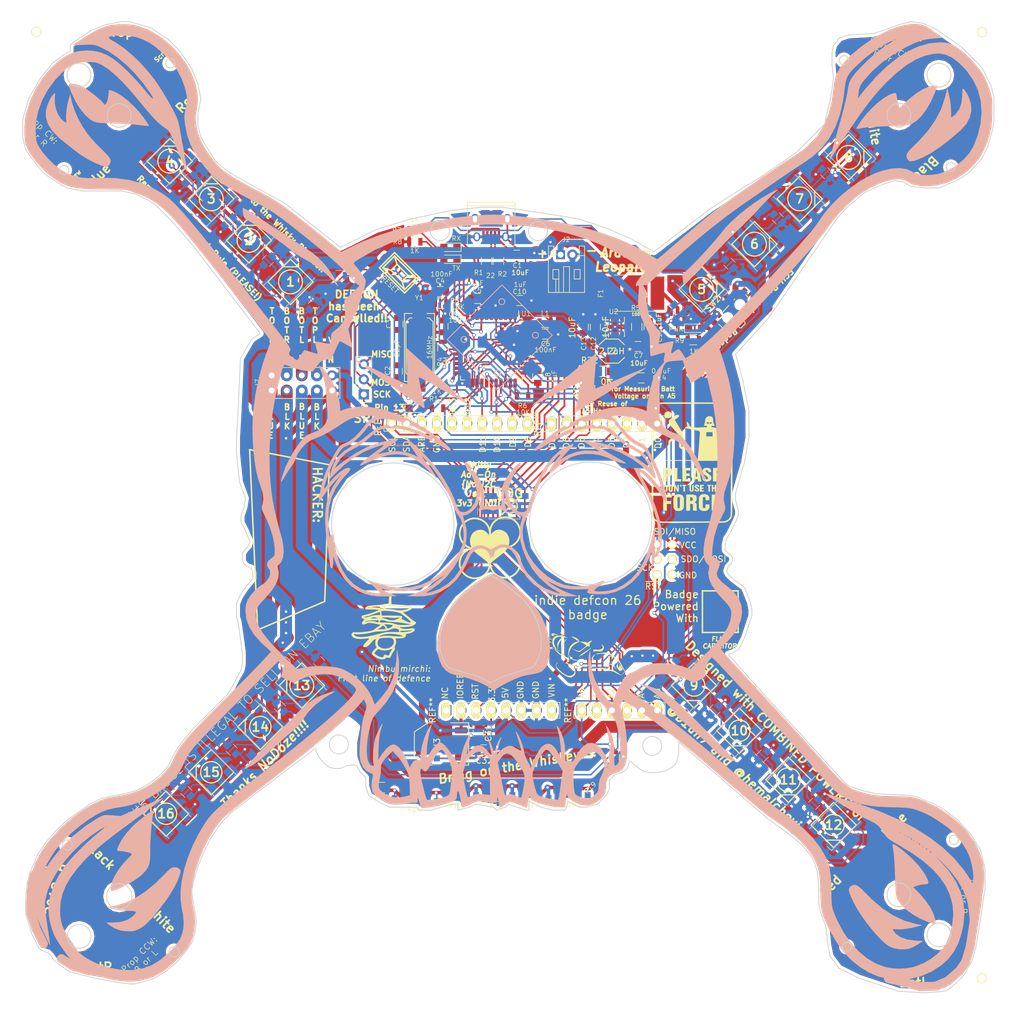
<source format=kicad_pcb>
(kicad_pcb (version 20171130) (host pcbnew "(5.0.0-rc2-dev-26-g0d794b2)")
  (title_block (date 2018-06-02))
  (layers (0 F.Cu signal hide) (31 B.Cu signal) (34 B.Paste user) (35 F.Paste user) (36 B.SilkS user) (37 F.SilkS user hide) (38 B.Mask user) (39 F.Mask user hide) (44 Edge.Cuts user))
  (net 0 "")
  (net 1 GND)
  (net 2 /~RESET)
  (net 3 /AREF)
  (net 4 /VBUS)
  (net 5 /MISO)
  (net 6 /SCK)
  (net 7 /MOSI)
  (net 8 "Net-(L2-Pad2)")
  (net 9 /Piezo)
  (net 10 /Button_ADC)
  (net 11 /RGB_DATA)
  (net 12 /D+)
  (net 13 /D-)
  (net 14 /LCD_CS)
  (net 15 /LCD_RESET)
  (net 16 /LCD_DC)
  (net 17 /TOUCH_CS)
  (net 18 /TOUCH_IRQ)
  (net 19 /SD_CS)
  (net 20 "Net-(U10-Pad4)")
  (net 21 "Net-(U10-Pad2)")
  (net 22 "Net-(U11-Pad2)")
  (net 23 "Net-(U12-Pad2)")
  (net 24 "Net-(U14-Pad2)")
  (net 25 "Net-(U15-Pad2)")
  (net 26 "Net-(U16-Pad2)")
  (net 27 /D3_SCL)
  (net 28 /D2_SDA)
  (net 29 /D0)
  (net 30 /D1)
  (net 31 /D12)
  (net 32 /D13)
  (net 33 /A2)
  (net 34 /A3)
  (net 35 /xD-)
  (net 36 /xD+)
  (net 37 /A1)
  (net 38 "Net-(D1-Pad2)")
  (net 39 "Net-(D1-Pad1)")
  (net 40 "Net-(D2-Pad2)")
  (net 41 "Net-(D2-Pad1)")
  (net 42 "Net-(D3-Pad1)")
  (net 43 "Net-(D4-Pad2)")
  (net 44 /TR2)
  (net 45 /TR1)
  (net 46 /TL2)
  (net 47 /TL1)
  (net 48 /BR2)
  (net 49 /BR1)
  (net 50 /BL2)
  (net 51 /BL1)
  (net 52 "Net-(C2-Pad1)")
  (net 53 "Net-(C3-Pad1)")
  (net 54 "Net-(C5-Pad1)")
  (net 55 /+4.2V_ARD)
  (net 56 "Net-(C11-Pad1)")
  (net 57 /+4.2V)
  (net 58 /+4.2V_FLT)
  (net 59 "Net-(L1-Pad2)")
  (net 60 "Net-(L2-Pad1)")
  (net 61 "Net-(R6-Pad2)")
  (net 62 "Net-(R13-Pad1)")
  (net 63 "Net-(R14-Pad1)")
  (net 64 "Net-(R15-Pad1)")
  (net 65 "Net-(R16-Pad1)")
  (net 66 "Net-(R17-Pad1)")
  (net 67 "Net-(R18-Pad1)")
  (net 68 "Net-(R21-Pad1)")
  (net 69 /D11)
  (net 70 "Net-(U22-Pad2)")
  (net 71 "Net-(U13-Pad4)")
  (net 72 "Net-(U12-Pad4)")
  (net 73 "Net-(U13-Pad2)")
  (net 74 "Net-(U17-Pad2)")
  (net 75 "Net-(U18-Pad2)")
  (net 76 "Net-(U19-Pad2)")
  (net 77 "Net-(U20-Pad2)")
  (net 78 +5V)
  (net 79 /+3V3)
  (net 80 "Net-(U21-Pad2)")
  (net 81 "Net-(XA1-PadVIN)")
  (module Choke_SMD:VLF4012AT-2R2M1R5 (layer F.Cu) (at 144.6784 96.4692 180)
    (fp_text reference L2 (at 0 0 180) (layer F.SilkS))
    (fp_text value 2.2uH (at 0 0 180) (layer F.SilkS))
    (fp_text user * (at -3.016 0 180) (layer F.SilkS))
    (pad 1 smd rect (at -1.9 0 180) (size 0.9 1.3) (layers F.Cu F.Paste F.Mask) (net 60 "Net-(L2-Pad1)"))
    (pad 2 smd rect (at 1.9 0 180) (size 0.9 1.3) (layers F.Cu F.Paste F.Mask) (net 8 "Net-(L2-Pad2)"))
  )
  (module Socket_Strips:Socket_Strip_Straight_2x02_Pitch2.54mm_SMD (layer B.Cu) (at 126.629113 122.132157)
    (fp_text reference X1)
    (fp_text value Badgelife_shitty_connector)
    (pad 2 smd rect (at 2.52 1.27) (size 3 1) (layers B.Cu B.Paste B.Mask) (net 1 GND))
    (pad 3 smd rect (at -2.52 1.27) (size 3 1) (layers B.Cu B.Paste B.Mask))
    (pad 1 smd rect (at 2.52 -1.27) (size 3 1) (layers B.Cu B.Paste B.Mask) (net 79 /+3V3))
    (pad 4 smd rect (at -2.52 -1.27) (size 3 1) (layers B.Cu B.Paste B.Mask))
  )
  (module Skull_badge:UNO_headersICSP (layer F.Cu) (at 88.802 159.486)
    (fp_text reference XA1)
    (fp_text value Arduino_Uno_Shield hide)
    (fp_text user SDO/MOSI (at 71.302113 -28.003843) (layer F.SilkS))
    (fp_text user GND (at 68.707 -25.273) (layer F.SilkS))
    (fp_text user VCC (at 68.707 -30.353) (layer F.SilkS))
    (fp_text user SDI/MISO (at 66.477113 -32.628843) (layer F.SilkS))
    (fp_text user SCK (at 61.467113 -26.553843) (layer F.SilkS))
    (fp_text user ~RST (at 62.848 -23.411) (layer F.SilkS))
    (fp_text user IOREF (at 30.353 -6.604 90) (layer F.SilkS))
    (fp_text user NC (at 27.793 -5.461 90) (layer F.SilkS))
    (fp_text user RST (at 32.893 -5.715 90) (layer F.SilkS))
    (fp_text user 3.3V (at 35.698 -5.486 90) (layer F.SilkS))
    (fp_text user 5V (at 37.953 -5.461 90) (layer F.SilkS))
    (fp_text user GND (at 40.493 -5.969 90) (layer F.SilkS))
    (fp_text user GND (at 43.068 -5.969 90) (layer F.SilkS))
    (fp_text user VIN (at 45.743 -5.894 90) (layer F.SilkS))
    (fp_text user A5 (at 63.523 -5.386 90) (layer F.SilkS))
    (fp_text user A4 (at 60.848 -5.461 90) (layer F.SilkS))
    (fp_text user A3 (at 58.273 -5.461 90) (layer F.SilkS))
    (fp_text user A2 (at 55.733 -5.461 90) (layer F.SilkS))
    (fp_text user A1 (at 53.32 -5.461 90) (layer F.SilkS))
    (fp_text user A0 (at 50.8 -5.461 90) (layer F.SilkS))
    (fp_text user SCL (at 18.903 -47.371 90) (layer F.SilkS))
    (fp_text user SDA (at 21.316 -47.371 90) (layer F.SilkS))
    (fp_text user ARE (at 23.856 -47.371 90) (layer F.SilkS))
    (fp_text user GND (at 26.396 -47.371 90) (layer F.SilkS))
    (fp_text user D13 (at 29.083 -53.721 90) (layer F.SilkS))
    (fp_text user D12 (at 31.623 -53.721 90) (layer F.SilkS))
    (fp_text user D11 (at 34.143 -47.371 90) (layer F.SilkS))
    (fp_text user D10 (at 36.556 -47.371 90) (layer F.SilkS))
    (fp_text user D9 (at 39.223 -47.752 90) (layer F.SilkS))
    (fp_text user D8 (at 41.763 -47.752 90) (layer F.SilkS))
    (fp_text user D7 (at 45.827 -47.625 90) (layer F.SilkS))
    (fp_text user D6 (at 48.24 -47.625 90) (layer F.SilkS))
    (fp_text user D5 (at 50.78 -47.625 90) (layer F.SilkS))
    (fp_text user D4 (at 53.447 -47.625 90) (layer F.SilkS))
    (fp_text user D3 (at 55.86 -47.625 90) (layer F.SilkS))
    (fp_text user D2 (at 58.4 -47.625 90) (layer F.SilkS))
    (fp_text user D1 (at 60.975 -47.625 90) (layer F.SilkS))
    (fp_text user D0 (at 63.65 -47.55 90) (layer F.SilkS))
    (pad A5 thru_hole oval (at 63.5 -2.54 90) (size 2.54 1.524) (drill 1.016) (layers *.Cu *.Mask F.SilkS) (net 55 /+4.2V_ARD))
    (pad A4 thru_hole oval (at 60.96 -2.54 90) (size 2.54 1.524) (drill 1.016) (layers *.Cu *.Mask F.SilkS) (net 19 /SD_CS))
    (pad A3 thru_hole oval (at 58.42 -2.54 90) (size 2.54 1.524) (drill 1.016) (layers *.Cu *.Mask F.SilkS) (net 34 /A3))
    (pad A0 thru_hole oval (at 50.8 -2.54 90) (size 2.54 1.524) (drill 1.016) (layers *.Cu *.Mask F.SilkS) (net 10 /Button_ADC))
    (pad A1 thru_hole oval (at 53.34 -2.54 90) (size 2.54 1.524) (drill 1.016) (layers *.Cu *.Mask F.SilkS) (net 37 /A1))
    (pad A2 thru_hole oval (at 55.88 -2.54 90) (size 2.54 1.524) (drill 1.016) (layers *.Cu *.Mask F.SilkS) (net 33 /A2))
    (pad VIN thru_hole oval (at 45.72 -2.54 90) (size 2.54 1.524) (drill 1.016) (layers *.Cu *.Mask F.SilkS) (net 81 "Net-(XA1-PadVIN)"))
    (pad GND2 thru_hole oval (at 43.18 -2.54 90) (size 2.54 1.524) (drill 1.016) (layers *.Cu *.Mask F.SilkS) (net 1 GND))
    (pad GND1 thru_hole oval (at 40.64 -2.54 90) (size 2.54 1.524) (drill 1.016) (layers *.Cu *.Mask F.SilkS) (net 1 GND))
    (pad 3V3 thru_hole oval (at 35.56 -2.54 90) (size 2.54 1.524) (drill 1.016) (layers *.Cu *.Mask F.SilkS) (net 79 /+3V3))
    (pad RST thru_hole oval (at 33.02 -2.54 90) (size 2.54 1.524) (drill 1.016) (layers *.Cu *.Mask F.SilkS) (net 2 /~RESET))
    (pad D0 thru_hole oval (at 63.5 -50.8 90) (size 2.54 1.524) (drill 1.016) (layers *.Cu *.Mask F.SilkS) (net 29 /D0))
    (pad D1 thru_hole oval (at 60.96 -50.8 90) (size 2.54 1.524) (drill 1.016) (layers *.Cu *.Mask F.SilkS) (net 30 /D1))
    (pad D2 thru_hole oval (at 58.42 -50.8 90) (size 2.54 1.524) (drill 1.016) (layers *.Cu *.Mask F.SilkS) (net 28 /D2_SDA))
    (pad D3 thru_hole oval (at 55.88 -50.8 90) (size 2.54 1.524) (drill 1.016) (layers *.Cu *.Mask F.SilkS) (net 27 /D3_SCL))
    (pad D4 thru_hole oval (at 53.34 -50.8 90) (size 2.54 1.524) (drill 1.016) (layers *.Cu *.Mask F.SilkS) (net 11 /RGB_DATA))
    (pad D5 thru_hole oval (at 50.8 -50.8 90) (size 2.54 1.524) (drill 1.016) (layers *.Cu *.Mask F.SilkS) (net 9 /Piezo))
    (pad D6 thru_hole oval (at 48.26 -50.8 90) (size 2.54 1.524) (drill 1.016) (layers *.Cu *.Mask F.SilkS) (net 18 /TOUCH_IRQ))
    (pad D7 thru_hole oval (at 45.72 -50.8 90) (size 2.54 1.524) (drill 1.016) (layers *.Cu *.Mask F.SilkS) (net 17 /TOUCH_CS))
    (pad D8 thru_hole oval (at 41.656 -50.8 90) (size 2.54 1.524) (drill 1.016) (layers *.Cu *.Mask F.SilkS) (net 15 /LCD_RESET))
    (pad D9 thru_hole oval (at 39.116 -50.8 90) (size 2.54 1.524) (drill 1.016) (layers *.Cu *.Mask F.SilkS) (net 16 /LCD_DC))
    (pad D10 thru_hole oval (at 36.576 -50.8 90) (size 2.54 1.524) (drill 1.016) (layers *.Cu *.Mask F.SilkS) (net 14 /LCD_CS))
    (pad D11 thru_hole oval (at 34.036 -50.8 90) (size 2.54 1.524) (drill 1.016) (layers *.Cu *.Mask F.SilkS) (net 69 /D11))
    (pad D12 thru_hole oval (at 31.496 -50.8 90) (size 2.54 1.524) (drill 1.016) (layers *.Cu *.Mask F.SilkS) (net 31 /D12))
    (pad D13 thru_hole oval (at 28.956 -50.8 90) (size 2.54 1.524) (drill 1.016) (layers *.Cu *.Mask F.SilkS) (net 32 /D13))
    (pad GND3 thru_hole oval (at 26.416 -50.8 90) (size 2.54 1.524) (drill 1.016) (layers *.Cu *.Mask F.SilkS))
    (pad AREF thru_hole oval (at 23.876 -50.8 90) (size 2.54 1.524) (drill 1.016) (layers *.Cu *.Mask F.SilkS) (net 3 /AREF))
    (pad 5V thru_hole oval (at 38.1 -2.54 90) (size 2.54 1.524) (drill 1.016) (layers *.Cu *.Mask F.SilkS) (net 78 +5V))
    (pad SDA thru_hole oval (at 21.336 -50.8 90) (size 2.54 1.524) (drill 1.016) (layers *.Cu *.Mask F.SilkS) (net 28 /D2_SDA))
    (pad SCL thru_hole oval (at 18.796 -50.8 90) (size 2.54 1.524) (drill 1.016) (layers *.Cu *.Mask F.SilkS) (net 27 /D3_SCL))
    (pad IO thru_hole oval (at 30.48 -2.54 90) (size 2.54 1.524) (drill 1.016) (layers *.Cu *.Mask F.SilkS) (net 78 +5V))
    (pad NC thru_hole oval (at 27.94 -2.54 90) (size 2.54 1.524) (drill 1.016) (layers *.Cu *.Mask F.SilkS))
    (pad SP1 thru_hole circle (at 63.5 -30.48 90) (size 1.524 1.524) (drill 1.016) (layers *.Cu *.Mask F.SilkS) (net 5 /MISO))
    (pad SP2 thru_hole circle (at 66.04 -30.48 90) (size 1.524 1.524) (drill 1.016) (layers *.Cu *.Mask F.SilkS) (net 78 +5V))
    (pad SP3 thru_hole circle (at 63.5 -27.94 90) (size 1.524 1.524) (drill 1.016) (layers *.Cu *.Mask F.SilkS) (net 6 /SCK))
    (pad SP4 thru_hole circle (at 66.04 -27.94 90) (size 1.524 1.524) (drill 1.016) (layers *.Cu *.Mask F.SilkS) (net 7 /MOSI))
    (pad SP5 thru_hole circle (at 63.5 -25.4 90) (size 1.524 1.524) (drill 1.016) (layers *.Cu *.Mask F.SilkS) (net 2 /~RESET))
    (pad SP6 thru_hole circle (at 66.04 -25.4 90) (size 1.524 1.524) (drill 1.016) (layers *.Cu *.Mask F.SilkS) (net 1 GND))
  )
  (module Skull_badge:JST_PH_S2B-PH-K_02x2.00mm_Angled (layer F.Cu) (at 136.046 80.238)
    (fp_text reference J2 (at 0.938 -2.546) (layer F.SilkS) (effects (font (size 0.8 0.8) (thickness 0.1))))
    (fp_text value LiPo)
    (pad 1 thru_hole rect (at 0 0) (size 1.5 1.5) (drill 1) (layers *.Cu *.Mask) (net 57 /+4.2V))
    (pad 2 thru_hole oval (at 2 0) (size 1.75 1.75) (drill 1) (layers *.Cu *.Mask) (net 1 GND))
  )
  (module Skull_badge:Fuse_SMD2920 (layer F.Cu) (at 148.654113 86.707157 180)
    (fp_text reference F1 (at 5.85 -0.05 270) (layer F.SilkS) (effects (font (size 0.8 0.8) (thickness 0.1))))
    (fp_text value Fuse hide)
    (pad 1 smd rect (at -3.7 0 270) (size 5.6 2.3) (layers F.Cu F.Paste F.Mask) (net 55 /+4.2V_ARD))
    (pad 2 smd rect (at 3.7 0 270) (size 5.6 2.3) (layers F.Cu F.Paste F.Mask) (net 55 /+4.2V_ARD))
  )
  (module Skull_badge:Motor_Mount_Holes (layer F.Cu) (at 199.75 50 135)
    (fp_text reference REF** hide)
    (fp_text value Motor_Mount_Holes hide)
  )
  (module LEDs:LED_WS2812B-PLCC4_LG_PADS (layer B.Cu) (at 159.922 85.826 315)
    (fp_text reference U12)
    (fp_text value WS2812B)
    (pad 3 smd rect (at 2.5 -2.1 315) (size 2 2) (layers B.Cu B.Paste B.Mask) (net 1 GND))
    (pad 4 smd rect (at 2.600001 2.2 315) (size 2 2) (layers B.Cu B.Paste B.Mask) (net 72 "Net-(U12-Pad4)"))
    (pad 2 smd rect (at -2.041226 -1.662377 315) (size 2 2) (layers B.Cu B.Paste B.Mask) (net 23 "Net-(U12-Pad2)"))
    (pad 1 smd rect (at -2.041227 2.580264 315) (size 2 2) (layers B.Cu B.Paste B.Mask) (net 78 +5V))
  )
  (module LED_WS2812B-PLCC4_LG_PADS (layer B.Cu) (at 70.26 64.49 45)
    (fp_text reference U23)
    (fp_text value WS2812B)
    (pad 3 smd rect (at 2.5 -2.1 45) (size 2 2) (layers B.Cu B.Paste B.Mask) (net 1 GND))
    (pad 4 smd rect (at 2.600001 2.2 45) (size 2 2) (layers B.Cu B.Paste B.Mask) (net 76 "Net-(U19-Pad2)"))
    (pad 2 smd rect (at -2.5 -2.1 45) (size 2 2) (layers B.Cu B.Paste B.Mask) (net 72 "Net-(U12-Pad4)"))
    (pad 1 smd rect (at -2.6 2.3 45) (size 2 2) (layers B.Cu B.Paste B.Mask) (net 78 +5V))
  )
  (module Skull_badge:smd_push (layer B.Cu) (at 140.618 167.614 90)
    (fp_text reference SW9 (at -4.636 0.132 180) (layer F.SilkS) (effects (font (size 0.8 0.8) (thickness 0.1))))
    (fp_text value SW_Push hide)
    (pad 1 smd rect (at -3.59918 0 90) (size 1.00076 1.00076) (layers B.Cu B.Paste B.Mask) (net 67 "Net-(R18-Pad1)"))
    (pad 2 smd rect (at 3.59918 0 90) (size 1.00076 1.00076) (layers B.Cu B.Paste B.Mask) (net 10 /Button_ADC))
  )
  (module Skull_badge:smd_push (layer B.Cu) (at 134.014 168.122 90)
    (fp_text reference SW8 (at -4.878 1.236 180) (layer F.SilkS) (effects (font (size 0.8 0.8) (thickness 0.1))))
    (fp_text value SW_Push hide)
    (pad 1 smd rect (at -3.59918 0 90) (size 1.00076 1.00076) (layers B.Cu B.Paste B.Mask) (net 66 "Net-(R17-Pad1)"))
    (pad 2 smd rect (at 3.59918 0 90) (size 1.00076 1.00076) (layers B.Cu B.Paste B.Mask) (net 10 /Button_ADC))
  )
  (module Skull_badge:smd_push (layer B.Cu) (at 127.918 167.614 90)
    (fp_text reference SW7 (at -4.636 0.832 180) (layer F.SilkS) (effects (font (size 0.8 0.8) (thickness 0.1))))
    (fp_text value SW_Push hide)
    (pad 1 smd rect (at -3.59918 0 90) (size 1.00076 1.00076) (layers B.Cu B.Paste B.Mask) (net 65 "Net-(R16-Pad1)"))
    (pad 2 smd rect (at 3.59918 0 90) (size 1.00076 1.00076) (layers B.Cu B.Paste B.Mask) (net 10 /Button_ADC))
  )
  (module Skull_badge:smd_push (layer B.Cu) (at 121.822 167.614 90)
    (fp_text reference SW6 (at -4.636 1.678 180) (layer F.SilkS) (effects (font (size 0.8 0.8) (thickness 0.1))))
    (fp_text value SW_Push hide)
    (pad 1 smd rect (at -3.59918 0 90) (size 1.00076 1.00076) (layers B.Cu B.Paste B.Mask) (net 64 "Net-(R15-Pad1)"))
    (pad 2 smd rect (at 3.59918 0 90) (size 1.00076 1.00076) (layers B.Cu B.Paste B.Mask) (net 10 /Button_ADC))
  )
  (module Skull_badge:smd_push (layer B.Cu) (at 115.218 168.63 90)
    (fp_text reference SW5 (at -3.87 -0.468 180) (layer F.SilkS) (effects (font (size 0.8 0.8) (thickness 0.1))))
    (fp_text value SW_Push hide)
    (pad 1 smd rect (at -3.59918 0 90) (size 1.00076 1.00076) (layers B.Cu B.Paste B.Mask) (net 63 "Net-(R14-Pad1)"))
    (pad 2 smd rect (at 3.59918 0 90) (size 1.00076 1.00076) (layers B.Cu B.Paste B.Mask) (net 10 /Button_ADC))
  )
  (module Skull_badge:smd_push (layer B.Cu) (at 108.106 168.122 90)
    (fp_text reference SW4 (at -4.128 0.144 180) (layer F.SilkS) (effects (font (size 0.8 0.8) (thickness 0.1))))
    (fp_text value SW_Push hide)
    (pad 1 smd rect (at -3.59918 0 90) (size 1.00076 1.00076) (layers B.Cu B.Paste B.Mask) (net 62 "Net-(R13-Pad1)"))
    (pad 2 smd rect (at 3.59918 0 90) (size 1.00076 1.00076) (layers B.Cu B.Paste B.Mask) (net 10 /Button_ADC))
  )
  (module Skull_badge:Motor_Mount_Holes (layer F.Cu) (at 55 50 225)
    (fp_text reference REF** hide)
    (fp_text value Motor_Mount_Holes hide)
  )
  (module Skull_badge:USB_Micro-B_10103594-0001LF (layer F.Cu) (at 124.362 75.6025 180)
    (fp_text reference J1 (at -4.963 0.4275 270) (layer F.SilkS) (effects (font (size 0.8 0.8) (thickness 0.1))))
    (fp_text value USB_OTG)
    (pad 1 smd rect (at -1.3 -1.5 270) (size 1.65 0.4) (layers F.Cu F.Paste F.Mask) (net 4 /VBUS))
    (pad 2 smd rect (at -0.65 -1.5 270) (size 1.65 0.4) (layers F.Cu F.Paste F.Mask) (net 35 /xD-))
    (pad 3 smd rect (at 0 -1.5 270) (size 1.65 0.4) (layers F.Cu F.Paste F.Mask) (net 36 /xD+))
    (pad 4 smd rect (at 0.65 -1.5 270) (size 1.65 0.4) (layers F.Cu F.Paste F.Mask) (net 1 GND))
    (pad 5 smd rect (at 1.3 -1.5 270) (size 1.65 0.4) (layers F.Cu F.Paste F.Mask) (net 1 GND))
    (pad 6 thru_hole oval (at -2.42 -1.62 270) (size 1.5 1.1) (drill oval 1.05 0.65) (layers *.Cu *.Mask) (net 1 GND))
    (pad 6 thru_hole oval (at 2.42 -1.62 270) (size 1.5 1.1) (drill oval 1.05 0.65) (layers *.Cu *.Mask) (net 1 GND))
    (pad 6 thru_hole oval (at -2.73 1.38 270) (size 1.7 1.2) (drill oval 1.2 0.7) (layers *.Cu *.Mask) (net 1 GND))
    (pad 6 thru_hole oval (at 2.73 1.38 270) (size 1.7 1.2) (drill oval 1.2 0.7) (layers *.Cu *.Mask) (net 1 GND))
    (pad 6 smd rect (at -0.96 1.62 270) (size 2.5 1.43) (layers F.Cu F.Paste F.Mask) (net 1 GND))
    (pad 6 smd rect (at 0.96 1.62 270) (size 2.5 1.43) (layers F.Cu F.Paste F.Mask) (net 1 GND))
  )
  (module Skull_badge:C_0805 (layer B.Cu) (at 94.5 88.75 45)
    (fp_text reference C17)
    (fp_text value 0.1uF)
    (pad 1 smd rect (at -1 0 45) (size 1 1.25) (layers B.Cu B.Paste B.Mask) (net 78 +5V))
    (pad 2 smd rect (at 1 0 45) (size 1 1.25) (layers B.Cu B.Paste B.Mask) (net 1 GND))
  )
  (module Skull_badge:C_0805 (layer B.Cu) (at 86.77 81.254 45)
    (fp_text reference C21)
    (fp_text value 0.1uF)
    (pad 1 smd rect (at -1 0 45) (size 1 1.25) (layers B.Cu B.Paste B.Mask) (net 78 +5V))
    (pad 2 smd rect (at 1 0 45) (size 1 1.25) (layers B.Cu B.Paste B.Mask) (net 1 GND))
  )
  (module Skull_badge:C_0805 (layer B.Cu) (at 80.166 74.65 45)
    (fp_text reference C25)
    (fp_text value 0.1uF)
    (pad 1 smd rect (at -1 0 45) (size 1 1.25) (layers B.Cu B.Paste B.Mask) (net 78 +5V))
    (pad 2 smd rect (at 1 0 45) (size 1 1.25) (layers B.Cu B.Paste B.Mask) (net 1 GND))
  )
  (module Skull_badge:C_0805 (layer B.Cu) (at 73.562 67.538 45)
    (fp_text reference C29)
    (fp_text value 0.1uF)
    (pad 1 smd rect (at -1 0 45) (size 1 1.25) (layers B.Cu B.Paste B.Mask) (net 78 +5V))
    (pad 2 smd rect (at 1 0 45) (size 1 1.25) (layers B.Cu B.Paste B.Mask) (net 1 GND))
  )
  (module Skull_badge:C_0805 (layer B.Cu) (at 155.858 89.382 315)
    (fp_text reference C18)
    (fp_text value 0.1uF)
    (pad 1 smd rect (at -1 0 315) (size 1 1.25) (layers B.Cu B.Paste B.Mask) (net 78 +5V))
    (pad 2 smd rect (at 1 0 315) (size 1 1.25) (layers B.Cu B.Paste B.Mask) (net 1 GND))
  )
  (module Skull_badge:C_0805 (layer B.Cu) (at 164.494 81.762 315)
    (fp_text reference C22)
    (fp_text value 0.1uF)
    (pad 1 smd rect (at -1 0 315) (size 1 1.25) (layers B.Cu B.Paste B.Mask) (net 78 +5V))
    (pad 2 smd rect (at 1 0 315) (size 1 1.25) (layers B.Cu B.Paste B.Mask) (net 1 GND))
  )
  (module Skull_badge:C_0805 (layer B.Cu) (at 172.622 74.142 315)
    (fp_text reference C26)
    (fp_text value 0.1uF)
    (pad 1 smd rect (at -1 0 315) (size 1 1.25) (layers B.Cu B.Paste B.Mask) (net 78 +5V))
    (pad 2 smd rect (at 1 0 315) (size 1 1.25) (layers B.Cu B.Paste B.Mask) (net 1 GND))
  )
  (module Skull_badge:C_0805 (layer B.Cu) (at 180.75 66.522 315)
    (fp_text reference C30 hide)
    (fp_text value 0.1uF hide)
    (pad 1 smd rect (at -1 0 315) (size 1 1.25) (layers B.Cu B.Paste B.Mask) (net 78 +5V))
    (pad 2 smd rect (at 1 0 315) (size 1 1.25) (layers B.Cu B.Paste B.Mask) (net 1 GND))
  )
  (module Skull_badge:C_0805 (layer B.Cu) (at 95.406 148.818 135)
    (fp_text reference C15)
    (fp_text value 0.1uF)
    (pad 1 smd rect (at -1 0 135) (size 1 1.25) (layers B.Cu B.Paste B.Mask) (net 78 +5V))
    (pad 2 smd rect (at 1 0 135) (size 1 1.25) (layers B.Cu B.Paste B.Mask) (net 1 GND))
  )
  (module Skull_badge:C_0805 (layer B.Cu) (at 88.802 156.438 135)
    (fp_text reference C19)
    (fp_text value 0.1uF)
    (pad 1 smd rect (at -1 0 135) (size 1 1.25) (layers B.Cu B.Paste B.Mask) (net 78 +5V))
    (pad 2 smd rect (at 1 0 135) (size 1 1.25) (layers B.Cu B.Paste B.Mask) (net 1 GND))
  )
  (module Skull_badge:C_0805 (layer B.Cu) (at 80.674 163.55 135)
    (fp_text reference C23)
    (fp_text value 0.1uF)
    (pad 1 smd rect (at -1 0 135) (size 1 1.25) (layers B.Cu B.Paste B.Mask) (net 78 +5V))
    (pad 2 smd rect (at 1 0 135) (size 1 1.25) (layers B.Cu B.Paste B.Mask) (net 1 GND))
  )
  (module Skull_badge:C_0805 (layer B.Cu) (at 73.054 170.662 135)
    (fp_text reference C27)
    (fp_text value 0.1uF)
    (pad 1 smd rect (at -1 0 135) (size 1 1.25) (layers B.Cu B.Paste B.Mask) (net 78 +5V))
    (pad 2 smd rect (at 1 0 135) (size 1 1.25) (layers B.Cu B.Paste B.Mask) (net 1 GND))
  )
  (module Skull_badge:C_0805 (layer B.Cu) (at 154.842 149.326 225)
    (fp_text reference C16)
    (fp_text value 0.1uF)
    (pad 1 smd rect (at -1 0 225) (size 1 1.25) (layers B.Cu B.Paste B.Mask) (net 78 +5V))
    (pad 2 smd rect (at 1 0 225) (size 1 1.25) (layers B.Cu B.Paste B.Mask) (net 1 GND))
  )
  (module Skull_badge:C_0805 (layer B.Cu) (at 161.954 156.946 225)
    (fp_text reference C20)
    (fp_text value 0.1uF)
    (pad 1 smd rect (at -1 0 225) (size 1 1.25) (layers B.Cu B.Paste B.Mask) (net 78 +5V))
    (pad 2 smd rect (at 1 0 225) (size 1 1.25) (layers B.Cu B.Paste B.Mask) (net 1 GND))
  )
  (module Skull_badge:C_0805 (layer B.Cu) (at 170.082 164.566 225)
    (fp_text reference C24)
    (fp_text value 0.1uF)
    (pad 1 smd rect (at -1 0 225) (size 1 1.25) (layers B.Cu B.Paste B.Mask) (net 78 +5V))
    (pad 2 smd rect (at 1 0 225) (size 1 1.25) (layers B.Cu B.Paste B.Mask) (net 1 GND))
  )
  (module Skull_badge:C_0805 (layer B.Cu) (at 178.718 172.694 225)
    (fp_text reference C28)
    (fp_text value 0.1uF)
    (pad 1 smd rect (at -1 0 225) (size 1 1.25) (layers B.Cu B.Paste B.Mask) (net 78 +5V))
    (pad 2 smd rect (at 1 0 225) (size 1 1.25) (layers B.Cu B.Paste B.Mask) (net 1 GND))
  )
  (module Skull_badge:C_0805 (layer F.Cu) (at 115.8 86.45)
    (fp_text reference C4 (at 0 -1.8) (layer F.SilkS) (effects (font (size 0.8 0.8) (thickness 0.1))))
    (fp_text value 100nF (at 0.2 -2.95) (layer F.SilkS) (effects (font (size 0.8 0.8) (thickness 0.1))))
    (pad 1 smd rect (at -1 0) (size 1 1.25) (layers F.Cu F.Paste F.Mask) (net 78 +5V))
    (pad 2 smd rect (at 1 0) (size 1 1.25) (layers F.Cu F.Paste F.Mask) (net 2 /~RESET))
  )
  (module Skull_badge:C_0805 (layer F.Cu) (at 108.55 99.85 270)
    (fp_text reference C2 (at -0.1 1.6 270) (layer F.SilkS) (effects (font (size 0.8 0.8) (thickness 0.1))))
    (fp_text value 22pF (at -3.85 0.05 270) (layer F.SilkS) (effects (font (size 0.8 0.8) (thickness 0.1))))
    (pad 1 smd rect (at -1 0 270) (size 1 1.25) (layers F.Cu F.Paste F.Mask) (net 52 "Net-(C2-Pad1)"))
    (pad 2 smd rect (at 1 0 270) (size 1 1.25) (layers F.Cu F.Paste F.Mask) (net 1 GND))
  )
  (module Skull_badge:C_0805 (layer F.Cu) (at 108.65 91.9 90)
    (fp_text reference C3 (at 0 -1.5 90) (layer F.SilkS) (effects (font (size 0.8 0.8) (thickness 0.1))))
    (fp_text value 22pF)
    (pad 1 smd rect (at -1 0 90) (size 1 1.25) (layers F.Cu F.Paste F.Mask) (net 53 "Net-(C3-Pad1)"))
    (pad 2 smd rect (at 1 0 90) (size 1 1.25) (layers F.Cu F.Paste F.Mask) (net 1 GND))
  )
  (module Skull_badge:C_0805 (layer F.Cu) (at 132.2 100.8 90)
    (fp_text reference C8 (at 0 1.75 90) (layer F.SilkS) (effects (font (size 0.8 0.8) (thickness 0.1))))
    (fp_text value 1uF (at 0.05 2.8 90) (layer F.SilkS) (effects (font (size 0.8 0.8) (thickness 0.1))))
    (pad 1 smd rect (at -1 0 90) (size 1 1.25) (layers F.Cu F.Paste F.Mask) (net 78 +5V))
    (pad 2 smd rect (at 1 0 90) (size 1 1.25) (layers F.Cu F.Paste F.Mask) (net 1 GND))
  )
  (module Skull_badge:C_0805 (layer F.Cu) (at 116.25 92.3 90)
    (fp_text reference C9 (at 2.05 1.75 180) (layer F.SilkS) (effects (font (size 0.8 0.8) (thickness 0.1))))
    (fp_text value 1uF (at 1.05 2 180) (layer F.SilkS) (effects (font (size 0.8 0.8) (thickness 0.1))))
    (pad 1 smd rect (at -1 0 90) (size 1 1.25) (layers F.Cu F.Paste F.Mask) (net 78 +5V))
    (pad 2 smd rect (at 1 0 90) (size 1 1.25) (layers F.Cu F.Paste F.Mask) (net 1 GND))
  )
  (module Skull_badge:C_0805 (layer F.Cu) (at 122.05 87.6 180)
    (fp_text reference C5 (at 0.05 1.35 180) (layer F.SilkS) (effects (font (size 0.8 0.8) (thickness 0.1))))
    (fp_text value 1uF (at 0.05 2.6 180) (layer F.SilkS) (effects (font (size 0.8 0.8) (thickness 0.1))))
    (pad 1 smd rect (at -1 0 180) (size 1 1.25) (layers F.Cu F.Paste F.Mask) (net 54 "Net-(C5-Pad1)"))
    (pad 2 smd rect (at 1 0 180) (size 1 1.25) (layers F.Cu F.Paste F.Mask) (net 1 GND))
  )
  (module Skull_badge:C_0805 (layer F.Cu) (at 133.5 93.6)
    (fp_text reference C6 (at 0.025 1.625) (layer F.SilkS) (effects (font (size 0.8 0.8) (thickness 0.1))))
    (fp_text value 100nF (at 0 2.65) (layer F.SilkS) (effects (font (size 0.8 0.8) (thickness 0.1))))
    (pad 1 smd rect (at -1 0) (size 1 1.25) (layers F.Cu F.Paste F.Mask) (net 3 /AREF))
    (pad 2 smd rect (at 1 0) (size 1 1.25) (layers F.Cu F.Paste F.Mask) (net 1 GND))
  )
  (module Skull_badge:Socket_Strip_Straight_2x05_Pitch2.54mm (layer F.Cu) (at 87.405 100.558 90)
    (fp_text reference J7 (at -1.27 -2.33 90) (layer F.SilkS) (effects (font (size 0.8 0.8) (thickness 0.1))))
    (fp_text value "Flight Controller Board")
    (pad 1 thru_hole rect (at 0 0 90) (size 1.7 1.7) (drill 1) (layers *.Cu *.Mask) (net 44 /TR2))
    (pad 2 thru_hole oval (at -2.54 0 90) (size 1.7 1.7) (drill 1) (layers *.Cu *.Mask) (net 45 /TR1))
    (pad 3 thru_hole oval (at 0 2.54 90) (size 1.7 1.7) (drill 1) (layers *.Cu *.Mask) (net 48 /BR2))
    (pad 4 thru_hole oval (at -2.54 2.54 90) (size 1.7 1.7) (drill 1) (layers *.Cu *.Mask) (net 49 /BR1))
    (pad 5 thru_hole oval (at 0 5.08 90) (size 1.7 1.7) (drill 1) (layers *.Cu *.Mask) (net 50 /BL2))
    (pad 6 thru_hole oval (at -2.54 5.08 90) (size 1.7 1.7) (drill 1) (layers *.Cu *.Mask) (net 51 /BL1))
    (pad 7 thru_hole oval (at 0 7.62 90) (size 1.7 1.7) (drill 1) (layers *.Cu *.Mask) (net 46 /TL2))
    (pad 8 thru_hole oval (at -2.54 7.62 90) (size 1.7 1.7) (drill 1) (layers *.Cu *.Mask) (net 47 /TL1))
    (pad 9 thru_hole oval (at 0 10.16 90) (size 1.7 1.7) (drill 1) (layers *.Cu *.Mask) (net 58 /+4.2V_FLT))
    (pad 10 thru_hole oval (at -2.54 10.16 90) (size 1.7 1.7) (drill 1) (layers *.Cu *.Mask) (net 1 GND))
  )
  (module Skull_badge:R_0805 (layer F.Cu) (at 105.848613 169.934657 180)
    (fp_text reference R13 (at 0 -1.65 180) (layer F.SilkS) (effects (font (size 0.8 0.8) (thickness 0.1))))
    (fp_text value 1K)
    (pad 1 smd rect (at -0.95 0 180) (size 0.7 1.3) (layers F.Cu F.Paste F.Mask) (net 62 "Net-(R13-Pad1)"))
    (pad 2 smd rect (at 0.95 0 180) (size 0.7 1.3) (layers F.Cu F.Paste F.Mask) (net 78 +5V))
  )
  (module Skull_badge:R_0805 (layer F.Cu) (at 111.373113 171.966657 180)
    (fp_text reference R14 (at 0 -1.65 180) (layer F.SilkS) (effects (font (size 0.8 0.8) (thickness 0.1))))
    (fp_text value 1K)
    (pad 1 smd rect (at -0.95 0 180) (size 0.7 1.3) (layers F.Cu F.Paste F.Mask) (net 63 "Net-(R14-Pad1)"))
    (pad 2 smd rect (at 0.95 0 180) (size 0.7 1.3) (layers F.Cu F.Paste F.Mask) (net 62 "Net-(R13-Pad1)"))
  )
  (module Skull_badge:R_0805 (layer F.Cu) (at 118.358113 171.395157 180)
    (fp_text reference R15 (at 0 -1.65 180) (layer F.SilkS) (effects (font (size 0.8 0.8) (thickness 0.1))))
    (fp_text value 1K)
    (pad 1 smd rect (at -0.95 0 180) (size 0.7 1.3) (layers F.Cu F.Paste F.Mask) (net 64 "Net-(R15-Pad1)"))
    (pad 2 smd rect (at 0.95 0 180) (size 0.7 1.3) (layers F.Cu F.Paste F.Mask) (net 63 "Net-(R14-Pad1)"))
  )
  (module Skull_badge:R_0805 (layer F.Cu) (at 125.216113 171.395157 180)
    (fp_text reference R16 (at 0 -1.65 180) (layer F.SilkS) (effects (font (size 0.8 0.8) (thickness 0.1))))
    (fp_text value 1K)
    (pad 1 smd rect (at -0.95 0 180) (size 0.7 1.3) (layers F.Cu F.Paste F.Mask) (net 65 "Net-(R16-Pad1)"))
    (pad 2 smd rect (at 0.95 0 180) (size 0.7 1.3) (layers F.Cu F.Paste F.Mask) (net 64 "Net-(R15-Pad1)"))
  )
  (module Skull_badge:R_0805 (layer F.Cu) (at 131.248613 171.204657 180)
    (fp_text reference R17 (at 0 -1.65 180) (layer F.SilkS) (effects (font (size 0.8 0.8) (thickness 0.1))))
    (fp_text value 1K)
    (pad 1 smd rect (at -0.95 0 180) (size 0.7 1.3) (layers F.Cu F.Paste F.Mask) (net 66 "Net-(R17-Pad1)"))
    (pad 2 smd rect (at 0.95 0 180) (size 0.7 1.3) (layers F.Cu F.Paste F.Mask) (net 65 "Net-(R16-Pad1)"))
  )
  (module Skull_badge:R_0805 (layer F.Cu) (at 137.535113 171.077657 180)
    (fp_text reference R18 (at 0 -1.65 180) (layer F.SilkS) (effects (font (size 0.8 0.8) (thickness 0.1))))
    (fp_text value 1K)
    (pad 1 smd rect (at -0.95 0 180) (size 0.7 1.3) (layers F.Cu F.Paste F.Mask) (net 67 "Net-(R18-Pad1)"))
    (pad 2 smd rect (at 0.95 0 180) (size 0.7 1.3) (layers F.Cu F.Paste F.Mask) (net 66 "Net-(R17-Pad1)"))
  )
  (module Skull_badge:R_0805 (layer F.Cu) (at 142.742113 168.283657 225)
    (fp_text reference R19 (at 2.4 0 225) (layer F.SilkS) (effects (font (size 0.8 0.8) (thickness 0.1))))
    (fp_text value 1K)
    (pad 1 smd rect (at -0.949999 0 225) (size 0.7 1.3) (layers F.Cu F.Paste F.Mask) (net 1 GND))
    (pad 2 smd rect (at 0.949999 0 225) (size 0.7 1.3) (layers F.Cu F.Paste F.Mask) (net 67 "Net-(R18-Pad1)"))
  )
  (module Skull_badge:R_0805 (layer F.Cu) (at 145.05 164.95 90)
    (fp_text reference R20 (at 2.8 0 90) (layer F.SilkS) (effects (font (size 0.8 0.8) (thickness 0.1))))
    (fp_text value 1M)
    (pad 1 smd rect (at -0.95 0 90) (size 0.7 1.3) (layers F.Cu F.Paste F.Mask) (net 1 GND))
    (pad 2 smd rect (at 0.95 0 90) (size 0.7 1.3) (layers F.Cu F.Paste F.Mask) (net 10 /Button_ADC))
  )
  (module Skull_badge:R_0805 (layer B.Cu) (at 98.800113 83.765157)
    (fp_text reference R21)
    (fp_text value 300)
    (pad 1 smd rect (at -0.95 0) (size 0.7 1.3) (layers B.Cu B.Paste B.Mask) (net 68 "Net-(R21-Pad1)"))
    (pad 2 smd rect (at 0.95 0) (size 0.7 1.3) (layers B.Cu B.Paste B.Mask) (net 11 /RGB_DATA))
  )
  (module Skull_badge:R_0805 (layer F.Cu) (at 115.85 88.4)
    (fp_text reference R3 (at 2.4 -0.4) (layer F.SilkS) (effects (font (size 0.8 0.8) (thickness 0.1))))
    (fp_text value 10K (at 2.9 0.6) (layer F.SilkS) (effects (font (size 0.8 0.8) (thickness 0.1))))
    (pad 1 smd rect (at -0.95 0) (size 0.7 1.3) (layers F.Cu F.Paste F.Mask) (net 78 +5V))
    (pad 2 smd rect (at 0.95 0) (size 0.7 1.3) (layers F.Cu F.Paste F.Mask) (net 2 /~RESET))
  )
  (module Skull_badge:R_0805 (layer F.Cu) (at 116.25 95.85 90)
    (fp_text reference R4 (at -2.4 -0.5 90) (layer F.SilkS) (effects (font (size 0.8 0.8) (thickness 0.1))))
    (fp_text value 1M (at -2.4 0.5 90) (layer F.SilkS) (effects (font (size 0.8 0.8) (thickness 0.1))))
    (pad 1 smd rect (at -0.95 0 90) (size 0.7 1.3) (layers F.Cu F.Paste F.Mask) (net 52 "Net-(C2-Pad1)"))
    (pad 2 smd rect (at 0.95 0 90) (size 0.7 1.3) (layers F.Cu F.Paste F.Mask) (net 53 "Net-(C3-Pad1)"))
  )
  (module Skull_badge:R_0805 (layer F.Cu) (at 123.6 81.3 90)
    (fp_text reference R1 (at -1.95 -1.35 180) (layer F.SilkS) (effects (font (size 0.8 0.8) (thickness 0.1))))
    (fp_text value 22 (at -2.45 0.65 180) (layer F.SilkS) (effects (font (size 0.8 0.8) (thickness 0.1))))
    (pad 1 smd rect (at -0.95 0 90) (size 0.7 1.3) (layers F.Cu F.Paste F.Mask) (net 12 /D+))
    (pad 2 smd rect (at 0.95 0 90) (size 0.7 1.3) (layers F.Cu F.Paste F.Mask) (net 36 /xD+))
  )
  (module Skull_badge:R_0805 (layer F.Cu) (at 125.6 81.3 90)
    (fp_text reference R2 (at -2.2 0.65 180) (layer F.SilkS) (effects (font (size 0.8 0.8) (thickness 0.1))))
    (fp_text value 22)
    (pad 1 smd rect (at -0.95 0 90) (size 0.7 1.3) (layers F.Cu F.Paste F.Mask) (net 13 /D-))
    (pad 2 smd rect (at 0.95 0 90) (size 0.7 1.3) (layers F.Cu F.Paste F.Mask) (net 35 /xD-))
  )
  (module Skull_badge:R_0805 (layer F.Cu) (at 129.65 104 180)
    (fp_text reference R6 (at 0 -1.65 180) (layer F.SilkS) (effects (font (size 0.8 0.8) (thickness 0.1))))
    (fp_text value 10K (at -0.1 -2.75 180) (layer F.SilkS) (effects (font (size 0.8 0.8) (thickness 0.1))))
    (pad 1 smd rect (at -0.95 0 180) (size 0.7 1.3) (layers F.Cu F.Paste F.Mask) (net 1 GND))
    (pad 2 smd rect (at 0.95 0 180) (size 0.7 1.3) (layers F.Cu F.Paste F.Mask) (net 61 "Net-(R6-Pad2)"))
  )
  (module Skull_badge:TQFP-44_10x10mm_Pitch0.8mm (layer F.Cu) (at 124.4 96.15 270)
    (fp_text reference U1 (at -6 -5.85) (layer F.SilkS) (effects (font (size 0.8 0.8) (thickness 0.1))))
    (fp_text value ATMEGA32U4-AU)
    (pad 1 smd rect (at -5.7 -4 270) (size 1.5 0.55) (layers F.Cu F.Paste F.Mask) (net 17 /TOUCH_CS))
    (pad 2 smd rect (at -5.7 -3.2 270) (size 1.5 0.55) (layers F.Cu F.Paste F.Mask) (net 78 +5V))
    (pad 3 smd rect (at -5.7 -2.4 270) (size 1.5 0.55) (layers F.Cu F.Paste F.Mask) (net 13 /D-))
    (pad 4 smd rect (at -5.7 -1.6 270) (size 1.5 0.55) (layers F.Cu F.Paste F.Mask) (net 12 /D+))
    (pad 5 smd rect (at -5.7 -0.8 270) (size 1.5 0.55) (layers F.Cu F.Paste F.Mask) (net 1 GND))
    (pad 6 smd rect (at -5.7 0 270) (size 1.5 0.55) (layers F.Cu F.Paste F.Mask) (net 54 "Net-(C5-Pad1)"))
    (pad 7 smd rect (at -5.7 0.8 270) (size 1.5 0.55) (layers F.Cu F.Paste F.Mask) (net 4 /VBUS))
    (pad 8 smd rect (at -5.7 1.6 270) (size 1.5 0.55) (layers F.Cu F.Paste F.Mask) (net 39 "Net-(D1-Pad1)"))
    (pad 9 smd rect (at -5.7 2.4 270) (size 1.5 0.55) (layers F.Cu F.Paste F.Mask) (net 6 /SCK))
    (pad 10 smd rect (at -5.7 3.2 270) (size 1.5 0.55) (layers F.Cu F.Paste F.Mask) (net 7 /MOSI))
    (pad 11 smd rect (at -5.7 4 270) (size 1.5 0.55) (layers F.Cu F.Paste F.Mask) (net 5 /MISO))
    (pad 12 smd rect (at -4 5.7) (size 1.5 0.55) (layers F.Cu F.Paste F.Mask) (net 69 /D11))
    (pad 13 smd rect (at -3.2 5.7) (size 1.5 0.55) (layers F.Cu F.Paste F.Mask) (net 2 /~RESET))
    (pad 14 smd rect (at -2.4 5.7) (size 1.5 0.55) (layers F.Cu F.Paste F.Mask) (net 78 +5V))
    (pad 15 smd rect (at -1.6 5.7) (size 1.5 0.55) (layers F.Cu F.Paste F.Mask) (net 1 GND))
    (pad 16 smd rect (at -0.8 5.7) (size 1.5 0.55) (layers F.Cu F.Paste F.Mask) (net 53 "Net-(C3-Pad1)"))
    (pad 17 smd rect (at 0 5.7) (size 1.5 0.55) (layers F.Cu F.Paste F.Mask) (net 52 "Net-(C2-Pad1)"))
    (pad 18 smd rect (at 0.8 5.7) (size 1.5 0.55) (layers F.Cu F.Paste F.Mask) (net 27 /D3_SCL))
    (pad 19 smd rect (at 1.6 5.7) (size 1.5 0.55) (layers F.Cu F.Paste F.Mask) (net 28 /D2_SDA))
    (pad 20 smd rect (at 2.4 5.7) (size 1.5 0.55) (layers F.Cu F.Paste F.Mask) (net 29 /D0))
    (pad 21 smd rect (at 3.2 5.7) (size 1.5 0.55) (layers F.Cu F.Paste F.Mask) (net 30 /D1))
    (pad 22 smd rect (at 4 5.7) (size 1.5 0.55) (layers F.Cu F.Paste F.Mask) (net 41 "Net-(D2-Pad1)"))
    (pad 23 smd rect (at 5.7 4 270) (size 1.5 0.55) (layers F.Cu F.Paste F.Mask) (net 1 GND))
    (pad 24 smd rect (at 5.7 3.2 270) (size 1.5 0.55) (layers F.Cu F.Paste F.Mask) (net 59 "Net-(L1-Pad2)"))
    (pad 25 smd rect (at 5.7 2.4 270) (size 1.5 0.55) (layers F.Cu F.Paste F.Mask) (net 11 /RGB_DATA))
    (pad 26 smd rect (at 5.7 1.6 270) (size 1.5 0.55) (layers F.Cu F.Paste F.Mask) (net 31 /D12))
    (pad 27 smd rect (at 5.7 0.8 270) (size 1.5 0.55) (layers F.Cu F.Paste F.Mask) (net 18 /TOUCH_IRQ))
    (pad 28 smd rect (at 5.7 0 270) (size 1.5 0.55) (layers F.Cu F.Paste F.Mask) (net 15 /LCD_RESET))
    (pad 29 smd rect (at 5.7 -0.8 270) (size 1.5 0.55) (layers F.Cu F.Paste F.Mask) (net 16 /LCD_DC))
    (pad 30 smd rect (at 5.7 -1.6 270) (size 1.5 0.55) (layers F.Cu F.Paste F.Mask) (net 14 /LCD_CS))
    (pad 31 smd rect (at 5.7 -2.4 270) (size 1.5 0.55) (layers F.Cu F.Paste F.Mask) (net 9 /Piezo))
    (pad 32 smd rect (at 5.7 -3.2 270) (size 1.5 0.55) (layers F.Cu F.Paste F.Mask) (net 32 /D13))
    (pad 33 smd rect (at 5.7 -4 270) (size 1.5 0.55) (layers F.Cu F.Paste F.Mask) (net 61 "Net-(R6-Pad2)"))
    (pad 34 smd rect (at 4 -5.7) (size 1.5 0.55) (layers F.Cu F.Paste F.Mask) (net 78 +5V))
    (pad 35 smd rect (at 3.2 -5.7) (size 1.5 0.55) (layers F.Cu F.Paste F.Mask) (net 1 GND))
    (pad 36 smd rect (at 2.4 -5.7) (size 1.5 0.55) (layers F.Cu F.Paste F.Mask) (net 10 /Button_ADC))
    (pad 37 smd rect (at 1.6 -5.7) (size 1.5 0.55) (layers F.Cu F.Paste F.Mask) (net 37 /A1))
    (pad 38 smd rect (at 0.8 -5.7) (size 1.5 0.55) (layers F.Cu F.Paste F.Mask) (net 33 /A2))
    (pad 39 smd rect (at 0 -5.7) (size 1.5 0.55) (layers F.Cu F.Paste F.Mask) (net 34 /A3))
    (pad 40 smd rect (at -0.8 -5.7) (size 1.5 0.55) (layers F.Cu F.Paste F.Mask) (net 19 /SD_CS))
    (pad 41 smd rect (at -1.6 -5.7) (size 1.5 0.55) (layers F.Cu F.Paste F.Mask) (net 58 /+4.2V_FLT))
    (pad 42 smd rect (at -2.4 -5.7) (size 1.5 0.55) (layers F.Cu F.Paste F.Mask) (net 3 /AREF))
    (pad 43 smd rect (at -3.2 -5.7) (size 1.5 0.55) (layers F.Cu F.Paste F.Mask) (net 1 GND))
    (pad 44 smd rect (at -4 -5.7) (size 1.5 0.55) (layers F.Cu F.Paste F.Mask) (net 59 "Net-(L1-Pad2)"))
  )
  (module Skull_badge:piezo_KJL_1325 (layer B.Cu) (at 131.106602 99.456602 135)
    (fp_text reference LS1)
    (fp_text value Speaker_Crystal hide)
    (pad 1 smd rect (at 0 0 135) (size 2.524 2.524) (layers B.Cu B.Paste B.Mask) (net 9 /Piezo))
    (pad 2 smd rect (at 15 0 135) (size 2.524 2.524) (layers B.Cu B.Paste B.Mask) (net 1 GND))
  )
  (module Skull_badge:C_0805 (layer F.Cu) (at 149.654113 100.982157)
    (fp_text reference C14 (at 3.05 -0.05) (layer F.SilkS) (effects (font (size 0.8 0.8) (thickness 0.1))))
    (fp_text value 0.1uF (at 3.335 -1.17) (layer F.SilkS) (effects (font (size 0.8 0.8) (thickness 0.1))))
    (pad 1 smd rect (at -1 0) (size 1 1.25) (layers F.Cu F.Paste F.Mask) (net 55 /+4.2V_ARD))
    (pad 2 smd rect (at 1 0) (size 1 1.25) (layers F.Cu F.Paste F.Mask) (net 1 GND))
  )
  (module Skull_badge:Q_49U3HMS (layer F.Cu) (at 112.3 95.85 90)
    (fp_text reference Y1 (at 8.35 -0.05 180) (layer F.SilkS) (effects (font (size 0.8 0.8) (thickness 0.1))))
    (fp_text value 16MHz (at 0 1.7 90) (layer F.SilkS) (effects (font (size 0.8 0.8) (thickness 0.1))))
    (pad 1 smd rect (at -4.699 0 90) (size 5.4991 1.99898) (layers F.Cu F.Paste F.Mask) (net 52 "Net-(C2-Pad1)"))
    (pad 2 smd rect (at 4.699 0 90) (size 5.4991 1.99898) (layers F.Cu F.Paste F.Mask) (net 53 "Net-(C3-Pad1)"))
  )
  (module Skull_badge:C_0805 (layer F.Cu) (at 129.15 87.95)
    (fp_text reference C10 (at 0 -1.5) (layer F.SilkS) (effects (font (size 0.8 0.8) (thickness 0.1))))
    (fp_text value 1uF (at 0.1 -2.7) (layer F.SilkS) (effects (font (size 0.8 0.8) (thickness 0.1))))
    (pad 1 smd rect (at -1 0) (size 1 1.25) (layers F.Cu F.Paste F.Mask) (net 78 +5V))
    (pad 2 smd rect (at 1 0) (size 1 1.25) (layers F.Cu F.Paste F.Mask) (net 1 GND))
  )
  (module Skull_badge:R_0805 (layer F.Cu) (at 111.529113 76.057157 180)
    (fp_text reference R7 (at 3.048 -0.0635 180) (layer F.SilkS) (effects (font (size 0.8 0.8) (thickness 0.1))))
    (fp_text value 1K (at 0 1.75 180) (layer F.SilkS) (effects (font (size 0.8 0.8) (thickness 0.1))))
    (pad 1 smd rect (at -0.95 0 180) (size 0.7 1.3) (layers F.Cu F.Paste F.Mask) (net 38 "Net-(D1-Pad2)"))
    (pad 2 smd rect (at 0.95 0 180) (size 0.7 1.3) (layers F.Cu F.Paste F.Mask) (net 78 +5V))
  )
  (module Skull_badge:R_0805 (layer F.Cu) (at 111.504113 78.057157 180)
    (fp_text reference R8 (at 2.921 0 180) (layer F.SilkS) (effects (font (size 0.8 0.8) (thickness 0.1))))
    (fp_text value 1K (at 0 -1.5 180) (layer F.SilkS) (effects (font (size 0.8 0.8) (thickness 0.1))))
    (pad 1 smd rect (at -0.95 0 180) (size 0.7 1.3) (layers F.Cu F.Paste F.Mask) (net 40 "Net-(D2-Pad2)"))
    (pad 2 smd rect (at 0.95 0 180) (size 0.7 1.3) (layers F.Cu F.Paste F.Mask) (net 78 +5V))
  )
  (module Skull_badge:R_0805 (layer F.Cu) (at 158.398 94.5255 180)
    (fp_text reference R9 (at 2.315 -0.1657 180) (layer F.SilkS) (effects (font (size 0.8 0.8) (thickness 0.1))))
    (fp_text value 1K (at -0.102 -1.9745 180) (layer F.SilkS) (effects (font (size 0.8 0.8) (thickness 0.1))))
    (pad 1 smd rect (at -0.95 0 180) (size 0.7 1.3) (layers F.Cu F.Paste F.Mask) (net 1 GND))
    (pad 2 smd rect (at 0.95 0 180) (size 0.7 1.3) (layers F.Cu F.Paste F.Mask) (net 42 "Net-(D3-Pad1)"))
  )
  (module Skull_badge:R_0805 (layer F.Cu) (at 115.3475 106.0825)
    (fp_text reference R12 (at -0.2565 -1.5875) (layer F.SilkS) (effects (font (size 0.8 0.8) (thickness 0.1))))
    (fp_text value 1K (at -0.0975 -2.8325) (layer F.SilkS) (effects (font (size 0.8 0.8) (thickness 0.1))))
    (pad 1 smd rect (at -0.95 0) (size 0.7 1.3) (layers F.Cu F.Paste F.Mask) (net 43 "Net-(D4-Pad2)"))
    (pad 2 smd rect (at 0.95 0) (size 0.7 1.3) (layers F.Cu F.Paste F.Mask) (net 32 /D13))
  )
  (module Skull_badge:C_0805 (layer F.Cu) (at 128.675 80.325)
    (fp_text reference C1 (at 0.1 1.725) (layer F.SilkS) (effects (font (size 0.8 0.8) (thickness 0.1))))
    (fp_text value 10uF (at 0.575 2.925) (layer F.SilkS) (effects (font (size 0.8 0.8))))
    (pad 1 smd rect (at -1 0) (size 1 1.25) (layers F.Cu F.Paste F.Mask) (net 4 /VBUS))
    (pad 2 smd rect (at 1 0) (size 1 1.25) (layers F.Cu F.Paste F.Mask) (net 1 GND))
  )
  (module Skull_badge:lime_pepper (layer F.Cu) (at 106.25 142.25)
    (fp_text reference U6 hide)
    (fp_text value Lime_pepper hide)
  )
  (module Skull_badge:LED_0805 (layer F.Cu) (at 111.6415 106.0825)
    (fp_text reference D4 hide)
    (fp_text value LED (at 0.03066 -1.4605) (layer F.SilkS) (effects (font (size 0.8 0.8) (thickness 0.1))))
    (pad 2 smd rect (at 1.1 0 180) (size 1.2 1.2) (layers F.Cu F.Paste F.Mask) (net 43 "Net-(D4-Pad2)"))
    (pad 1 smd rect (at -1.1 0 180) (size 1.2 1.2) (layers F.Cu F.Paste F.Mask) (net 1 GND))
  )
  (module Skull_badge:LED_0805 (layer F.Cu) (at 158.695 92.6205)
    (fp_text reference D3 hide)
    (fp_text value PWR (at -3.195 0.1295) (layer F.SilkS) (effects (font (size 0.8 0.8) (thickness 0.1))))
    (pad 2 smd rect (at 1.1 0 180) (size 1.2 1.2) (layers F.Cu F.Paste F.Mask) (net 78 +5V))
    (pad 1 smd rect (at -1.1 0 180) (size 1.2 1.2) (layers F.Cu F.Paste F.Mask) (net 42 "Net-(D3-Pad1)"))
  )
  (module Skull_badge:LED_0805 (layer F.Cu) (at 117.5 81 180)
    (fp_text reference D2 hide)
    (fp_text value TX (at -1 -1.5 180) (layer F.SilkS) (effects (font (size 0.8 0.8) (thickness 0.1))))
    (pad 2 smd rect (at 1.1 0) (size 1.2 1.2) (layers F.Cu F.Paste F.Mask) (net 40 "Net-(D2-Pad2)"))
    (pad 1 smd rect (at -1.1 0) (size 1.2 1.2) (layers F.Cu F.Paste F.Mask) (net 41 "Net-(D2-Pad1)"))
  )
  (module Skull_badge:LED_0805 (layer F.Cu) (at 117.5 79 180)
    (fp_text reference D1 hide)
    (fp_text value RX (at -1 1.5 180) (layer F.SilkS) (effects (font (size 0.8 0.8) (thickness 0.1))))
    (pad 2 smd rect (at 1.1 0) (size 1.2 1.2) (layers F.Cu F.Paste F.Mask) (net 38 "Net-(D1-Pad2)"))
    (pad 1 smd rect (at -1.1 0) (size 1.2 1.2) (layers F.Cu F.Paste F.Mask) (net 39 "Net-(D1-Pad1)"))
  )
  (module Skull_badge:smd_push (layer F.Cu) (at 108.9406 83.2866 315)
    (fp_text reference SW1 hide)
    (fp_text value RESET (at 0.254 2.54 315) (layer F.SilkS) (effects (font (size 0.8 0.8) (thickness 0.1))))
    (pad 1 smd rect (at -3.599181 0 315) (size 1.00076 1.00076) (layers F.Cu F.Paste F.Mask) (net 1 GND))
    (pad 2 smd rect (at 3.599181 0 315) (size 1.00076 1.00076) (layers F.Cu F.Paste F.Mask) (net 2 /~RESET))
  )
  (module Skull_badge:C_0805 (layer F.Cu) (at 149.0853 95.6945)
    (fp_text reference C7 (at 0.0635 1.5367) (layer F.SilkS) (effects (font (size 0.8 0.8) (thickness 0.1))))
    (fp_text value 10uF (at 0.1647 2.8055) (layer F.SilkS) (effects (font (size 0.8 0.8))))
    (pad 1 smd rect (at -1 0) (size 1 1.25) (layers F.Cu F.Paste F.Mask) (net 55 /+4.2V_ARD))
    (pad 2 smd rect (at 1 0) (size 1 1.25) (layers F.Cu F.Paste F.Mask) (net 1 GND))
  )
  (module Skull_badge:C_0805 (layer F.Cu) (at 150.9395 92.3925 270)
    (fp_text reference C11 (at 1.449657 -1.749613 270) (layer F.SilkS) (effects (font (size 0.8 0.8) (thickness 0.1))))
    (fp_text value 1uF (at -1.180343 -1.659613 270) (layer F.SilkS) (effects (font (size 0.8 0.8))))
    (pad 1 smd rect (at -1 0 270) (size 1 1.25) (layers F.Cu F.Paste F.Mask) (net 56 "Net-(C11-Pad1)"))
    (pad 2 smd rect (at 1 0 270) (size 1 1.25) (layers F.Cu F.Paste F.Mask) (net 1 GND))
  )
  (module Skull_badge:C_0805 (layer F.Cu) (at 141.9098 92.4179 90)
    (fp_text reference C12 (at -2.7813 -0.3048 90) (layer F.SilkS) (effects (font (size 0.8 0.8) (thickness 0.1))))
    (fp_text value 10uF (at 0 1.75 90) (layer F.SilkS))
    (pad 1 smd rect (at -1 0 90) (size 1 1.25) (layers F.Cu F.Paste F.Mask) (net 78 +5V))
    (pad 2 smd rect (at 1 0 90) (size 1 1.25) (layers F.Cu F.Paste F.Mask) (net 1 GND))
  )
  (module Skull_badge:C_0805 (layer F.Cu) (at 139.8651 92.4052 90)
    (fp_text reference C13 (at -2.794 0.0889 90) (layer F.SilkS) (effects (font (size 0.8 0.8) (thickness 0.1))))
    (fp_text value 10uF (at -0.0948 -1.8651 90) (layer F.SilkS))
    (pad 1 smd rect (at -1 0 90) (size 1 1.25) (layers F.Cu F.Paste F.Mask) (net 78 +5V))
    (pad 2 smd rect (at 1 0 90) (size 1 1.25) (layers F.Cu F.Paste F.Mask) (net 1 GND))
  )
  (module Skull_badge:Wire_Pads_1x2_4x3mm_Extended (layer F.Cu) (at 54.9275 50.0126 45)
    (fp_text reference J3 hide)
    (fp_text value TopR)
    (pad 2 smd rect (at 5.363475 18.073579 45) (size 4 3) (layers F.Cu F.Paste F.Mask) (net 44 /TR2))
    (pad 1 smd rect (at -5.243126 16.659365 45) (size 4 3) (layers F.Cu F.Paste F.Mask) (net 45 /TR1))
  )
  (module Skull_badge:Wire_Pads_1x2_4x3mm_Extended (layer F.Cu) (at 189.5 184 225)
    (fp_text reference J4 hide)
    (fp_text value BtmL)
    (pad 2 smd rect (at 7.5 0 225) (size 4 3) (layers F.Cu F.Paste F.Mask) (net 50 /BL2))
    (pad 1 smd rect (at -7.5 0 225) (size 4 3) (layers F.Cu F.Paste F.Mask) (net 51 /BL1))
  )
  (module Skull_badge:Wire_Pads_1x2_4x3mm_Extended (layer F.Cu) (at 66 184.25 315)
    (fp_text reference J5 hide)
    (fp_text value BtmR)
    (pad 2 smd rect (at 7.5 0 315) (size 4 3) (layers F.Cu F.Paste F.Mask) (net 48 /BR2))
    (pad 1 smd rect (at -7.5 0 315) (size 4 3) (layers F.Cu F.Paste F.Mask) (net 49 /BR1))
  )
  (module Skull_badge:Wire_Pads_1x2_4x3mm_Extended (layer F.Cu) (at 199.8345 50.292 135)
    (fp_text reference J6 hide)
    (fp_text value TopL)
    (pad 2 smd rect (at 6.98374 -13.641858 135) (size 4 3) (layers F.Cu F.Paste F.Mask) (net 46 /TL2))
    (pad 1 smd rect (at -5.744182 -13.288304 135) (size 4 3) (layers F.Cu F.Paste F.Mask) (net 47 /TL1))
  )
  (module Inductors_SMD:L_0805 (layer F.Cu) (at 133.45 91.6 180)
    (fp_text reference L1 (at -0.0016 1.4808 180) (layer F.SilkS) (effects (font (size 0.8 0.8) (thickness 0.1))))
    (fp_text value L)
    (pad 1 smd rect (at -0.95 0 180) (size 0.7 1.3) (layers F.Cu F.Paste F.Mask) (net 78 +5V))
    (pad 2 smd rect (at 0.95 0 180) (size 0.7 1.3) (layers F.Cu F.Paste F.Mask) (net 59 "Net-(L1-Pad2)"))
  )
  (module Skull_badge:R_0805 (layer F.Cu) (at 148.8694 92.3798 270)
    (fp_text reference R5 (at -3.177643 0.170287) (layer F.SilkS) (effects (font (size 0.8 0.8) (thickness 0.1))))
    (fp_text value 100 (at -2.117643 0.150287) (layer F.SilkS) (effects (font (size 0.5 0.5) (thickness 0.125))))
    (pad 1 smd rect (at -0.95 0 270) (size 0.7 1.3) (layers F.Cu F.Paste F.Mask) (net 56 "Net-(C11-Pad1)"))
    (pad 2 smd rect (at 0.95 0 270) (size 0.7 1.3) (layers F.Cu F.Paste F.Mask) (net 55 /+4.2V_ARD))
  )
  (module Housings_SON:VSON-10-1EP_3x3mm_Pitch0.5mm_ThermalPad (layer F.Cu) (at 145.2149 92.3737 90)
    (fp_text reference U2 (at 2.5593 -0.2317 180) (layer F.SilkS) (effects (font (size 0.8 0.8) (thickness 0.1))))
    (fp_text value TPS63002)
    (pad 1 smd rect (at -1.475 -1 90) (size 0.85 0.28) (layers F.Cu F.Paste F.Mask) (net 78 +5V))
    (pad 2 smd rect (at -1.475 -0.5 90) (size 0.85 0.28) (layers F.Cu F.Paste F.Mask) (net 8 "Net-(L2-Pad2)"))
    (pad 3 smd rect (at -1.475 0 90) (size 0.85 0.28) (layers F.Cu F.Paste F.Mask) (net 1 GND))
    (pad 4 smd rect (at -1.475 0.5 90) (size 0.85 0.28) (layers F.Cu F.Paste F.Mask) (net 60 "Net-(L2-Pad1)"))
    (pad 5 smd rect (at -1.475 1 90) (size 0.85 0.28) (layers F.Cu F.Paste F.Mask) (net 55 /+4.2V_ARD))
    (pad 6 smd rect (at 1.475 1 90) (size 0.85 0.28) (layers F.Cu F.Paste F.Mask) (net 56 "Net-(C11-Pad1)"))
    (pad 7 smd rect (at 1.475 0.5 90) (size 0.85 0.28) (layers F.Cu F.Paste F.Mask) (net 56 "Net-(C11-Pad1)"))
    (pad 8 smd rect (at 1.475 0 90) (size 0.85 0.28) (layers F.Cu F.Paste F.Mask) (net 56 "Net-(C11-Pad1)"))
    (pad 9 smd rect (at 1.475 -0.5 90) (size 0.85 0.28) (layers F.Cu F.Paste F.Mask) (net 1 GND))
    (pad 10 smd rect (at 1.475 -1 90) (size 0.85 0.28) (layers F.Cu F.Paste F.Mask) (net 78 +5V))
    (pad 11 smd rect (at -0.4125 -0.6 90) (size 0.825 1.2) (layers F.Cu F.Paste F.Mask) (net 1 GND))
    (pad 11 smd rect (at -0.4125 0.6 90) (size 0.825 1.2) (layers F.Cu F.Paste F.Mask) (net 1 GND))
    (pad 11 smd rect (at 0.4125 -0.6 90) (size 0.825 1.2) (layers F.Cu F.Paste F.Mask) (net 1 GND))
    (pad 11 smd rect (at 0.4125 0.6 90) (size 0.825 1.2) (layers F.Cu F.Paste F.Mask) (net 1 GND))
    (pad 11 smd rect (at -0.25 -1.55 90) (size 0.28 0.7) (layers F.Cu F.Paste F.Mask) (net 1 GND))
    (pad 11 smd rect (at -0.25 1.55 90) (size 0.28 0.7) (layers F.Cu F.Paste F.Mask) (net 1 GND))
    (pad 11 smd rect (at 0.25 -1.55 90) (size 0.28 0.7) (layers F.Cu F.Paste F.Mask) (net 1 GND))
    (pad 11 smd rect (at 0.25 1.55 90) (size 0.28 0.7) (layers F.Cu F.Paste F.Mask) (net 1 GND))
    (pad 11 thru_hole circle (at -0.5 -0.75 90) (size 0.6 0.6) (drill 0.3) (layers *.Cu *.Mask) (net 1 GND))
    (pad 11 thru_hole circle (at -0.5 0.75 90) (size 0.6 0.6) (drill 0.3) (layers *.Cu *.Mask) (net 1 GND))
    (pad 11 thru_hole circle (at 0.5 -0.75 90) (size 0.6 0.6) (drill 0.3) (layers *.Cu *.Mask) (net 1 GND))
    (pad 11 thru_hole circle (at 0.5 0.75 90) (size 0.6 0.6) (drill 0.3) (layers *.Cu *.Mask) (net 1 GND))
    (pad 11 thru_hole circle (at 0 0 90) (size 0.6 0.6) (drill 0.3) (layers *.Cu *.Mask) (net 1 GND))
  )
  (module Skull_badge:Skull18_150x150 (layer B.Cu) (at 126.873 121.031 180)
    (fp_text reference U5 hide)
    (fp_text value LOGO hide)
  )
  (module Pin_Headers:Pin_Header_Straight_1x03_Pitch2.54mm (layer F.Cu) (at 102.9208 103.759 180)
    (fp_text reference J8 (at 0 -2.33 180) (layer F.SilkS))
    (fp_text value SPI)
    (pad 1 thru_hole rect (at 0 0 180) (size 1.7 1.7) (drill 1) (layers *.Cu *.Mask) (net 6 /SCK))
    (pad 2 thru_hole oval (at 0 2.54 180) (size 1.7 1.7) (drill 1) (layers *.Cu *.Mask) (net 7 /MOSI))
    (pad 3 thru_hole oval (at 0 5.08 180) (size 1.7 1.7) (drill 1) (layers *.Cu *.Mask) (net 5 /MISO))
  )
  (module Skull_badge:Motor_Mount_Holes (layer F.Cu) (at 199.75 194.75 45)
    (fp_text reference REF** hide)
    (fp_text value Motor_Mount_Holes hide)
  )
  (module Graphics:Firefly (layer F.Cu) (at 140.229113 148.932157)
    (fp_text reference G*** hide)
    (fp_text value LOGO hide)
  )
  (module Skull_badge:C_0805 (layer F.Cu) (at 122.2 160.8 270)
    (fp_text reference C31 (at 0 -1.7 270) (layer F.SilkS))
    (fp_text value 10uF)
    (pad 1 smd rect (at -1 0 270) (size 1 1.25) (layers F.Cu F.Paste F.Mask) (net 78 +5V))
    (pad 2 smd rect (at 1 0 270) (size 1 1.25) (layers F.Cu F.Paste F.Mask) (net 1 GND))
  )
  (module Skull_badge:C_0805 (layer F.Cu) (at 123.1 163.6)
    (fp_text reference C32 (at 0.1 1.8) (layer F.SilkS))
    (fp_text value 10uF)
    (pad 1 smd rect (at -1 0) (size 1 1.25) (layers F.Cu F.Paste F.Mask) (net 79 /+3V3))
    (pad 2 smd rect (at 1 0) (size 1 1.25) (layers F.Cu F.Paste F.Mask) (net 1 GND))
  )
  (module TO_SOT_Packages_SMD:SOT-223_edit (layer F.Cu) (at 116.002 162.6 90)
    (fp_text reference U3 (at 0 -0.762 90) (layer F.SilkS))
    (fp_text value AZ1117-3.3)
    (pad 2 smd rect (at 0 -3.302 90) (size 3.6576 2.032) (layers F.Cu F.Paste F.Mask) (net 79 /+3V3))
    (pad 2 smd rect (at 0 3.302 90) (size 1.016 2.032) (layers F.Cu F.Paste F.Mask) (net 79 /+3V3))
    (pad 3 smd rect (at 2.286 3.302 90) (size 1.016 2.032) (layers F.Cu F.Paste F.Mask) (net 78 +5V))
    (pad 1 smd rect (at -2.286 3.302 90) (size 1.016 2.032) (layers F.Cu F.Paste F.Mask) (net 1 GND))
  )
  (module Skull_badge:force (layer F.Cu) (at 158.2 115.25)
    (fp_text reference G*** hide)
    (fp_text value LOGO hide)
  )
  (module LEDs:LED_WS2812B-PLCC4_LG_PADS (layer B.Cu) (at 77.118 71.094 45)
    (fp_text reference U19)
    (fp_text value WS2812B)
    (pad 3 smd rect (at 2.5 -2.1 45) (size 2 2) (layers B.Cu B.Paste B.Mask) (net 1 GND))
    (pad 4 smd rect (at 2.600001 2.2 45) (size 2 2) (layers B.Cu B.Paste B.Mask) (net 25 "Net-(U15-Pad2)"))
    (pad 2 smd rect (at -2.5 -2.1 45) (size 2 2) (layers B.Cu B.Paste B.Mask) (net 76 "Net-(U19-Pad2)"))
    (pad 1 smd rect (at -2.6 2.3 45) (size 2 2) (layers B.Cu B.Paste B.Mask) (net 78 +5V))
  )
  (module LEDs:LED_WS2812B-PLCC4_LG_PADS (layer B.Cu) (at 83.722 77.698 45)
    (fp_text reference U15)
    (fp_text value WS2812B)
    (pad 3 smd rect (at 2.5 -2.1 45) (size 2 2) (layers B.Cu B.Paste B.Mask) (net 1 GND))
    (pad 4 smd rect (at 2.600001 2.2 45) (size 2 2) (layers B.Cu B.Paste B.Mask) (net 22 "Net-(U11-Pad2)"))
    (pad 2 smd rect (at -2.5 -2.1 45) (size 2 2) (layers B.Cu B.Paste B.Mask) (net 25 "Net-(U15-Pad2)"))
    (pad 1 smd rect (at -2.6 2.3 45) (size 2 2) (layers B.Cu B.Paste B.Mask) (net 78 +5V))
  )
  (module LEDs:LED_WS2812B-PLCC4_LG_PADS (layer B.Cu) (at 90.326 84.81 45)
    (fp_text reference U11)
    (fp_text value WS2812B)
    (pad 3 smd rect (at 2.5 -2.1 45) (size 2 2) (layers B.Cu B.Paste B.Mask) (net 1 GND))
    (pad 4 smd rect (at 2.600001 2.2 45) (size 2 2) (layers B.Cu B.Paste B.Mask) (net 68 "Net-(R21-Pad1)"))
    (pad 2 smd rect (at -2.5 -2.1 45) (size 2 2) (layers B.Cu B.Paste B.Mask) (net 22 "Net-(U11-Pad2)"))
    (pad 1 smd rect (at -2.6 2.3 45) (size 2 2) (layers B.Cu B.Paste B.Mask) (net 78 +5V))
  )
  (module LEDs:LED_WS2812B-PLCC4_LG_PADS (layer B.Cu) (at 184.814 63.474 315)
    (fp_text reference U24 hide)
    (fp_text value WS2812B hide)
    (pad 3 smd rect (at 2.5 -2.1 315) (size 2 2) (layers B.Cu B.Paste B.Mask) (net 1 GND))
    (pad 4 smd rect (at 2.600001 2.2 315) (size 2 2) (layers B.Cu B.Paste B.Mask) (net 77 "Net-(U20-Pad2)"))
    (pad 2 smd rect (at -2.5 -2.1 315) (size 2 2) (layers B.Cu B.Paste B.Mask) (net 20 "Net-(U10-Pad4)"))
    (pad 1 smd rect (at -2.6 2.3 315) (size 2 2) (layers B.Cu B.Paste B.Mask) (net 78 +5V))
  )
  (module LEDs:LED_WS2812B-PLCC4_LG_PADS (layer B.Cu) (at 176.178 71.094 315)
    (fp_text reference U20)
    (fp_text value WS2812B)
    (pad 3 smd rect (at 2.5 -2.1 315) (size 2 2) (layers B.Cu B.Paste B.Mask) (net 1 GND))
    (pad 4 smd rect (at 2.600001 2.2 315) (size 2 2) (layers B.Cu B.Paste B.Mask) (net 26 "Net-(U16-Pad2)"))
    (pad 2 smd rect (at -2.5 -2.1 315) (size 2 2) (layers B.Cu B.Paste B.Mask) (net 77 "Net-(U20-Pad2)"))
    (pad 1 smd rect (at -2.6 2.3 315) (size 2 2) (layers B.Cu B.Paste B.Mask) (net 78 +5V))
  )
  (module LEDs:LED_WS2812B-PLCC4_LG_PADS (layer B.Cu) (at 168.558 78.714 315)
    (fp_text reference U16)
    (fp_text value WS2812B)
    (pad 3 smd rect (at 2.5 -2.1 315) (size 2 2) (layers B.Cu B.Paste B.Mask) (net 1 GND))
    (pad 4 smd rect (at 2.600001 2.2 315) (size 2 2) (layers B.Cu B.Paste B.Mask) (net 23 "Net-(U12-Pad2)"))
    (pad 2 smd rect (at -2.5 -2.1 315) (size 2 2) (layers B.Cu B.Paste B.Mask) (net 26 "Net-(U16-Pad2)"))
    (pad 1 smd rect (at -2.6 2.3 315) (size 2 2) (layers B.Cu B.Paste B.Mask) (net 78 +5V))
  )
  (module LEDs:LED_WS2812B-PLCC4_LG_PADS (layer B.Cu) (at 182.274 176.25 225)
    (fp_text reference U22)
    (fp_text value WS2812B)
    (pad 3 smd rect (at 2.5 -2.1 225) (size 2 2) (layers B.Cu B.Paste B.Mask) (net 1 GND))
    (pad 4 smd rect (at 2.600001 2.2 225) (size 2 2) (layers B.Cu B.Paste B.Mask) (net 75 "Net-(U18-Pad2)"))
    (pad 2 smd rect (at -2.5 -2.1 225) (size 2 2) (layers B.Cu B.Paste B.Mask) (net 70 "Net-(U22-Pad2)"))
    (pad 1 smd rect (at -2.6 2.3 225) (size 2 2) (layers B.Cu B.Paste B.Mask) (net 78 +5V))
  )
  (module LEDs:LED_WS2812B-PLCC4_LG_PADS (layer B.Cu) (at 174.654 168.63 225)
    (fp_text reference U18)
    (fp_text value WS2812B)
    (pad 3 smd rect (at 2.5 -2.1 225) (size 2 2) (layers B.Cu B.Paste B.Mask) (net 1 GND))
    (pad 4 smd rect (at 2.600001 2.2 225) (size 2 2) (layers B.Cu B.Paste B.Mask) (net 24 "Net-(U14-Pad2)"))
    (pad 2 smd rect (at -2.5 -2.1 225) (size 2 2) (layers B.Cu B.Paste B.Mask) (net 75 "Net-(U18-Pad2)"))
    (pad 1 smd rect (at -2.6 2.3 225) (size 2 2) (layers B.Cu B.Paste B.Mask) (net 78 +5V))
  )
  (module LEDs:LED_WS2812B-PLCC4_LG_PADS (layer B.Cu) (at 166.018 160.502 225)
    (fp_text reference U14)
    (fp_text value WS2812B)
    (pad 3 smd rect (at 2.5 -2.1 225) (size 2 2) (layers B.Cu B.Paste B.Mask) (net 1 GND))
    (pad 4 smd rect (at 2.600001 2.2 225) (size 2 2) (layers B.Cu B.Paste B.Mask) (net 21 "Net-(U10-Pad2)"))
    (pad 2 smd rect (at -2.5 -2.1 225) (size 2 2) (layers B.Cu B.Paste B.Mask) (net 24 "Net-(U14-Pad2)"))
    (pad 1 smd rect (at -2.6 2.3 225) (size 2 2) (layers B.Cu B.Paste B.Mask) (net 78 +5V))
  )
  (module LEDs:LED_WS2812B-PLCC4_LG_PADS (layer B.Cu) (at 158.398 152.882 225)
    (fp_text reference U10)
    (fp_text value WS2812B)
    (pad 3 smd rect (at 2.5 -2.1 225) (size 2 2) (layers B.Cu B.Paste B.Mask) (net 1 GND))
    (pad 4 smd rect (at 2.600001 2.2 225) (size 2 2) (layers B.Cu B.Paste B.Mask) (net 20 "Net-(U10-Pad4)"))
    (pad 2 smd rect (at -2.5 -2.1 225) (size 2 2) (layers B.Cu B.Paste B.Mask) (net 21 "Net-(U10-Pad2)"))
    (pad 1 smd rect (at -2.6 2.3 225) (size 2 2) (layers B.Cu B.Paste B.Mask) (net 78 +5V))
  )
  (module LEDs:LED_WS2812B-PLCC4_LG_PADS (layer B.Cu) (at 92.358 152.882 135)
    (fp_text reference U9)
    (fp_text value WS2812B)
    (pad 3 smd rect (at 2.5 -2.1 135) (size 2 2) (layers B.Cu B.Paste B.Mask) (net 1 GND))
    (pad 4 smd rect (at 2.600001 2.2 135) (size 2 2) (layers B.Cu B.Paste B.Mask) (net 70 "Net-(U22-Pad2)"))
    (pad 2 smd rect (at -2.5 -2.1 135) (size 2 2) (layers B.Cu B.Paste B.Mask) (net 71 "Net-(U13-Pad4)"))
    (pad 1 smd rect (at -2.6 2.3 135) (size 2 2) (layers B.Cu B.Paste B.Mask) (net 78 +5V))
  )
  (module LEDs:LED_WS2812B-PLCC4_LG_PADS (layer B.Cu) (at 85.246 159.486 135)
    (fp_text reference U13)
    (fp_text value WS2812B)
    (pad 3 smd rect (at 2.5 -2.1 135) (size 2 2) (layers B.Cu B.Paste B.Mask) (net 1 GND))
    (pad 4 smd rect (at 2.600001 2.2 135) (size 2 2) (layers B.Cu B.Paste B.Mask) (net 71 "Net-(U13-Pad4)"))
    (pad 2 smd rect (at -2.5 -2.1 135) (size 2 2) (layers B.Cu B.Paste B.Mask) (net 73 "Net-(U13-Pad2)"))
    (pad 1 smd rect (at -2.6 2.3 135) (size 2 2) (layers B.Cu B.Paste B.Mask) (net 78 +5V))
  )
  (module LEDs:LED_WS2812B-PLCC4_LG_PADS (layer B.Cu) (at 77.118 167.106 135)
    (fp_text reference U17)
    (fp_text value WS2812B)
    (pad 3 smd rect (at 2.5 -2.1 135) (size 2 2) (layers B.Cu B.Paste B.Mask) (net 1 GND))
    (pad 4 smd rect (at 2.600001 2.2 135) (size 2 2) (layers B.Cu B.Paste B.Mask) (net 73 "Net-(U13-Pad2)"))
    (pad 2 smd rect (at -2.5 -2.1 135) (size 2 2) (layers B.Cu B.Paste B.Mask) (net 74 "Net-(U17-Pad2)"))
    (pad 1 smd rect (at -2.6 2.3 135) (size 2 2) (layers B.Cu B.Paste B.Mask) (net 78 +5V))
  )
  (module LEDs:LED_WS2812B-PLCC4_LG_PADS (layer B.Cu) (at 69.498 174.218 135)
    (fp_text reference U21)
    (fp_text value WS2812B)
    (pad 3 smd rect (at 2.5 -2.1 135) (size 2 2) (layers B.Cu B.Paste B.Mask) (net 1 GND))
    (pad 4 smd rect (at 2.600001 2.2 135) (size 2 2) (layers B.Cu B.Paste B.Mask) (net 74 "Net-(U17-Pad2)"))
    (pad 2 smd rect (at -2.5 -2.1 135) (size 2 2) (layers B.Cu B.Paste B.Mask) (net 80 "Net-(U21-Pad2)"))
    (pad 1 smd rect (at -2.6 2.3 135) (size 2 2) (layers B.Cu B.Paste B.Mask) (net 78 +5V))
  )
  (module Resistors_SMD:R_0805 (layer F.Cu) (at 143.254113 99.882157)
    (fp_text reference R22 (at -2.315 -1.86) (layer F.SilkS))
    (fp_text value 0 (at 0.025 1.76) (layer F.SilkS))
    (pad 1 smd rect (at -0.95 0) (size 0.7 1.3) (layers F.Cu F.Paste F.Mask) (net 58 /+4.2V_FLT))
    (pad 2 smd rect (at 0.95 0) (size 0.7 1.3) (layers F.Cu F.Paste F.Mask) (net 55 /+4.2V_ARD))
  )
  (module Buttons_Switches_SMD:SW_SPDT_PCM12 (layer F.Cu) (at 165.004113 89.532157 47.2)
    (fp_text reference SW2 (at -1.5 -3.175 47.2) (layer F.SilkS))
    (fp_text value ARD_SW)
    (pad "" np_thru_hole circle (at -1.5 0.325 47.2) (size 0.9 0.9) (drill 0.9) (layers *.Cu *.Mask))
    (pad "" np_thru_hole circle (at 1.5 0.325 47.2) (size 0.9 0.9) (drill 0.9) (layers *.Cu *.Mask))
    (pad 1 smd rect (at -2.25 -1.425 47.2) (size 0.7 1.5) (layers F.Cu F.Paste F.Mask) (net 57 /+4.2V))
    (pad 2 smd rect (at 0.75 -1.425 47.2) (size 0.7 1.5) (layers F.Cu F.Paste F.Mask) (net 55 /+4.2V_ARD))
    (pad 3 smd rect (at 2.25 -1.425 47.2) (size 0.7 1.5) (layers F.Cu F.Paste F.Mask) (net 58 /+4.2V_FLT))
    (pad "" smd rect (at -3.65 1.425 47.2) (size 1 0.8) (layers F.Cu F.Paste F.Mask))
    (pad "" smd rect (at 3.65 1.425 47.2) (size 1 0.8) (layers F.Cu F.Paste F.Mask))
    (pad "" smd rect (at 3.65 -0.775 47.2) (size 1 0.8) (layers F.Cu F.Paste F.Mask))
    (pad "" smd rect (at -3.65 -0.775 47.2) (size 1 0.8) (layers F.Cu F.Paste F.Mask))
  )
  (module Resistors_SMD:R_0805 (layer F.Cu) (at 140.929113 102.832157 90)
    (fp_text reference R23 (at 0 -2.1 90) (layer F.SilkS))
    (fp_text value 0 (at -0.13 1.8 90) (layer F.SilkS))
    (pad 1 smd rect (at -0.95 0 90) (size 0.7 1.3) (layers F.Cu F.Paste F.Mask) (net 55 /+4.2V_ARD))
    (pad 2 smd rect (at 0.95 0 90) (size 0.7 1.3) (layers F.Cu F.Paste F.Mask) (net 58 /+4.2V_FLT))
  )
  (module Graphics:For_Love_&_Drones_No_Text (layer F.Cu) (at 124.109113 129.472157)
    (fp_text reference G*** hide)
    (fp_text value LOGO hide)
  )
  (module Socket_Strips:Socket_Strip_Straight_1x10_Pitch2.54mm (layer F.Cu) (at 107.629113 108.632157 90)
    (fp_text reference REF** (at 0 -2.33 90) (layer F.SilkS))
    (fp_text value Socket_Strip_Straight_1x10_Pitch2.54mm)
    (pad 10 thru_hole oval (at 0 22.86 90) (size 1.7 1.7) (drill 1) (layers *.Cu *.Mask))
    (pad 9 thru_hole oval (at 0 20.32 90) (size 1.7 1.7) (drill 1) (layers *.Cu *.Mask))
    (pad 8 thru_hole oval (at 0 17.78 90) (size 1.7 1.7) (drill 1) (layers *.Cu *.Mask))
    (pad 7 thru_hole oval (at 0 15.24 90) (size 1.7 1.7) (drill 1) (layers *.Cu *.Mask))
    (pad 6 thru_hole oval (at 0 12.7 90) (size 1.7 1.7) (drill 1) (layers *.Cu *.Mask))
    (pad 5 thru_hole oval (at 0 10.16 90) (size 1.7 1.7) (drill 1) (layers *.Cu *.Mask))
    (pad 4 thru_hole oval (at 0 7.62 90) (size 1.7 1.7) (drill 1) (layers *.Cu *.Mask))
    (pad 3 thru_hole oval (at 0 5.08 90) (size 1.7 1.7) (drill 1) (layers *.Cu *.Mask))
    (pad 2 thru_hole oval (at 0 2.54 90) (size 1.7 1.7) (drill 1) (layers *.Cu *.Mask))
    (pad 1 thru_hole rect (at 0 0 90) (size 1.7 1.7) (drill 1) (layers *.Cu *.Mask))
  )
  (module Socket_Strips:Socket_Strip_Straight_1x08_Pitch2.54mm (layer F.Cu) (at 134.522 108.686 90)
    (fp_text reference REF** (at 0 -2.33 90) (layer F.SilkS))
    (fp_text value Socket_Strip_Straight_1x08_Pitch2.54mm)
    (pad 8 thru_hole oval (at 0 17.78 90) (size 1.7 1.7) (drill 1) (layers *.Cu *.Mask))
    (pad 7 thru_hole oval (at 0 15.24 90) (size 1.7 1.7) (drill 1) (layers *.Cu *.Mask))
    (pad 6 thru_hole oval (at 0 12.7 90) (size 1.7 1.7) (drill 1) (layers *.Cu *.Mask))
    (pad 5 thru_hole oval (at 0 10.16 90) (size 1.7 1.7) (drill 1) (layers *.Cu *.Mask))
    (pad 4 thru_hole oval (at 0 7.62 90) (size 1.7 1.7) (drill 1) (layers *.Cu *.Mask))
    (pad 3 thru_hole oval (at 0 5.08 90) (size 1.7 1.7) (drill 1) (layers *.Cu *.Mask))
    (pad 2 thru_hole oval (at 0 2.54 90) (size 1.7 1.7) (drill 1) (layers *.Cu *.Mask))
    (pad 1 thru_hole rect (at 0 0 90) (size 1.7 1.7) (drill 1) (layers *.Cu *.Mask))
  )
  (module Socket_Strips:Socket_Strip_Straight_1x08_Pitch2.54mm (layer F.Cu) (at 116.829113 156.932157 90)
    (fp_text reference REF** (at 0 -2.33 90) (layer F.SilkS))
    (fp_text value Socket_Strip_Straight_1x08_Pitch2.54mm)
    (pad 8 thru_hole oval (at 0 17.78 90) (size 1.7 1.7) (drill 1) (layers *.Cu *.Mask))
    (pad 7 thru_hole oval (at 0 15.24 90) (size 1.7 1.7) (drill 1) (layers *.Cu *.Mask))
    (pad 6 thru_hole oval (at 0 12.7 90) (size 1.7 1.7) (drill 1) (layers *.Cu *.Mask))
    (pad 5 thru_hole oval (at 0 10.16 90) (size 1.7 1.7) (drill 1) (layers *.Cu *.Mask))
    (pad 4 thru_hole oval (at 0 7.62 90) (size 1.7 1.7) (drill 1) (layers *.Cu *.Mask))
    (pad 3 thru_hole oval (at 0 5.08 90) (size 1.7 1.7) (drill 1) (layers *.Cu *.Mask))
    (pad 2 thru_hole oval (at 0 2.54 90) (size 1.7 1.7) (drill 1) (layers *.Cu *.Mask))
    (pad 1 thru_hole rect (at 0 0 90) (size 1.7 1.7) (drill 1) (layers *.Cu *.Mask))
  )
  (module Socket_Strips:Socket_Strip_Straight_1x06_Pitch2.54mm (layer F.Cu) (at 139.602 156.946 90)
    (fp_text reference REF** (at 0 -2.33 90) (layer F.SilkS))
    (fp_text value Socket_Strip_Straight_1x06_Pitch2.54mm)
    (pad 6 thru_hole oval (at 0 12.7 90) (size 1.7 1.7) (drill 1) (layers *.Cu *.Mask))
    (pad 5 thru_hole oval (at 0 10.16 90) (size 1.7 1.7) (drill 1) (layers *.Cu *.Mask))
    (pad 4 thru_hole oval (at 0 7.62 90) (size 1.7 1.7) (drill 1) (layers *.Cu *.Mask))
    (pad 3 thru_hole oval (at 0 5.08 90) (size 1.7 1.7) (drill 1) (layers *.Cu *.Mask))
    (pad 2 thru_hole oval (at 0 2.54 90) (size 1.7 1.7) (drill 1) (layers *.Cu *.Mask))
    (pad 1 thru_hole rect (at 0 0 90) (size 1.7 1.7) (drill 1) (layers *.Cu *.Mask))
  )
  (gr_line (start 94.829113 163.332157) (end 90.25 166.75) (layer Edge.Cuts) (width 0.15))
  (gr_line (start 94.929113 163.932157) (end 94.829113 163.332157) (layer Edge.Cuts) (width 0.15))
  (gr_line (start 95.129113 164.332157) (end 94.929113 163.932157) (layer Edge.Cuts) (width 0.15))
  (gr_line (start 95.529113 165.032157) (end 95.129113 164.332157) (layer Edge.Cuts) (width 0.15))
  (gr_line (start 96.229113 165.832157) (end 95.529113 165.032157) (layer Edge.Cuts) (width 0.15))
  (gr_line (start 97.129113 166.532157) (end 96.229113 165.832157) (layer Edge.Cuts) (width 0.15))
  (gr_line (start 97.929113 166.732157) (end 97.129113 166.532157) (layer Edge.Cuts) (width 0.15))
  (gr_line (start 98.929113 166.732157) (end 97.929113 166.732157) (layer Edge.Cuts) (width 0.15))
  (gr_line (start 100.129113 166.232157) (end 98.929113 166.732157) (layer Edge.Cuts) (width 0.15))
  (gr_line (start 101.329113 166.132157) (end 100.129113 166.232157) (layer Edge.Cuts) (width 0.15))
  (gr_line (start 101.75 166.25) (end 101.329113 166.132157) (layer Edge.Cuts) (width 0.15))
  (gr_line (start 148.029113 165.632157) (end 147.729113 165.432157) (layer Edge.Cuts) (width 0.15))
  (gr_line (start 148.529113 166.132157) (end 148.029113 165.632157) (layer Edge.Cuts) (width 0.15))
  (gr_line (start 149.129113 166.632157) (end 148.529113 166.132157) (layer Edge.Cuts) (width 0.15))
  (gr_line (start 149.529113 166.932157) (end 149.129113 166.632157) (layer Edge.Cuts) (width 0.15))
  (gr_line (start 150.129113 167.232157) (end 149.529113 166.932157) (layer Edge.Cuts) (width 0.15))
  (gr_line (start 151.129113 167.432157) (end 150.129113 167.232157) (layer Edge.Cuts) (width 0.15))
  (gr_line (start 151.929113 167.432157) (end 151.129113 167.432157) (layer Edge.Cuts) (width 0.15))
  (gr_line (start 152.829113 167.332157) (end 151.929113 167.432157) (layer Edge.Cuts) (width 0.15))
  (gr_line (start 153.929113 167.032157) (end 152.829113 167.332157) (layer Edge.Cuts) (width 0.15))
  (gr_line (start 154.829113 166.532157) (end 153.929113 167.032157) (layer Edge.Cuts) (width 0.15))
  (gr_line (start 155.429113 165.932157) (end 154.829113 166.532157) (layer Edge.Cuts) (width 0.15))
  (gr_line (start 155.729113 165.132157) (end 155.429113 165.932157) (layer Edge.Cuts) (width 0.15))
  (gr_line (start 155.929113 164.232157) (end 155.729113 165.132157) (layer Edge.Cuts) (width 0.15))
  (gr_line (start 155.939113 162.26157) (end 155.929113 164.232157) (layer Edge.Cuts) (width 0.15))
  (gr_line (start 147.729113 165.432157) (end 147.25 166.75) (layer Edge.Cuts) (width 0.15))
  (gr_line (start 171 175.25) (end 155.939113 162.262157) (layer Edge.Cuts) (width 0.15))
  (gr_circle (center 98.729113 162.682157) (end 97.129113 162.682157) (layer Edge.Cuts) (width 0.15))
  (gr_circle (center 151.479113 162.932157) (end 149.879113 162.932157) (layer Edge.Cuts) (width 0.15))
  (gr_text "Bring on the Whiskey!!!!" (at 128.729113 166.232157 10) (layer F.SilkS) (effects (font (size 1.5 1.5) (thickness 0.3) italic)))
  (gr_text "FLUX\nCAPICITOR" (at 162.829113 145.532157) (layer F.SilkS) (effects (font (size 0.75 0.75) (thickness 0.1875) italic)))
  (gr_line (start 159.929113 143.832157) (end 159.929113 142.832157) (angle 90) (layer F.SilkS) (width 0.25))
  (gr_line (start 165.929113 143.832157) (end 159.929113 143.832157) (angle 90) (layer F.SilkS) (width 0.25))
  (gr_line (start 165.929113 143.632157) (end 165.929113 143.832157) (angle 90) (layer F.SilkS) (width 0.25))
  (gr_line (start 165.929113 136.832157) (end 165.929113 143.632157) (angle 90) (layer F.SilkS) (width 0.25))
  (gr_line (start 165.829113 136.832157) (end 165.929113 136.832157) (angle 90) (layer F.SilkS) (width 0.25))
  (gr_line (start 164.929113 136.832157) (end 165.829113 136.832157) (angle 90) (layer F.SilkS) (width 0.25))
  (gr_text "Badge\nPowered\nWith" (at 159.429113 139.432157) (layer F.SilkS) (effects (font (size 1.25 1.25) (thickness 0.2)) (justify right)))
  (gr_line (start 159.929113 142.832157) (end 159.929113 136.832157) (angle 90) (layer F.SilkS) (width 0.25))
  (gr_line (start 159.929113 136.832157) (end 164.929113 136.832157) (angle 90) (layer F.SilkS) (width 0.25))
  (gr_text "DEFCON\nhas been \nCancelled!!" (at 101.729113 88.932157) (layer F.SilkS) (effects (font (size 1.25 1.25) (thickness 0.3))))
  (gr_text "Remember the 3-2-1 Rule (PLEASE!)" (at 75.229113 77.432157 315) (layer F.SilkS) (effects (font (size 1 1) (thickness 0.25))))
  (gr_text "Love to the Whisky Pirates!!" (at 88.729113 75.432157 315) (layer F.SilkS) (effects (font (size 1 1) (thickness 0.25))))
  (gr_line (start 126.229113 121.432157) (end 129.229113 124.432157) (angle 90) (layer F.SilkS) (width 0.25))
  (gr_line (start 126.229113 123.932157) (end 129.229113 120.932157) (angle 90) (layer F.SilkS) (width 0.25))
  (gr_text "Thanks NoDoze!!!!" (at 86.219113 166.022157 45) (layer F.SilkS) (effects (font (size 1.5 1.5) (thickness 0.3) italic)))
  (gr_line (start 171.029113 90.932157) (end 165.5 97) (layer Edge.Cuts) (width 0.15))
  (gr_line (start 182.5 74.25) (end 171.029113 90.932157) (layer Edge.Cuts) (width 0.15))
  (gr_line (start 143.979113 101.282157) (end 143.979113 101.857157) (angle 90) (layer F.SilkS) (width 0.25))
  (gr_line (start 143.954113 101.257157) (end 144.729113 101.257157) (angle 90) (layer F.SilkS) (width 0.25))
  (gr_line (start 144.779113 101.932157) (end 143.954113 101.257157) (angle 90) (layer F.SilkS) (width 0.25))
  (gr_line (start 139.204113 105.182157) (end 138.879113 105.482157) (angle 90) (layer F.SilkS) (width 0.25))
  (gr_line (start 139.754113 104.532157) (end 139.729113 105.132157) (angle 90) (layer F.SilkS) (width 0.25))
  (gr_line (start 139.754113 104.457157) (end 139.079113 104.457157) (angle 90) (layer F.SilkS) (width 0.25))
  (gr_line (start 139.179113 105.182157) (end 139.754113 104.457157) (angle 90) (layer F.SilkS) (width 0.25))
  (gr_text "for Measuring Batt \nVoltage on Pin A5" (at 150.229113 103.432157) (layer F.SilkS) (effects (font (size 0.75 0.75) (thickness 0.1875))))
  (gr_text "for Reuse of\nA5 Header Pin" (at 143.729113 105.932157) (layer F.SilkS) (effects (font (size 0.75 0.75) (thickness 0.1875))))
  (gr_text "A5 " (at 140.554113 99.782157) (layer F.SilkS) (effects (font (size 1.5 1.5) (thickness 0.3))))
  (gr_text "FCU Powered" (at 171.579113 86.157157 225) (layer F.SilkS) (effects (font (size 1 1) (thickness 0.25) italic)))
  (gr_line (start 81.75 106.75) (end 82.154113 97.707157) (angle 90) (layer Edge.Cuts) (width 0.15))
  (gr_line (start 84 94.5) (end 82.154113 97.707157) (angle 90) (layer Edge.Cuts) (width 0.15))
  (gr_line (start 193.629113 202.657157) (end 191.229113 202.082157) (angle 90) (layer B.SilkS) (width 1.5))
  (gr_line (start 196.479113 203.432157) (end 193.529113 202.632157) (angle 90) (layer B.SilkS) (width 1.5))
  (gr_line (start 199.354113 203.382157) (end 196.479113 203.432157) (angle 90) (layer B.SilkS) (width 1.5))
  (gr_line (start 186.304113 202.032157) (end 193 204.25) (angle 90) (layer Edge.Cuts) (width 0.15))
  (gr_line (start 180.75 193.5) (end 180.779113 193.882157) (angle 90) (layer Edge.Cuts) (width 0.15))
  (gr_line (start 182.929113 200.357157) (end 186.304113 202.032157) (angle 90) (layer Edge.Cuts) (width 0.15))
  (gr_line (start 181.429113 198.332157) (end 182.929113 200.357157) (angle 90) (layer Edge.Cuts) (width 0.15))
  (gr_line (start 181.054113 196.482157) (end 181.429113 198.332157) (angle 90) (layer Edge.Cuts) (width 0.15))
  (gr_line (start 180.779113 193.882157) (end 181.054113 196.482157) (angle 90) (layer Edge.Cuts) (width 0.15))
  (gr_line (start 178.75 182.5) (end 179.25 184) (angle 90) (layer Edge.Cuts) (width 0.15))
  (gr_line (start 179.5 186.25) (end 179.5 189.5) (angle 90) (layer Edge.Cuts) (width 0.15))
  (gr_line (start 179.5 189.5) (end 179.75 190.75) (angle 90) (layer Edge.Cuts) (width 0.15))
  (gr_line (start 179.75 190.75) (end 180.75 193.5) (angle 90) (layer Edge.Cuts) (width 0.15))
  (gr_text "@b1un7 and @hemalchevi" (at 165.229113 166.432157 317.5) (layer F.SilkS) (effects (font (size 1.5 1.5) (thickness 0.3) italic)))
  (gr_line (start 180.5 58.25) (end 180.75 57) (angle 90) (layer Edge.Cuts) (width 0.15))
  (gr_line (start 175.75 63) (end 180.5 58.25) (angle 90) (layer Edge.Cuts) (width 0.15))
  (gr_line (start 209 53.75) (end 209 57.75) (angle 90) (layer Edge.Cuts) (width 0.15))
  (gr_line (start 184.25 72.25) (end 182.5 74.25) (angle 90) (layer Edge.Cuts) (width 0.15))
  (gr_line (start 187.25 69.75) (end 184.25 72.25) (angle 90) (layer Edge.Cuts) (width 0.15))
  (gr_line (start 190 68.5) (end 187.25 69.75) (angle 90) (layer Edge.Cuts) (width 0.15))
  (gr_line (start 192.25 67.75) (end 190 68.5) (angle 90) (layer Edge.Cuts) (width 0.15))
  (gr_line (start 193.75 68) (end 192.25 67.75) (angle 90) (layer Edge.Cuts) (width 0.15))
  (gr_line (start 195 68.75) (end 193.75 68) (angle 90) (layer Edge.Cuts) (width 0.15))
  (gr_line (start 197.25 69) (end 195 68.75) (angle 90) (layer Edge.Cuts) (width 0.15))
  (gr_line (start 199.75 69) (end 197.25 69) (angle 90) (layer Edge.Cuts) (width 0.15))
  (gr_line (start 202.75 67.75) (end 199.75 69) (angle 90) (layer Edge.Cuts) (width 0.15))
  (gr_line (start 204.75 66.5) (end 202.75 67.75) (angle 90) (layer Edge.Cuts) (width 0.15))
  (gr_line (start 207 64) (end 204.75 66.5) (angle 90) (layer Edge.Cuts) (width 0.15))
  (gr_line (start 208 62) (end 207 64) (angle 90) (layer Edge.Cuts) (width 0.15))
  (gr_line (start 208.75 59.25) (end 208 62) (angle 90) (layer Edge.Cuts) (width 0.15))
  (gr_line (start 209 57.75) (end 208.75 59.25) (angle 90) (layer Edge.Cuts) (width 0.15))
  (gr_line (start 208.5 51.75) (end 209 53.75) (angle 90) (layer Edge.Cuts) (width 0.15))
  (gr_line (start 207 48.75) (end 208.5 51.75) (angle 90) (layer Edge.Cuts) (width 0.15))
  (gr_line (start 203.5 45.25) (end 207 48.75) (angle 90) (layer Edge.Cuts) (width 0.15))
  (gr_line (start 199.25 42.25) (end 203.5 45.25) (angle 90) (layer Edge.Cuts) (width 0.15))
  (gr_line (start 197 41.25) (end 199.25 42.25) (angle 90) (layer Edge.Cuts) (width 0.15))
  (gr_line (start 195 41) (end 197 41.25) (angle 90) (layer Edge.Cuts) (width 0.15))
  (gr_line (start 193 41.5) (end 195 41) (angle 90) (layer Edge.Cuts) (width 0.15))
  (gr_line (start 191 42.25) (end 193 41.5) (angle 90) (layer Edge.Cuts) (width 0.15))
  (gr_line (start 188.75 43) (end 191 42.25) (angle 90) (layer Edge.Cuts) (width 0.15))
  (gr_line (start 184.5 43.25) (end 188.75 43) (angle 90) (layer Edge.Cuts) (width 0.15))
  (gr_line (start 183 43.75) (end 184.5 43.25) (angle 90) (layer Edge.Cuts) (width 0.15))
  (gr_line (start 182 45) (end 183 43.75) (angle 90) (layer Edge.Cuts) (width 0.15))
  (gr_line (start 181.75 46.25) (end 182 45) (angle 90) (layer Edge.Cuts) (width 0.15))
  (gr_line (start 181.75 48.25) (end 181.75 46.25) (angle 90) (layer Edge.Cuts) (width 0.15))
  (gr_line (start 182 50.5) (end 181.75 48.25) (angle 90) (layer Edge.Cuts) (width 0.15))
  (gr_line (start 181.5 54) (end 182 50.5) (angle 90) (layer Edge.Cuts) (width 0.15))
  (gr_line (start 180.75 57) (end 181.5 54) (angle 90) (layer Edge.Cuts) (width 0.15))
  (gr_circle (center 183.75 47.5) (end 183.75 48.25) (layer Edge.Cuts) (width 0.15))
  (gr_circle (center 199.75 50) (end 201.75 50) (layer Edge.Cuts) (width 0.15))
  (gr_circle (center 201.75 65.5) (end 201.75 64.75) (layer Edge.Cuts) (width 0.15))
  (gr_circle (center 193 56.75) (end 193 58.75) (layer Edge.Cuts) (width 0.15))
  (gr_line (start 174 64.25) (end 175.75 63) (angle 90) (layer Edge.Cuts) (width 0.15))
  (gr_line (start 171.75 65.75) (end 174 64.25) (angle 90) (layer Edge.Cuts) (width 0.15))
  (gr_line (start 170 67) (end 171.75 65.75) (angle 90) (layer Edge.Cuts) (width 0.15))
  (gr_line (start 165.5 69.75) (end 170 67) (angle 90) (layer Edge.Cuts) (width 0.15))
  (gr_line (start 161.25 72.5) (end 165.5 69.75) (angle 90) (layer Edge.Cuts) (width 0.15))
  (gr_line (start 151.75 79.75) (end 161.25 72.5) (angle 90) (layer Edge.Cuts) (width 0.15))
  (gr_line (start 197.5 204.5) (end 193 204.25) (angle 90) (layer Edge.Cuts) (width 0.15))
  (gr_line (start 200.5 204.25) (end 197.5 204.5) (angle 90) (layer Edge.Cuts) (width 0.15))
  (gr_line (start 165 147.25) (end 166 146.75) (angle 90) (layer Edge.Cuts) (width 0.15))
  (gr_line (start 164.25 147.5) (end 165 147.25) (angle 90) (layer Edge.Cuts) (width 0.15))
  (gr_line (start 170.5 154.5) (end 164.25 147.5) (angle 90) (layer Edge.Cuts) (width 0.15))
  (gr_line (start 176.5 161) (end 170.5 154.5) (angle 90) (layer Edge.Cuts) (width 0.15))
  (gr_line (start 184 169.25) (end 176.5 161) (angle 90) (layer Edge.Cuts) (width 0.15))
  (gr_line (start 184.75 169.75) (end 184 169.25) (angle 90) (layer Edge.Cuts) (width 0.15))
  (gr_line (start 187 170.5) (end 184.75 169.75) (angle 90) (layer Edge.Cuts) (width 0.15))
  (gr_line (start 189.25 171) (end 187 170.5) (angle 90) (layer Edge.Cuts) (width 0.15))
  (gr_line (start 194.75 171.25) (end 189.25 171) (angle 90) (layer Edge.Cuts) (width 0.15))
  (gr_line (start 196 171.5) (end 194.75 171.25) (angle 90) (layer Edge.Cuts) (width 0.15))
  (gr_line (start 199 172.75) (end 196 171.5) (angle 90) (layer Edge.Cuts) (width 0.15))
  (gr_line (start 200.75 173.75) (end 199 172.75) (angle 90) (layer Edge.Cuts) (width 0.15))
  (gr_line (start 203 175.5) (end 200.75 173.75) (angle 90) (layer Edge.Cuts) (width 0.15))
  (gr_line (start 205.25 178) (end 203 175.5) (angle 90) (layer Edge.Cuts) (width 0.15))
  (gr_line (start 206.75 180.5) (end 205.25 178) (angle 90) (layer Edge.Cuts) (width 0.15))
  (gr_line (start 207.5 183.5) (end 206.75 180.5) (angle 90) (layer Edge.Cuts) (width 0.15))
  (gr_line (start 207.5 187) (end 207.5 183.5) (angle 90) (layer Edge.Cuts) (width 0.15))
  (gr_line (start 206 196.75) (end 207.5 187) (angle 90) (layer Edge.Cuts) (width 0.15))
  (gr_line (start 205.25 199.25) (end 206 196.75) (angle 90) (layer Edge.Cuts) (width 0.15))
  (gr_line (start 204.5 200.5) (end 205.25 199.25) (angle 90) (layer Edge.Cuts) (width 0.15))
  (gr_line (start 204 201.5) (end 204.5 200.5) (angle 90) (layer Edge.Cuts) (width 0.15))
  (gr_line (start 202.75 202.75) (end 204 201.5) (angle 90) (layer Edge.Cuts) (width 0.15))
  (gr_line (start 201.25 204) (end 202.75 202.75) (angle 90) (layer Edge.Cuts) (width 0.15))
  (gr_line (start 200.5 204.25) (end 201.25 204) (angle 90) (layer Edge.Cuts) (width 0.15))
  (gr_line (start 179.25 184) (end 179.5 186.25) (angle 90) (layer Edge.Cuts) (width 0.15))
  (gr_line (start 178.25 181.5) (end 178.75 182.5) (angle 90) (layer Edge.Cuts) (width 0.15))
  (gr_line (start 177.25 180.25) (end 178.25 181.5) (angle 90) (layer Edge.Cuts) (width 0.15))
  (gr_line (start 176 179) (end 177.25 180.25) (angle 90) (layer Edge.Cuts) (width 0.15))
  (gr_line (start 174.75 178) (end 176 179) (angle 90) (layer Edge.Cuts) (width 0.15))
  (gr_line (start 172.75 176.5) (end 174.75 178) (angle 90) (layer Edge.Cuts) (width 0.15))
  (gr_line (start 171 175.25) (end 172.75 176.5) (angle 90) (layer Edge.Cuts) (width 0.15))
  (gr_line (start 85 170.75) (end 90.25 166.75) (angle 90) (layer Edge.Cuts) (width 0.15))
  (gr_line (start 80.5 174.25) (end 85 170.75) (angle 90) (layer Edge.Cuts) (width 0.15))
  (gr_line (start 79.25 175.5) (end 80.5 174.25) (angle 90) (layer Edge.Cuts) (width 0.15))
  (gr_line (start 78.5 176.5) (end 79.25 175.5) (angle 90) (layer Edge.Cuts) (width 0.15))
  (gr_line (start 77 178.75) (end 78.5 176.5) (angle 90) (layer Edge.Cuts) (width 0.15))
  (gr_line (start 76 180.75) (end 77 178.75) (angle 90) (layer Edge.Cuts) (width 0.15))
  (gr_line (start 75 183.25) (end 76 180.75) (angle 90) (layer Edge.Cuts) (width 0.15))
  (gr_line (start 74.25 185.75) (end 75 183.25) (angle 90) (layer Edge.Cuts) (width 0.15))
  (gr_line (start 74 187) (end 74.25 185.75) (angle 90) (layer Edge.Cuts) (width 0.15))
  (gr_line (start 74 187.75) (end 74 187) (angle 90) (layer Edge.Cuts) (width 0.15))
  (gr_line (start 74.25 189.5) (end 74 187.75) (angle 90) (layer Edge.Cuts) (width 0.15))
  (gr_line (start 74.5 191) (end 74.25 189.5) (angle 90) (layer Edge.Cuts) (width 0.15))
  (gr_line (start 74.75 192.5) (end 74.5 191) (angle 90) (layer Edge.Cuts) (width 0.15))
  (gr_line (start 74.5 194.25) (end 74.75 192.5) (angle 90) (layer Edge.Cuts) (width 0.15))
  (gr_line (start 74 196) (end 74.5 194.25) (angle 90) (layer Edge.Cuts) (width 0.15))
  (gr_line (start 73 197.5) (end 74 196) (angle 90) (layer Edge.Cuts) (width 0.15))
  (gr_line (start 71.5 199.25) (end 73 197.5) (angle 90) (layer Edge.Cuts) (width 0.15))
  (gr_line (start 69.75 200.75) (end 71.5 199.25) (angle 90) (layer Edge.Cuts) (width 0.15))
  (gr_line (start 67.75 202) (end 69.75 200.75) (angle 90) (layer Edge.Cuts) (width 0.15))
  (gr_line (start 65.5 202.75) (end 67.75 202) (angle 90) (layer Edge.Cuts) (width 0.15))
  (gr_line (start 64.25 203) (end 65.5 202.75) (angle 90) (layer Edge.Cuts) (width 0.15))
  (gr_line (start 63.5 203) (end 64.25 203) (angle 90) (layer Edge.Cuts) (width 0.15))
  (gr_line (start 61.5 202.75) (end 63.5 203) (angle 90) (layer Edge.Cuts) (width 0.15))
  (gr_line (start 57.5 202) (end 61.5 202.75) (angle 90) (layer Edge.Cuts) (width 0.15))
  (gr_line (start 53.5 201) (end 57.5 202) (angle 90) (layer Edge.Cuts) (width 0.15))
  (gr_line (start 52 200) (end 53.5 201) (angle 90) (layer Edge.Cuts) (width 0.15))
  (gr_line (start 50.75 199) (end 52 200) (angle 90) (layer Edge.Cuts) (width 0.15))
  (gr_line (start 50.25 198.25) (end 50.75 199) (angle 90) (layer Edge.Cuts) (width 0.15))
  (gr_line (start 49.75 197.75) (end 50.25 198.25) (angle 90) (layer Edge.Cuts) (width 0.15))
  (gr_line (start 49 197.5) (end 49.75 197.75) (angle 90) (layer Edge.Cuts) (width 0.15))
  (gr_line (start 48.25 197) (end 49 197.5) (angle 90) (layer Edge.Cuts) (width 0.15))
  (gr_line (start 47 194.5) (end 48.25 197) (angle 90) (layer Edge.Cuts) (width 0.15))
  (gr_line (start 46 191.25) (end 47 194.5) (angle 90) (layer Edge.Cuts) (width 0.15))
  (gr_line (start 46 189.25) (end 46 191.25) (angle 90) (layer Edge.Cuts) (width 0.15))
  (gr_line (start 46.25 186) (end 46 189.25) (angle 90) (layer Edge.Cuts) (width 0.15))
  (gr_line (start 46.75 184.25) (end 46.25 186) (angle 90) (layer Edge.Cuts) (width 0.15))
  (gr_line (start 48 181.25) (end 46.75 184.25) (angle 90) (layer Edge.Cuts) (width 0.15))
  (gr_line (start 49.5 179) (end 48 181.25) (angle 90) (layer Edge.Cuts) (width 0.15))
  (gr_line (start 51.5 176.75) (end 49.5 179) (angle 90) (layer Edge.Cuts) (width 0.15))
  (gr_line (start 53.25 175.25) (end 51.5 176.75) (angle 90) (layer Edge.Cuts) (width 0.15))
  (gr_line (start 54.25 174.5) (end 53.25 175.25) (angle 90) (layer Edge.Cuts) (width 0.15))
  (gr_line (start 56.75 172.75) (end 54.25 174.5) (angle 90) (layer Edge.Cuts) (width 0.15))
  (gr_line (start 58.75 171.75) (end 56.75 172.75) (angle 90) (layer Edge.Cuts) (width 0.15))
  (gr_line (start 60 171.5) (end 58.75 171.75) (angle 90) (layer Edge.Cuts) (width 0.15))
  (gr_line (start 62.5 171) (end 60 171.5) (angle 90) (layer Edge.Cuts) (width 0.15))
  (gr_line (start 64.5 170.5) (end 62.5 171) (angle 90) (layer Edge.Cuts) (width 0.15))
  (gr_line (start 66 169.75) (end 64.5 170.5) (angle 90) (layer Edge.Cuts) (width 0.15))
  (gr_line (start 67.5 168.75) (end 66 169.75) (angle 90) (layer Edge.Cuts) (width 0.15))
  (gr_line (start 68.75 167.75) (end 67.5 168.75) (angle 90) (layer Edge.Cuts) (width 0.15))
  (gr_line (start 70 166.25) (end 68.75 167.75) (angle 90) (layer Edge.Cuts) (width 0.15))
  (gr_line (start 70.75 164.75) (end 70 166.25) (angle 90) (layer Edge.Cuts) (width 0.15))
  (gr_line (start 71.75 163) (end 70.75 164.75) (angle 90) (layer Edge.Cuts) (width 0.15))
  (gr_line (start 72.75 161.75) (end 71.75 163) (angle 90) (layer Edge.Cuts) (width 0.15))
  (gr_line (start 74.25 160) (end 72.75 161.75) (angle 90) (layer Edge.Cuts) (width 0.15))
  (gr_line (start 76.5 157.75) (end 74.25 160) (angle 90) (layer Edge.Cuts) (width 0.15))
  (gr_line (start 80 154.25) (end 76.5 157.75) (angle 90) (layer Edge.Cuts) (width 0.15))
  (gr_line (start 80.75 153) (end 80 154.25) (angle 90) (layer Edge.Cuts) (width 0.15))
  (gr_line (start 81.5 151.5) (end 80.75 153) (angle 90) (layer Edge.Cuts) (width 0.15))
  (gr_line (start 105 76) (end 110.75 74.25) (angle 90) (layer Edge.Cuts) (width 0.15))
  (gr_line (start 99 79) (end 105 76) (angle 90) (layer Edge.Cuts) (width 0.15))
  (gr_line (start 85.5 93.5) (end 84 94.5) (angle 90) (layer Edge.Cuts) (width 0.15))
  (gr_line (start 74 78.5) (end 85.5 93.5) (angle 90) (layer Edge.Cuts) (width 0.15))
  (gr_line (start 70.5 74.5) (end 74 78.5) (angle 90) (layer Edge.Cuts) (width 0.15))
  (gr_line (start 68 72) (end 70.5 74.5) (angle 90) (layer Edge.Cuts) (width 0.15))
  (gr_line (start 66.5 71) (end 68 72) (angle 90) (layer Edge.Cuts) (width 0.15))
  (gr_line (start 64.5 70) (end 66.5 71) (angle 90) (layer Edge.Cuts) (width 0.15))
  (gr_line (start 62 69.5) (end 64.5 70) (angle 90) (layer Edge.Cuts) (width 0.15))
  (gr_line (start 61 69.5) (end 62 69.5) (angle 90) (layer Edge.Cuts) (width 0.15))
  (gr_line (start 55.5 69.5) (end 61 69.5) (angle 90) (layer Edge.Cuts) (width 0.15))
  (gr_line (start 53 69) (end 55.5 69.5) (angle 90) (layer Edge.Cuts) (width 0.15))
  (gr_line (start 52 68.5) (end 53 69) (angle 90) (layer Edge.Cuts) (width 0.15))
  (gr_line (start 49 66.5) (end 52 68.5) (angle 90) (layer Edge.Cuts) (width 0.15))
  (gr_line (start 47 64) (end 49 66.5) (angle 90) (layer Edge.Cuts) (width 0.15))
  (gr_line (start 46 62.5) (end 47 64) (angle 90) (layer Edge.Cuts) (width 0.15))
  (gr_line (start 45.5 60.5) (end 46 62.5) (angle 90) (layer Edge.Cuts) (width 0.15))
  (gr_line (start 45.5 57.5) (end 45.5 60.5) (angle 90) (layer Edge.Cuts) (width 0.15))
  (gr_line (start 46.5 54) (end 45.5 57.5) (angle 90) (layer Edge.Cuts) (width 0.15))
  (gr_line (start 48.5 50.5) (end 46.5 54) (angle 90) (layer Edge.Cuts) (width 0.15))
  (gr_line (start 50.5 48) (end 48.5 50.5) (angle 90) (layer Edge.Cuts) (width 0.15))
  (gr_line (start 52.5 46.5) (end 50.5 48) (angle 90) (layer Edge.Cuts) (width 0.15))
  (gr_line (start 53.5 46) (end 52.5 46.5) (angle 90) (layer Edge.Cuts) (width 0.15))
  (gr_line (start 53.5 45.5) (end 53.5 46) (angle 90) (layer Edge.Cuts) (width 0.15))
  (gr_line (start 53.5 45) (end 53.5 45.5) (angle 90) (layer Edge.Cuts) (width 0.15))
  (gr_line (start 54 44.5) (end 53.5 45) (angle 90) (layer Edge.Cuts) (width 0.15))
  (gr_line (start 57 42.5) (end 54 44.5) (angle 90) (layer Edge.Cuts) (width 0.15))
  (gr_line (start 59.5 41.5) (end 57 42.5) (angle 90) (layer Edge.Cuts) (width 0.15))
  (gr_line (start 62 41) (end 59.5 41.5) (angle 90) (layer Edge.Cuts) (width 0.15))
  (gr_line (start 63.5 41) (end 62 41) (angle 90) (layer Edge.Cuts) (width 0.15))
  (gr_line (start 67 42) (end 63.5 41) (angle 90) (layer Edge.Cuts) (width 0.15))
  (gr_line (start 70 44) (end 67 42) (angle 90) (layer Edge.Cuts) (width 0.15))
  (gr_line (start 72 46) (end 70 44) (angle 90) (layer Edge.Cuts) (width 0.15))
  (gr_line (start 74 49) (end 72 46) (angle 90) (layer Edge.Cuts) (width 0.15))
  (gr_line (start 75 51.5) (end 74 49) (angle 90) (layer Edge.Cuts) (width 0.15))
  (gr_line (start 75.5 54) (end 75 51.5) (angle 90) (layer Edge.Cuts) (width 0.15))
  (gr_line (start 75 56.5) (end 75.5 54) (angle 90) (layer Edge.Cuts) (width 0.15))
  (gr_line (start 75 58.5) (end 75 56.5) (angle 90) (layer Edge.Cuts) (width 0.15))
  (gr_line (start 75.5 60.5) (end 75 58.5) (angle 90) (layer Edge.Cuts) (width 0.15))
  (gr_line (start 77 63) (end 75.5 60.5) (angle 90) (layer Edge.Cuts) (width 0.15))
  (gr_line (start 78 64.5) (end 77 63) (angle 90) (layer Edge.Cuts) (width 0.15))
  (gr_line (start 78.5 65) (end 78 64.5) (angle 90) (layer Edge.Cuts) (width 0.15))
  (gr_line (start 80.5 66.5) (end 78.5 65) (angle 90) (layer Edge.Cuts) (width 0.15))
  (gr_line (start 84 68.5) (end 80.5 66.5) (angle 90) (layer Edge.Cuts) (width 0.15))
  (gr_line (start 89.5 71.5) (end 84 68.5) (angle 90) (layer Edge.Cuts) (width 0.15))
  (gr_line (start 99 79) (end 89.5 71.5) (angle 90) (layer Edge.Cuts) (width 0.15))
  (gr_text + (at 133 80) (layer F.SilkS) (effects (font (size 1.5 1.5) (thickness 0.3))))
  (gr_text - (at 141.25 79.5) (layer F.SilkS) (effects (font (size 1.5 1.5) (thickness 0.3))))
  (gr_text "Pin 13" (at 107.25 106) (layer F.SilkS) (effects (font (size 1 1) (thickness 0.25))))
  (gr_text "indie defcon 26\nbadge" (at 140.629113 139.632157) (layer F.SilkS) (effects (font (size 1.5 1.5) (thickness 0.2))))
  (gr_text HACKER: (at 95.1 120.65 270) (layer F.SilkS) (effects (font (size 1.5 1.5) (thickness 0.3))))
  (gr_line (start 83.7 113.05) (end 97.1 115.6) (layer F.SilkS) (width 0.25))
  (gr_line (start 85.05 143.4) (end 83.7 113.05) (layer F.SilkS) (width 0.25))
  (gr_line (start 96.35 138.6) (end 85.05 143.4) (layer F.SilkS) (width 0.25))
  (gr_line (start 97.1 115.6) (end 96.35 138.6) (layer F.SilkS) (width 0.25))
  (gr_text "THIS BADGE IS ILLEGAL TO SELL ON EBAY" (at 79.55 159.05 45) (layer F.SilkS) (effects (font (size 1.5 1.5) (thickness 0.1))))
  (gr_text "Designed with COMBINED POWERS of" (at 172.229113 160.432157 315) (layer F.SilkS) (effects (font (size 1.5 1.5) (thickness 0.3))))
  (gr_circle (center 127.5 122.5) (end 128.25 123.5) (layer F.SilkS) (width 0.25))
  (gr_text MOSI (at 106 101.75) (layer F.SilkS) (effects (font (size 1 1) (thickness 0.25))))
  (gr_text SCK (at 106 103.75) (layer F.SilkS) (effects (font (size 1 1) (thickness 0.25))))
  (gr_text MISO (at 106 97) (layer F.SilkS) (effects (font (size 1 1) (thickness 0.25))))
  (gr_text SPI (at 103 107.75) (layer F.SilkS) (effects (font (size 1.5 1.5) (thickness 0.3))))
  (gr_text Screw (at 54 67.25 45) (layer F.SilkS) (effects (font (size 0.75 0.75) (thickness 0.1875))))
  (gr_line (start 127.545 122.735) (end 128.815 124.005) (angle 90) (layer B.SilkS) (width 0.2))
  (gr_line (start 127.295 122.755) (end 128.565 121.485) (angle 90) (layer B.SilkS) (width 0.2))
  (gr_text Screw (at 69 46.5 45) (layer F.SilkS) (effects (font (size 0.75 0.75) (thickness 0.1875))))
  (gr_line (start 201.25 202.5) (end 199.5 203.25) (angle 90) (layer B.SilkS) (width 1.5))
  (gr_line (start 203.25 200.75) (end 201.25 202.5) (angle 90) (layer B.SilkS) (width 1.5))
  (gr_line (start 204.25 199.25) (end 203.25 200.75) (angle 90) (layer B.SilkS) (width 1.5))
  (gr_line (start 205 196.75) (end 204.25 199.25) (angle 90) (layer B.SilkS) (width 1.5))
  (gr_line (start 205 196.75) (end 206.25 188.75) (angle 90) (layer B.SilkS) (width 1.5))
  (gr_line (start 205.75 189.5) (end 205 196.75) (angle 90) (layer B.SilkS) (width 1))
  (gr_line (start 54 200) (end 52 198.75) (angle 90) (layer B.SilkS) (width 1.5))
  (gr_line (start 56.5 200.75) (end 54 200) (angle 90) (layer B.SilkS) (width 1.5))
  (gr_line (start 59.75 201.25) (end 56.5 200.75) (angle 90) (layer B.SilkS) (width 1.5))
  (gr_line (start 47.75 193.75) (end 49 196.25) (angle 90) (layer B.SilkS) (width 1.5))
  (gr_line (start 46.75 190.75) (end 47.75 193.75) (angle 90) (layer B.SilkS) (width 1.5))
  (gr_line (start 46.75 187.75) (end 46.75 190.75) (angle 90) (layer B.SilkS) (width 1.5))
  (gr_line (start 47.25 184.75) (end 46.75 187.75) (angle 90) (layer B.SilkS) (width 1.5))
  (gr_line (start 82.25 150.25) (end 81.5 151.5) (angle 90) (layer Edge.Cuts) (width 0.15))
  (gr_circle (center 199.75 194.75) (end 199.75 196.75) (layer Edge.Cuts) (width 0.15))
  (gr_circle (center 193 188) (end 193 190) (layer Edge.Cuts) (width 0.15))
  (gr_circle (center 184.25 196.75) (end 184.25 197.5) (layer Edge.Cuts) (width 0.15))
  (gr_circle (center 202.25 178.75) (end 202.25 179.5) (layer Edge.Cuts) (width 0.15))
  (gr_circle (center 53 179.6) (end 53.6 179) (layer Edge.Cuts) (width 0.15))
  (gr_circle (center 71 197.6) (end 71.5 196.9) (layer Edge.Cuts) (width 0.15))
  (gr_circle (center 61.75 188.25) (end 63.75 187.5) (layer Edge.Cuts) (width 0.15))
  (gr_circle (center 55 195) (end 56.75 194) (layer Edge.Cuts) (width 0.15))
  (gr_circle (center 54.95 50) (end 54.95 52) (layer Edge.Cuts) (width 0.15))
  (gr_circle (center 61.75 56.8) (end 61.75 58.8) (layer Edge.Cuts) (width 0.15))
  (gr_circle (center 70.35 48) (end 70.35 48.8) (layer Edge.Cuts) (width 0.15))
  (gr_circle (center 52.45 66) (end 52.45 66.8) (layer Edge.Cuts) (width 0.15))
  (gr_line (start 166.75 101.5) (end 165.5 97) (angle 90) (layer Edge.Cuts) (width 0.15))
  (gr_line (start 167.75 106.5) (end 166.75 101.5) (angle 90) (layer Edge.Cuts) (width 0.15))
  (gr_line (start 167.75 111) (end 167.75 106.5) (angle 90) (layer Edge.Cuts) (width 0.15))
  (gr_line (start 167 115.25) (end 167.75 111) (angle 90) (layer Edge.Cuts) (width 0.15))
  (gr_line (start 166.25 117.75) (end 167 115.25) (angle 90) (layer Edge.Cuts) (width 0.15))
  (gr_line (start 165.75 119.5) (end 166.25 117.75) (angle 90) (layer Edge.Cuts) (width 0.15))
  (gr_line (start 165.5 120.5) (end 165.75 119.5) (angle 90) (layer Edge.Cuts) (width 0.15))
  (gr_line (start 165.5 121.5) (end 165.5 120.5) (angle 90) (layer Edge.Cuts) (width 0.15))
  (gr_line (start 165.75 122.5) (end 165.5 121.5) (angle 90) (layer Edge.Cuts) (width 0.15))
  (gr_line (start 166 123.25) (end 165.75 122.5) (angle 90) (layer Edge.Cuts) (width 0.15))
  (gr_line (start 166 124) (end 166 123.25) (angle 90) (layer Edge.Cuts) (width 0.15))
  (gr_line (start 165.5 125.25) (end 166 124) (angle 90) (layer Edge.Cuts) (width 0.15))
  (gr_line (start 164.5 127.25) (end 165.5 125.25) (angle 90) (layer Edge.Cuts) (width 0.15))
  (gr_line (start 164 128) (end 164.5 127.25) (angle 90) (layer Edge.Cuts) (width 0.15))
  (gr_line (start 163.75 129) (end 164 128) (angle 90) (layer Edge.Cuts) (width 0.15))
  (gr_line (start 163.75 130) (end 163.75 129) (angle 90) (layer Edge.Cuts) (width 0.15))
  (gr_line (start 164.25 130.5) (end 163.75 130) (angle 90) (layer Edge.Cuts) (width 0.15))
  (gr_line (start 164.75 130.75) (end 164.25 130.5) (angle 90) (layer Edge.Cuts) (width 0.15))
  (gr_line (start 165 131.25) (end 164.75 130.75) (angle 90) (layer Edge.Cuts) (width 0.15))
  (gr_line (start 165 131.75) (end 165 131.25) (angle 90) (layer Edge.Cuts) (width 0.15))
  (gr_line (start 164.75 132.25) (end 165 131.75) (angle 90) (layer Edge.Cuts) (width 0.15))
  (gr_line (start 164.5 132.5) (end 164.75 132.25) (angle 90) (layer Edge.Cuts) (width 0.15))
  (gr_line (start 164.25 132.75) (end 164.5 132.5) (angle 90) (layer Edge.Cuts) (width 0.15))
  (gr_line (start 164 133.5) (end 164.25 132.75) (angle 90) (layer Edge.Cuts) (width 0.15))
  (gr_line (start 164.25 134) (end 164 133.5) (angle 90) (layer Edge.Cuts) (width 0.15))
  (gr_line (start 165 134.75) (end 164.25 134) (angle 90) (layer Edge.Cuts) (width 0.15))
  (gr_line (start 167 136.25) (end 165 134.75) (angle 90) (layer Edge.Cuts) (width 0.15))
  (gr_line (start 168 138.75) (end 167 136.25) (angle 90) (layer Edge.Cuts) (width 0.15))
  (gr_line (start 168.25 140) (end 168 138.75) (angle 90) (layer Edge.Cuts) (width 0.15))
  (gr_line (start 168.25 141) (end 168.25 140) (angle 90) (layer Edge.Cuts) (width 0.15))
  (gr_line (start 167 144.75) (end 168.25 141) (angle 90) (layer Edge.Cuts) (width 0.15))
  (gr_line (start 166 146.75) (end 167 144.75) (angle 90) (layer Edge.Cuts) (width 0.15))
  (gr_line (start 82.5 149) (end 82.25 150.25) (angle 90) (layer Edge.Cuts) (width 0.15))
  (gr_line (start 82.5 147.5) (end 82.5 149) (angle 90) (layer Edge.Cuts) (width 0.15))
  (gr_line (start 82.25 145.5) (end 82.5 147.5) (angle 90) (layer Edge.Cuts) (width 0.15))
  (gr_line (start 82 143.75) (end 82.25 145.5) (angle 90) (layer Edge.Cuts) (width 0.15))
  (gr_line (start 81.75 142) (end 82 143.75) (angle 90) (layer Edge.Cuts) (width 0.15))
  (gr_line (start 81.5 141.25) (end 81.75 142) (angle 90) (layer Edge.Cuts) (width 0.15))
  (gr_line (start 81.5 140) (end 81.5 141.25) (angle 90) (layer Edge.Cuts) (width 0.15))
  (gr_line (start 81.5 139) (end 81.5 140) (angle 90) (layer Edge.Cuts) (width 0.15))
  (gr_line (start 82 137.75) (end 81.5 139) (angle 90) (layer Edge.Cuts) (width 0.15))
  (gr_line (start 83 136.25) (end 82 137.75) (angle 90) (layer Edge.Cuts) (width 0.15))
  (gr_line (start 84.25 134.75) (end 83 136.25) (angle 90) (layer Edge.Cuts) (width 0.15))
  (gr_line (start 84.25 133.75) (end 84.25 134.75) (angle 90) (layer Edge.Cuts) (width 0.15))
  (gr_line (start 84 133) (end 84.25 133.75) (angle 90) (layer Edge.Cuts) (width 0.15))
  (gr_line (start 83.25 132.75) (end 84 133) (angle 90) (layer Edge.Cuts) (width 0.15))
  (gr_line (start 82.75 132.25) (end 83.25 132.75) (angle 90) (layer Edge.Cuts) (width 0.15))
  (gr_line (start 82.5 131.75) (end 82.75 132.25) (angle 90) (layer Edge.Cuts) (width 0.15))
  (gr_line (start 82.5 131.25) (end 82.5 131.75) (angle 90) (layer Edge.Cuts) (width 0.15))
  (gr_line (start 82.5 130.5) (end 82.5 131.25) (angle 90) (layer Edge.Cuts) (width 0.15))
  (gr_line (start 83 129.75) (end 82.5 130.5) (angle 90) (layer Edge.Cuts) (width 0.15))
  (gr_line (start 83.5 129.25) (end 83 129.75) (angle 90) (layer Edge.Cuts) (width 0.15))
  (gr_line (start 83.75 128.5) (end 83.5 129.25) (angle 90) (layer Edge.Cuts) (width 0.15))
  (gr_line (start 83 126.75) (end 83.75 128.5) (angle 90) (layer Edge.Cuts) (width 0.15))
  (gr_line (start 82.25 125.25) (end 83 126.75) (angle 90) (layer Edge.Cuts) (width 0.15))
  (gr_line (start 82.25 124.25) (end 82.25 125.25) (angle 90) (layer Edge.Cuts) (width 0.15))
  (gr_line (start 82.75 122.75) (end 82.25 124.25) (angle 90) (layer Edge.Cuts) (width 0.15))
  (gr_line (start 83 121.25) (end 82.75 122.75) (angle 90) (layer Edge.Cuts) (width 0.15))
  (gr_line (start 82 118.5) (end 83 121.25) (angle 90) (layer Edge.Cuts) (width 0.15))
  (gr_line (start 81.5 113.75) (end 82 118.5) (angle 90) (layer Edge.Cuts) (width 0.15))
  (gr_line (start 81.5 111) (end 81.5 113.75) (angle 90) (layer Edge.Cuts) (width 0.15))
  (gr_line (start 81.75 106.75) (end 81.5 111) (angle 90) (layer Edge.Cuts) (width 0.15))
  (gr_text COG (at 127.4318 120.4468) (layer F.SilkS) (effects (font (size 1.5 1.5) (thickness 0.3))))
  (gr_text "Nimbu mirchi:\nFirst line of defence" (at 114.25 150.75) (layer F.SilkS) (effects (font (size 1 1) (thickness 0.15) italic) (justify right)))
  (gr_circle (center 132.2451 76.2762) (end 130.6451 76.2762) (layer Edge.Cuts) (width 0.15))
  (gr_circle (center 115.7478 76.2762) (end 114.1478 76.2762) (layer Edge.Cuts) (width 0.15))
  (gr_text "Prop CW:\nA or R" (at 48.25 59.5 315) (layer F.SilkS) (effects (font (size 1 1) (thickness 0.1))))
  (gr_text "Prop CW:\nA or R" (at 204.75 188.75 270) (layer F.SilkS) (effects (font (size 1 1) (thickness 0.1))))
  (gr_text "Prop CCW:\nB or L" (at 65.699113 198.612157 45) (layer F.SilkS) (effects (font (size 1 1) (thickness 0.1))))
  (gr_text "Prop CCW:\nB or L" (at 191.329113 46.332157 335) (layer F.SilkS) (effects (font (size 1 1) (thickness 0.1))))
  (gr_text "V\nI\nN" (at 97.3836 96.2914) (layer F.SilkS) (effects (font (size 1 1) (thickness 0.25))))
  (gr_text "G\nN\nD" (at 97.591 107.373) (layer F.SilkS) (effects (font (size 1 1) (thickness 0.25))))
  (gr_text "B\nL\nK" (at 90 107.5) (layer F.SilkS) (effects (font (size 1 1) (thickness 0.25))))
  (gr_text "B\nO\nT\nR\n\nW" (at 89.964 93.75) (layer F.SilkS) (effects (font (size 1 1) (thickness 0.25))))
  (gr_text "B\nO\nT\nL\n\nR" (at 92.464 93.75) (layer F.SilkS) (effects (font (size 1 1) (thickness 0.25))))
  (gr_text "B\nL\nU\nE" (at 92.5 108.25) (layer F.SilkS) (effects (font (size 1 1) (thickness 0.25))))
  (gr_text "B\nL\nK" (at 95 107.5) (layer F.SilkS) (effects (font (size 1 1) (thickness 0.25))))
  (gr_text "T\nO\nP\nL\n\nW" (at 94.714 93.75) (layer F.SilkS) (effects (font (size 1 1) (thickness 0.25))))
  (gr_text "T\nO\nP\nR\n\nR" (at 87.464 93.75) (layer F.SilkS) (effects (font (size 1 1) (thickness 0.25))))
  (gr_text "B\nL\nU\nE" (at 87.25 108.25) (layer F.SilkS) (effects (font (size 1 1) (thickness 0.25))))
  (gr_text BotR (at 57.969113 200.172157) (layer F.SilkS) (effects (font (size 1.5 1.5) (thickness 0.3))))
  (gr_text BotL (at 195.5 202.75) (layer F.SilkS) (effects (font (size 1.5 1.5) (thickness 0.3))))
  (gr_text TopL (at 196.329113 43.022157) (layer F.SilkS) (effects (font (size 1.5 1.5) (thickness 0.3))))
  (gr_text TopR (at 62.929113 42.752157) (layer F.SilkS) (effects (font (size 1.5 1.5) (thickness 0.3))))
  (gr_text "Rev. 4\n2018-6" (at 49.929113 186.802157 75) (layer F.SilkS) (effects (font (size 1.5 1.5) (thickness 0.3))))
  (gr_text Black (at 197.079113 66.162157 225) (layer F.SilkS) (effects (font (size 1.5 1.5) (thickness 0.3))))
  (gr_text White (at 188.729113 58.892157 280) (layer F.SilkS) (effects (font (size 1.5 1.5) (thickness 0.3))))
  (gr_text Red (at 181.5 186.5 45) (layer F.SilkS) (effects (font (size 1.5 1.5) (thickness 0.3))))
  (gr_text Blue (at 192.25 176.25 45) (layer F.SilkS) (effects (font (size 1.5 1.5) (thickness 0.3))))
  (gr_text Black (at 58.5 181.25 315) (layer F.SilkS) (effects (font (size 1.5 1.5) (thickness 0.3))))
  (gr_text White (at 68.75 192 315) (layer F.SilkS) (effects (font (size 1.5 1.5) (thickness 0.3))))
  (gr_text Red (at 73.129113 54.542157 45) (layer F.SilkS) (effects (font (size 1.5 1.5) (thickness 0.3))))
  (gr_text Blue (at 58.179113 67.052157 45) (layer F.SilkS) (effects (font (size 1.5 1.5) (thickness 0.3))))
  (gr_text "Arduino\nLeonardo" (at 146.929113 81.082157) (layer F.SilkS) (effects (font (size 1.5 1.5) (thickness 0.375) italic)))
  (gr_text "Shitty\nAdd-On\n{No I2C\nJust \n3v3/GND}" (at 122.209113 118.852157) (layer F.SilkS) (effects (font (size 1 1) (thickness 0.25) italic)))
  (gr_line (start 89.945 152.755) (end 89.945 151.485) (angle 90) (layer F.SilkS) (width 0.2))
  (gr_text 16 (at 69.625 174.345) (layer F.SilkS) (effects (font (size 1.5 1.5) (thickness 0.3))))
  (gr_text 15 (at 77.245 167.36) (layer F.SilkS) (effects (font (size 1.5 1.5) (thickness 0.3))))
  (gr_text 14 (at 85.5 159.74) (layer F.SilkS) (effects (font (size 1.5 1.5) (thickness 0.3))))
  (gr_circle (center 92.485 152.755) (end 94.39 153.39) (layer F.SilkS) (width 0.2))
  (gr_circle (center 85.5 159.74) (end 86.77 161.01) (layer F.SilkS) (width 0.2))
  (gr_circle (center 77.245 167.36) (end 78.515 166.09) (layer F.SilkS) (width 0.2))
  (gr_circle (center 69.625 174.345) (end 70.895 173.075) (layer F.SilkS) (width 0.2))
  (gr_line (start 67.085 173.075) (end 67.085 175.615) (angle 90) (layer F.SilkS) (width 0.2))
  (gr_line (start 69.625 178.155) (end 65.815 174.345) (angle 90) (layer F.SilkS) (width 0.2))
  (gr_line (start 73.435 174.345) (end 69.625 178.155) (angle 90) (layer F.SilkS) (width 0.2))
  (gr_line (start 69.625 170.535) (end 73.435 174.345) (angle 90) (layer F.SilkS) (width 0.2))
  (gr_line (start 65.815 174.345) (end 69.625 170.535) (angle 90) (layer F.SilkS) (width 0.2))
  (gr_line (start 74.705 166.09) (end 74.705 168.63) (angle 90) (layer F.SilkS) (width 0.2))
  (gr_line (start 73.435 167.36) (end 77.245 163.55) (angle 90) (layer F.SilkS) (width 0.2))
  (gr_line (start 77.245 171.17) (end 73.435 167.36) (angle 90) (layer F.SilkS) (width 0.2))
  (gr_line (start 81.055 167.36) (end 77.245 171.17) (angle 90) (layer F.SilkS) (width 0.2))
  (gr_line (start 77.245 163.55) (end 81.055 167.36) (angle 90) (layer F.SilkS) (width 0.2))
  (gr_line (start 82.96 158.47) (end 82.96 161.01) (angle 90) (layer F.SilkS) (width 0.2))
  (gr_line (start 89.31 159.74) (end 85.5 155.93) (angle 90) (layer F.SilkS) (width 0.2))
  (gr_line (start 85.5 163.55) (end 89.31 159.74) (angle 90) (layer F.SilkS) (width 0.2))
  (gr_line (start 81.69 159.74) (end 85.5 163.55) (angle 90) (layer F.SilkS) (width 0.2))
  (gr_line (start 85.5 155.93) (end 81.69 159.74) (angle 90) (layer F.SilkS) (width 0.2))
  (gr_line (start 89.945 152.12) (end 89.945 154.025) (angle 90) (layer F.SilkS) (width 0.2))
  (gr_line (start 92.485 148.945) (end 88.675 152.755) (angle 90) (layer F.SilkS) (width 0.2))
  (gr_line (start 96.295 152.755) (end 92.485 148.945) (angle 90) (layer F.SilkS) (width 0.2))
  (gr_line (start 92.485 156.565) (end 96.295 152.755) (angle 90) (layer F.SilkS) (width 0.2))
  (gr_line (start 88.675 152.755) (end 92.485 156.565) (angle 90) (layer F.SilkS) (width 0.2))
  (gr_text 13 (at 92.485 152.755) (layer F.SilkS) (effects (font (size 1.5 1.5) (thickness 0.3))))
  (gr_text 12 (at 182.02 176.25) (layer F.SilkS) (effects (font (size 1.5 1.5) (thickness 0.3))))
  (gr_text 11 (at 174.4 168.63) (layer F.SilkS) (effects (font (size 1.5 1.5) (thickness 0.3))))
  (gr_text 10 (at 166.145 160.375) (layer F.SilkS) (effects (font (size 1.5 1.5) (thickness 0.3))))
  (gr_text 9 (at 158.525 152.755) (layer F.SilkS) (effects (font (size 1.5 1.5) (thickness 0.3))))
  (gr_circle (center 182.02 176.25) (end 183.29 177.52) (layer F.SilkS) (width 0.2))
  (gr_circle (center 174.4 168.63) (end 176.305 169.265) (layer F.SilkS) (width 0.2))
  (gr_circle (center 166.145 160.375) (end 167.415 161.645) (layer F.SilkS) (width 0.2))
  (gr_circle (center 158.525 152.755) (end 159.795 154.025) (layer F.SilkS) (width 0.2))
  (gr_line (start 180.75 178.79) (end 183.29 178.79) (angle 90) (layer F.SilkS) (width 0.2))
  (gr_line (start 178.21 176.25) (end 182.02 172.44) (angle 90) (layer F.SilkS) (width 0.2))
  (gr_line (start 182.02 180.06) (end 178.21 176.25) (angle 90) (layer F.SilkS) (width 0.2))
  (gr_line (start 185.83 176.25) (end 182.02 180.06) (angle 90) (layer F.SilkS) (width 0.2))
  (gr_line (start 182.02 172.44) (end 185.83 176.25) (angle 90) (layer F.SilkS) (width 0.2))
  (gr_line (start 173.13 171.17) (end 175.67 171.17) (angle 90) (layer F.SilkS) (width 0.2))
  (gr_line (start 170.59 168.63) (end 174.4 164.82) (angle 90) (layer F.SilkS) (width 0.2))
  (gr_line (start 171.225 169.265) (end 170.59 168.63) (angle 90) (layer F.SilkS) (width 0.2))
  (gr_line (start 174.4 172.44) (end 171.225 169.265) (angle 90) (layer F.SilkS) (width 0.2))
  (gr_line (start 178.21 168.63) (end 174.4 172.44) (angle 90) (layer F.SilkS) (width 0.2))
  (gr_line (start 174.4 164.82) (end 178.21 168.63) (angle 90) (layer F.SilkS) (width 0.2))
  (gr_line (start 164.875 162.915) (end 167.415 162.915) (angle 90) (layer F.SilkS) (width 0.2))
  (gr_line (start 162.335 160.375) (end 166.145 156.565) (angle 90) (layer F.SilkS) (width 0.2))
  (gr_line (start 166.145 164.185) (end 162.335 160.375) (angle 90) (layer F.SilkS) (width 0.2))
  (gr_line (start 169.955 160.375) (end 166.145 164.185) (angle 90) (layer F.SilkS) (width 0.2))
  (gr_line (start 166.145 156.565) (end 169.955 160.375) (angle 90) (layer F.SilkS) (width 0.2))
  (gr_line (start 157.255 155.295) (end 159.795 155.295) (angle 90) (layer F.SilkS) (width 0.2))
  (gr_line (start 158.525 148.945) (end 154.715 152.755) (angle 90) (layer F.SilkS) (width 0.2))
  (gr_line (start 162.335 152.755) (end 158.525 148.945) (angle 90) (layer F.SilkS) (width 0.2))
  (gr_line (start 158.525 156.565) (end 162.335 152.755) (angle 90) (layer F.SilkS) (width 0.2))
  (gr_line (start 154.715 152.755) (end 158.525 156.565) (angle 90) (layer F.SilkS) (width 0.2))
  (gr_line (start 187.1 62.585) (end 187.1 65.125) (angle 90) (layer F.SilkS) (width 0.2))
  (gr_line (start 178.845 69.57) (end 178.845 72.11) (angle 90) (layer F.SilkS) (width 0.2))
  (gr_line (start 171.225 77.19) (end 171.225 79.73) (angle 90) (layer F.SilkS) (width 0.2))
  (gr_line (start 162.335 84.81) (end 162.335 87.35) (angle 90) (layer F.SilkS) (width 0.2))
  (gr_line (start 86.77 84.81) (end 90.58 88.62) (angle 90) (layer F.SilkS) (width 0.2))
  (gr_line (start 90.58 88.62) (end 94.39 84.81) (angle 90) (layer F.SilkS) (width 0.2))
  (gr_line (start 94.39 84.81) (end 90.58 81) (angle 90) (layer F.SilkS) (width 0.2))
  (gr_line (start 90.58 81) (end 86.77 84.81) (angle 90) (layer F.SilkS) (width 0.2))
  (gr_line (start 89.31 82.27) (end 91.85 82.27) (angle 90) (layer F.SilkS) (width 0.2))
  (gr_circle (center 90.58 84.81) (end 88.675 84.175) (layer F.SilkS) (width 0.2))
  (gr_text 1 (at 90.58 84.81) (layer F.SilkS) (effects (font (size 1.5 1.5) (thickness 0.3))))
  (gr_text 2 (at 83.595 77.825) (layer F.SilkS) (effects (font (size 1.5 1.5) (thickness 0.3))))
  (gr_circle (center 83.595 77.825) (end 81.69 77.19) (layer F.SilkS) (width 0.2))
  (gr_line (start 82.325 75.285) (end 84.865 75.285) (angle 90) (layer F.SilkS) (width 0.2))
  (gr_line (start 83.595 74.015) (end 79.785 77.825) (angle 90) (layer F.SilkS) (width 0.2))
  (gr_line (start 87.405 77.825) (end 83.595 74.015) (angle 90) (layer F.SilkS) (width 0.2))
  (gr_line (start 83.595 81.635) (end 87.405 77.825) (angle 90) (layer F.SilkS) (width 0.2))
  (gr_line (start 79.785 77.825) (end 83.595 81.635) (angle 90) (layer F.SilkS) (width 0.2))
  (gr_line (start 73.435 70.84) (end 77.245 74.65) (angle 90) (layer F.SilkS) (width 0.2))
  (gr_line (start 77.245 74.65) (end 81.055 70.84) (angle 90) (layer F.SilkS) (width 0.2))
  (gr_line (start 81.055 70.84) (end 77.245 67.03) (angle 90) (layer F.SilkS) (width 0.2))
  (gr_line (start 77.245 67.03) (end 73.435 70.84) (angle 90) (layer F.SilkS) (width 0.2))
  (gr_line (start 75.975 68.3) (end 78.515 68.3) (angle 90) (layer F.SilkS) (width 0.2))
  (gr_circle (center 77.245 70.84) (end 75.34 70.205) (layer F.SilkS) (width 0.2))
  (gr_text 3 (at 77.245 70.84) (layer F.SilkS) (effects (font (size 1.5 1.5) (thickness 0.3))))
  (gr_text 4 (at 70.26 64.49) (layer F.SilkS) (effects (font (size 1.5 1.5) (thickness 0.3))))
  (gr_circle (center 70.26 64.49) (end 68.355 63.855) (layer F.SilkS) (width 0.2))
  (gr_line (start 68.99 61.95) (end 71.53 61.95) (angle 90) (layer F.SilkS) (width 0.2))
  (gr_line (start 70.26 60.68) (end 66.45 64.49) (angle 90) (layer F.SilkS) (width 0.2))
  (gr_line (start 74.07 64.49) (end 70.26 60.68) (angle 90) (layer F.SilkS) (width 0.2))
  (gr_line (start 70.26 68.3) (end 74.07 64.49) (angle 90) (layer F.SilkS) (width 0.2))
  (gr_line (start 66.45 64.49) (end 70.26 68.3) (angle 90) (layer F.SilkS) (width 0.2))
  (gr_line (start 155.985 86.08) (end 159.795 89.89) (angle 90) (layer F.SilkS) (width 0.2))
  (gr_line (start 159.795 89.89) (end 163.605 86.08) (angle 90) (layer F.SilkS) (width 0.2))
  (gr_line (start 163.605 86.08) (end 159.795 82.27) (angle 90) (layer F.SilkS) (width 0.2))
  (gr_line (start 159.795 82.27) (end 155.985 86.08) (angle 90) (layer F.SilkS) (width 0.2))
  (gr_circle (center 159.795 86.08) (end 157.89 85.445) (layer F.SilkS) (width 0.2))
  (gr_text 5 (at 159.795 86.08) (layer F.SilkS) (effects (font (size 1.5 1.5) (thickness 0.3))))
  (gr_text 6 (at 168.685 78.46) (layer F.SilkS) (effects (font (size 1.5 1.5) (thickness 0.3))))
  (gr_circle (center 168.685 78.46) (end 166.78 77.825) (layer F.SilkS) (width 0.2))
  (gr_line (start 168.685 74.65) (end 164.875 78.46) (angle 90) (layer F.SilkS) (width 0.2))
  (gr_line (start 172.495 78.46) (end 168.685 74.65) (angle 90) (layer F.SilkS) (width 0.2))
  (gr_line (start 168.685 82.27) (end 172.495 78.46) (angle 90) (layer F.SilkS) (width 0.2))
  (gr_line (start 180.75 63.855) (end 184.56 67.665) (angle 90) (layer F.SilkS) (width 0.2))
  (gr_line (start 172.495 70.84) (end 176.305 74.65) (angle 90) (layer F.SilkS) (width 0.2))
  (gr_line (start 176.305 74.65) (end 180.115 70.84) (angle 90) (layer F.SilkS) (width 0.2))
  (gr_line (start 188.37 63.855) (end 184.56 60.045) (angle 90) (layer F.SilkS) (width 0.2))
  (gr_line (start 176.305 67.03) (end 172.495 70.84) (angle 90) (layer F.SilkS) (width 0.2))
  (gr_circle (center 176.305 70.84) (end 174.4 70.205) (layer F.SilkS) (width 0.2))
  (gr_text 7 (at 176.305 70.84) (layer F.SilkS) (effects (font (size 1.5 1.5) (thickness 0.3))))
  (gr_text 8 (at 184.56 63.855) (layer F.SilkS) (effects (font (size 1.5 1.5) (thickness 0.3))))
  (gr_circle (center 184.56 63.855) (end 182.655 63.22) (layer F.SilkS) (width 0.2))
  (gr_line (start 184.56 60.045) (end 180.75 63.855) (angle 90) (layer F.SilkS) (width 0.2))
  (gr_line (start 180.115 70.84) (end 176.305 67.03) (angle 90) (layer F.SilkS) (width 0.2))
  (gr_line (start 184.56 67.665) (end 188.37 63.855) (angle 90) (layer F.SilkS) (width 0.2))
  (gr_line (start 164.875 78.46) (end 168.685 82.27) (angle 90) (layer F.SilkS) (width 0.2))
  (gr_text "Badge Powered" (at 161.529113 96.832157 225) (layer F.SilkS) (effects (font (size 1 1) (thickness 0.25) italic)))
  (gr_line (start 126.545 121.485) (end 127.815 122.755) (angle 90) (layer B.SilkS) (width 0.2))
  (gr_line (start 126.795 123.255) (end 128.065 121.985) (angle 90) (layer B.SilkS) (width 0.2))
  (gr_circle (center 127.43 122.37) (end 128.7 122.37) (layer B.SilkS) (width 0.2))
  (gr_line (start 146.75 167.25) (end 147.25 166.75) (angle 90) (layer Edge.Cuts) (width 0.15))
  (gr_line (start 145.25 167.75) (end 146.75 167.25) (angle 90) (layer Edge.Cuts) (width 0.15))
  (gr_line (start 144.75 168.25) (end 145.25 167.75) (angle 90) (layer Edge.Cuts) (width 0.15))
  (gr_line (start 144.25 168.75) (end 144.75 168.25) (angle 90) (layer Edge.Cuts) (width 0.15))
  (gr_line (start 144.25 170.25) (end 144.25 168.75) (angle 90) (layer Edge.Cuts) (width 0.15))
  (gr_line (start 143.75 171.25) (end 144.25 170.25) (angle 90) (layer Edge.Cuts) (width 0.15))
  (gr_line (start 142.25 172.75) (end 143.75 171.25) (angle 90) (layer Edge.Cuts) (width 0.15))
  (gr_line (start 140.25 173.25) (end 142.25 172.75) (angle 90) (layer Edge.Cuts) (width 0.15))
  (gr_line (start 139.25 173.25) (end 140.25 173.25) (angle 90) (layer Edge.Cuts) (width 0.15))
  (gr_line (start 137.25 172.25) (end 139.25 173.25) (angle 90) (layer Edge.Cuts) (width 0.15))
  (gr_line (start 137.25 172.75) (end 137.25 172.25) (angle 90) (layer Edge.Cuts) (width 0.15))
  (gr_line (start 136.75 173.75) (end 137.25 172.75) (angle 90) (layer Edge.Cuts) (width 0.15))
  (gr_line (start 136.25 173.75) (end 136.75 173.75) (angle 90) (layer Edge.Cuts) (width 0.15))
  (gr_line (start 134.75 173.75) (end 136.25 173.75) (angle 90) (layer Edge.Cuts) (width 0.15))
  (gr_line (start 132.75 173.25) (end 134.75 173.75) (angle 90) (layer Edge.Cuts) (width 0.15))
  (gr_line (start 130.75 172.25) (end 132.75 173.25) (angle 90) (layer Edge.Cuts) (width 0.15))
  (gr_line (start 130.75 173.75) (end 130.75 172.25) (angle 90) (layer Edge.Cuts) (width 0.15))
  (gr_line (start 130.25 173.75) (end 130.75 173.75) (angle 90) (layer Edge.Cuts) (width 0.15))
  (gr_line (start 127.25 172.75) (end 130.25 173.75) (angle 90) (layer Edge.Cuts) (width 0.15))
  (gr_line (start 126.75 173.25) (end 127.25 172.75) (angle 90) (layer Edge.Cuts) (width 0.15))
  (gr_line (start 125.25 173.75) (end 126.75 173.25) (angle 90) (layer Edge.Cuts) (width 0.15))
  (gr_line (start 124.75 173.25) (end 125.25 173.75) (angle 90) (layer Edge.Cuts) (width 0.15))
  (gr_line (start 121.75 172.75) (end 124.75 173.25) (angle 90) (layer Edge.Cuts) (width 0.15))
  (gr_line (start 120.75 173.25) (end 121.75 172.75) (angle 90) (layer Edge.Cuts) (width 0.15))
  (gr_line (start 118.75 173.75) (end 120.75 173.25) (angle 90) (layer Edge.Cuts) (width 0.15))
  (gr_line (start 118.75 172.75) (end 118.75 173.75) (angle 90) (layer Edge.Cuts) (width 0.15))
  (gr_line (start 117.75 172.75) (end 118.75 172.75) (angle 90) (layer Edge.Cuts) (width 0.15))
  (gr_line (start 114.25 173.75) (end 117.75 172.75) (angle 90) (layer Edge.Cuts) (width 0.15))
  (gr_line (start 112.25 173.75) (end 114.25 173.75) (angle 90) (layer Edge.Cuts) (width 0.15))
  (gr_line (start 111.75 173.25) (end 112.25 173.75) (angle 90) (layer Edge.Cuts) (width 0.15))
  (gr_line (start 110.75 173.25) (end 111.75 173.25) (angle 90) (layer Edge.Cuts) (width 0.15))
  (gr_line (start 107.25 173.25) (end 110.75 173.25) (angle 90) (layer Edge.Cuts) (width 0.15))
  (gr_line (start 105.25 172.25) (end 107.25 173.25) (angle 90) (layer Edge.Cuts) (width 0.15))
  (gr_line (start 103.75 171.25) (end 105.25 172.25) (angle 90) (layer Edge.Cuts) (width 0.15))
  (gr_line (start 103.25 169.75) (end 103.75 171.25) (angle 90) (layer Edge.Cuts) (width 0.15))
  (gr_line (start 103.25 168.25) (end 103.25 169.75) (angle 90) (layer Edge.Cuts) (width 0.15))
  (gr_line (start 102.75 167.75) (end 103.25 168.25) (angle 90) (layer Edge.Cuts) (width 0.15))
  (gr_line (start 102.25 167.25) (end 102.75 167.75) (angle 90) (layer Edge.Cuts) (width 0.15))
  (gr_line (start 101.75 166.25) (end 102.25 167.25) (angle 90) (layer Edge.Cuts) (width 0.15))
  (gr_line (start 117.75 72.75) (end 110.75 74.25) (angle 90) (layer Edge.Cuts) (width 0.15))
  (gr_line (start 122.75 72.25) (end 117.75 72.75) (angle 90) (layer Edge.Cuts) (width 0.15))
  (gr_line (start 124.75 72.25) (end 122.75 72.25) (angle 90) (layer Edge.Cuts) (width 0.15))
  (gr_line (start 126.25 72.25) (end 124.75 72.25) (angle 90) (layer Edge.Cuts) (width 0.15))
  (gr_line (start 133.25 73.25) (end 126.25 72.25) (angle 90) (layer Edge.Cuts) (width 0.15))
  (gr_line (start 139.25 74.25) (end 133.25 73.25) (angle 90) (layer Edge.Cuts) (width 0.15))
  (gr_line (start 143.75 75.75) (end 139.25 74.25) (angle 90) (layer Edge.Cuts) (width 0.15))
  (gr_line (start 148.25 77.75) (end 143.75 75.75) (angle 90) (layer Edge.Cuts) (width 0.15))
  (gr_line (start 151.75 79.75) (end 148.25 77.75) (angle 90) (layer Edge.Cuts) (width 0.15))
  (gr_line (start 124.2568 152.3238) (end 122.25 151.25) (angle 90) (layer Edge.Cuts) (width 0.15))
  (gr_line (start 126.25 151.25) (end 124.2568 152.3238) (angle 90) (layer Edge.Cuts) (width 0.15))
  (gr_line (start 131.25 149.75) (end 126.25 151.25) (angle 90) (layer Edge.Cuts) (width 0.15))
  (gr_line (start 131.75 149.25) (end 131.25 149.75) (angle 90) (layer Edge.Cuts) (width 0.15))
  (gr_line (start 132.25 148.25) (end 131.75 149.25) (angle 90) (layer Edge.Cuts) (width 0.15))
  (gr_line (start 132.75 146.75) (end 132.25 148.25) (angle 90) (layer Edge.Cuts) (width 0.15))
  (gr_line (start 132.75 144.25) (end 132.75 146.75) (angle 90) (layer Edge.Cuts) (width 0.15))
  (gr_line (start 132.25 142.25) (end 132.75 144.25) (angle 90) (layer Edge.Cuts) (width 0.15))
  (gr_line (start 131.25 140.25) (end 132.25 142.25) (angle 90) (layer Edge.Cuts) (width 0.15))
  (gr_line (start 129.75 138.25) (end 131.25 140.25) (angle 90) (layer Edge.Cuts) (width 0.15))
  (gr_line (start 126.75 135.75) (end 129.75 138.25) (angle 90) (layer Edge.Cuts) (width 0.15))
  (gr_line (start 125.25 134.75) (end 126.75 135.75) (angle 90) (layer Edge.Cuts) (width 0.15))
  (gr_line (start 124.25 134.25) (end 125.25 134.75) (angle 90) (layer Edge.Cuts) (width 0.15))
  (gr_line (start 118.75 150.25) (end 122.25 151.25) (angle 90) (layer Edge.Cuts) (width 0.15))
  (gr_line (start 117.25 149.75) (end 118.75 150.25) (angle 90) (layer Edge.Cuts) (width 0.15))
  (gr_line (start 116.75 149.25) (end 117.25 149.75) (angle 90) (layer Edge.Cuts) (width 0.15))
  (gr_line (start 116.25 148.25) (end 116.75 149.25) (angle 90) (layer Edge.Cuts) (width 0.15))
  (gr_line (start 115.75 146.75) (end 116.25 148.25) (angle 90) (layer Edge.Cuts) (width 0.15))
  (gr_line (start 115.75 145.25) (end 115.75 146.75) (angle 90) (layer Edge.Cuts) (width 0.15))
  (gr_line (start 115.75 144.25) (end 115.75 145.25) (angle 90) (layer Edge.Cuts) (width 0.15))
  (gr_line (start 116.25 142.25) (end 115.75 144.25) (angle 90) (layer Edge.Cuts) (width 0.15))
  (gr_line (start 116.75 141.25) (end 116.25 142.25) (angle 90) (layer Edge.Cuts) (width 0.15))
  (gr_line (start 117.25 140.25) (end 116.75 141.25) (angle 90) (layer Edge.Cuts) (width 0.15))
  (gr_line (start 118.75 138.25) (end 117.25 140.25) (angle 90) (layer Edge.Cuts) (width 0.15))
  (gr_line (start 121.75 135.75) (end 118.75 138.25) (angle 90) (layer Edge.Cuts) (width 0.15))
  (gr_line (start 123.25 134.75) (end 121.75 135.75) (angle 90) (layer Edge.Cuts) (width 0.15))
  (gr_line (start 124.25 134.25) (end 123.25 134.75) (angle 90) (layer Edge.Cuts) (width 0.15))
  (gr_circle (center 141.1 125.45) (end 150.1 130.45) (layer Edge.Cuts) (width 0.15))
  (gr_circle (center 107.8 125.6) (end 116.8 130.6) (layer Edge.Cuts) (width 0.15))
  (via (at 157.979113 91.032157) (size 0.6) (drill 0.4) (layers F.Cu B.Cu) (net 1))
  (segment (start 156.565107 90.089107) (end 158.686063 90.089107) (width 0.25) (layer B.Cu) (net 1))
  (segment (start 158.686063 90.089107) (end 159.695748 91.098792) (width 0.25) (layer B.Cu) (net 1))
  (segment (start 159.695748 91.098792) (end 160.262478 91.098792) (width 0.25) (layer B.Cu) (net 1))
  (segment (start 160.262478 91.098792) (end 163.174691 88.186579) (width 0.25) (layer B.Cu) (net 1))
  (segment (start 163.174691 88.186579) (end 163.174691 86.108843) (width 0.25) (layer B.Cu) (net 1))
  (segment (start 97.565 103.098) (end 97.565 103.40627) (width 1) (layer F.Cu) (net 1))
  (segment (start 97.565 103.40627) (end 89.839113 111.132157) (width 1) (layer F.Cu) (net 1))
  (via (at 89.839113 111.132157) (size 0.6) (drill 0.4) (layers F.Cu B.Cu) (net 1))
  (segment (start 96.479113 86.802157) (end 96.447843 86.802157) (width 0.25) (layer B.Cu) (net 1))
  (segment (start 96.447843 86.802157) (end 95.207107 88.042893) (width 0.25) (layer B.Cu) (net 1))
  (segment (start 103.354849 82.732157) (end 100.549113 82.732157) (width 0.25) (layer F.Cu) (net 1))
  (segment (start 100.549113 82.732157) (end 96.479113 86.802157) (width 0.25) (layer F.Cu) (net 1))
  (via (at 96.479113 86.802157) (size 0.6) (drill 0.4) (layers F.Cu B.Cu) (net 1))
  (segment (start 105.829113 84.782157) (end 105.404849 84.782157) (width 0.25) (layer F.Cu) (net 1))
  (segment (start 105.404849 84.782157) (end 103.354849 82.732157) (width 0.25) (layer F.Cu) (net 1))
  (segment (start 129.149113 123.402157) (end 129.149113 130.362157) (width 1) (layer B.Cu) (net 1))
  (segment (start 131.982 153.95927) (end 131.982 156.946) (width 1) (layer B.Cu) (net 1))
  (segment (start 134.299113 151.642157) (end 131.982 153.95927) (width 1) (layer B.Cu) (net 1))
  (via (at 134.299113 151.642157) (size 0.6) (drill 0.4) (layers F.Cu B.Cu) (net 1))
  (segment (start 134.339113 151.642157) (end 134.299113 151.642157) (width 1) (layer F.Cu) (net 1))
  (segment (start 137.849113 148.132157) (end 134.339113 151.642157) (width 1) (layer F.Cu) (net 1))
  (via (at 137.849113 148.132157) (size 0.6) (drill 0.4) (layers F.Cu B.Cu) (net 1))
  (segment (start 137.849113 139.062157) (end 137.849113 148.132157) (width 1) (layer B.Cu) (net 1))
  (segment (start 129.149113 130.362157) (end 137.849113 139.062157) (width 1) (layer B.Cu) (net 1))
  (segment (start 156.565107 90.089107) (end 155.922163 90.089107) (width 0.25) (layer B.Cu) (net 1))
  (segment (start 155.922163 90.089107) (end 154.654113 91.357157) (width 0.25) (layer B.Cu) (net 1))
  (via (at 154.654113 91.357157) (size 0.6) (drill 0.4) (layers F.Cu B.Cu) (net 1))
  (segment (start 152.61877 93.3925) (end 154.654113 91.357157) (width 0.25) (layer F.Cu) (net 1))
  (segment (start 150.9395 93.3925) (end 152.61877 93.3925) (width 0.25) (layer F.Cu) (net 1))
  (via (at 151.384 95.6945) (size 0.6) (drill 0.4) (layers F.Cu B.Cu) (net 1))
  (segment (start 151.384 93.837) (end 151.384 95.6945) (width 0.25) (layer F.Cu) (net 1))
  (segment (start 151.384 95.6945) (end 150.0853 95.6945) (width 0.3) (layer F.Cu) (net 1))
  (segment (start 125.2 93.778044) (end 125.204113 93.782157) (width 0.25) (layer F.Cu) (net 1))
  (segment (start 125.504112 93.482158) (end 125.204113 93.782157) (width 0.25) (layer B.Cu) (net 1))
  (segment (start 125.2 90.45) (end 125.2 93.778044) (width 0.25) (layer F.Cu) (net 1))
  (segment (start 125.894321 93.091949) (end 125.504112 93.482158) (width 0.25) (layer B.Cu) (net 1))
  (segment (start 128.79195 93.091949) (end 125.894321 93.091949) (width 0.25) (layer B.Cu) (net 1))
  (segment (start 126.875001 96.745825) (end 127.910414 95.710412) (width 0.3) (layer F.Cu) (net 1))
  (segment (start 127.910414 95.710412) (end 128.210413 95.410413) (width 0.3) (layer F.Cu) (net 1))
  (segment (start 130.6 102.175) (end 126.875001 98.450001) (width 0.3) (layer F.Cu) (net 1))
  (via (at 125.204113 93.782157) (size 0.6) (drill 0.4) (layers F.Cu B.Cu) (net 1))
  (segment (start 128.210413 93.673486) (end 128.210413 94.986149) (width 0.3) (layer B.Cu) (net 1))
  (segment (start 126.875001 98.450001) (end 126.875001 96.745825) (width 0.3) (layer F.Cu) (net 1))
  (segment (start 130.6 104) (end 130.6 102.175) (width 0.3) (layer F.Cu) (net 1))
  (segment (start 128.79195 93.091949) (end 128.210413 93.673486) (width 0.3) (layer B.Cu) (net 1))
  (segment (start 128.210413 94.986149) (end 128.210413 95.410413) (width 0.3) (layer B.Cu) (net 1))
  (via (at 128.210413 95.410413) (size 0.6) (drill 0.4) (layers F.Cu B.Cu) (net 1))
  (segment (start 151.384 93.837) (end 150.9395 93.3925) (width 0.25) (layer F.Cu) (net 1))
  (segment (start 159.348 94.5255) (end 159.348 94.151044) (width 0.25) (layer F.Cu) (net 1))
  (segment (start 159.348 94.151044) (end 158.654113 93.457157) (width 0.25) (layer F.Cu) (net 1))
  (segment (start 158.654113 93.457157) (end 158.654113 91.707157) (width 0.25) (layer F.Cu) (net 1))
  (segment (start 158.654113 91.707157) (end 157.979113 91.032157) (width 0.25) (layer F.Cu) (net 1))
  (segment (start 125.400004 163.1) (end 124.996956 163.1) (width 0.25) (layer B.Cu) (net 1))
  (via (at 121 161.2) (size 0.6) (drill 0.4) (layers F.Cu B.Cu) (net 1))
  (segment (start 121.6 161.8) (end 121 161.2) (width 0.3) (layer F.Cu) (net 1))
  (via (at 125.400004 163.1) (size 0.6) (drill 0.4) (layers F.Cu B.Cu) (net 1))
  (segment (start 124.900004 163.6) (end 124.1 163.6) (width 0.3) (layer F.Cu) (net 1))
  (segment (start 124.900004 163.6) (end 125.100005 163.399999) (width 0.3) (layer F.Cu) (net 1))
  (segment (start 125.100005 163.399999) (end 125.400004 163.1) (width 0.3) (layer F.Cu) (net 1))
  (segment (start 121.607157 161.807157) (end 121 161.2) (width 0.25) (layer B.Cu) (net 1))
  (segment (start 123.704113 161.807157) (end 121.607157 161.807157) (width 0.25) (layer B.Cu) (net 1))
  (segment (start 124.996956 163.1) (end 123.704113 161.807157) (width 0.25) (layer B.Cu) (net 1))
  (segment (start 109.25 102.25) (end 109.25 105.002) (width 0.25) (layer F.Cu) (net 1))
  (via (at 108.4235 105.8285) (size 0.6) (drill 0.4) (layers F.Cu B.Cu) (net 1))
  (segment (start 108.6775 106.0825) (end 108.4235 105.8285) (width 0.3) (layer F.Cu) (net 1))
  (segment (start 110.5415 106.0825) (end 108.6775 106.0825) (width 0.3) (layer F.Cu) (net 1))
  (segment (start 108.55 101.55) (end 109.25 102.25) (width 0.25) (layer F.Cu) (net 1))
  (via (at 109.25 102.25) (size 0.6) (drill 0.4) (layers F.Cu B.Cu) (net 1))
  (segment (start 108.55 101.55) (end 108.55 100.85) (width 0.25) (layer F.Cu) (net 1))
  (segment (start 109.25 105.002) (end 108.4235 105.8285) (width 0.25) (layer F.Cu) (net 1))
  (segment (start 120.054716 94.475014) (end 120.054716 94.881554) (width 0.25) (layer B.Cu) (net 1))
  (segment (start 118.954113 101.354113) (end 119.5 101.9) (width 0.25) (layer B.Cu) (net 1))
  (segment (start 118.954113 95.982157) (end 118.954113 101.354113) (width 0.25) (layer B.Cu) (net 1))
  (segment (start 120.054716 94.881554) (end 118.954113 95.982157) (width 0.25) (layer B.Cu) (net 1))
  (segment (start 120.55 88.8) (end 125.1 88.8) (width 0.25) (layer B.Cu) (net 1))
  (segment (start 125.2 88.9) (end 125.1 88.8) (width 0.3) (layer F.Cu) (net 1))
  (via (at 125.1 88.8) (size 0.6) (drill 0.4) (layers F.Cu B.Cu) (net 1))
  (segment (start 125.2 88.9) (end 125.2 90.45) (width 0.3) (layer F.Cu) (net 1))
  (segment (start 120.55 88.8) (end 120.5 88.85) (width 0.25) (layer B.Cu) (net 1))
  (segment (start 106.395595 80.741595) (end 106.395595 84.215675) (width 0.25) (layer F.Cu) (net 1))
  (via (at 110.3 91.6) (size 0.6) (drill 0.4) (layers F.Cu B.Cu) (net 1))
  (segment (start 109.6 90.9) (end 110.3 91.6) (width 0.3) (layer F.Cu) (net 1))
  (segment (start 109.6 90.9) (end 108.65 90.9) (width 0.3) (layer F.Cu) (net 1))
  (segment (start 110.3 89.253044) (end 110.3 91.6) (width 0.25) (layer B.Cu) (net 1))
  (segment (start 105.829113 84.782157) (end 110.3 89.253044) (width 0.25) (layer B.Cu) (net 1))
  (via (at 105.829113 84.782157) (size 0.6) (drill 0.4) (layers F.Cu B.Cu) (net 1))
  (segment (start 106.395595 84.215675) (end 105.829113 84.782157) (width 0.25) (layer F.Cu) (net 1))
  (segment (start 130.15 87.95) (end 130.15 80.8) (width 0.25) (layer F.Cu) (net 1))
  (segment (start 130.15 80.8) (end 129.675 80.325) (width 0.25) (layer F.Cu) (net 1))
  (segment (start 182.279113 66.357157) (end 182.279113 65.828317) (width 0.3) (layer F.Cu) (net 1))
  (segment (start 188.066691 63.756843) (end 186.784725 62.474877) (width 0.3) (layer B.Cu) (net 1))
  (via (at 185.632553 62.474877) (size 0.6) (drill 0.4) (layers F.Cu B.Cu) (net 1))
  (via (at 182.279113 66.357157) (size 0.6) (drill 0.4) (layers F.Cu B.Cu) (net 1))
  (segment (start 182.279113 66.357157) (end 181.479107 67.229107) (width 0.25) (layer B.Cu) (net 1))
  (segment (start 185.632553 62.474877) (end 186.784725 62.474877) (width 0.3) (layer B.Cu) (net 1))
  (segment (start 182.279113 65.828317) (end 185.632553 62.474877) (width 0.3) (layer F.Cu) (net 1))
  (segment (start 152.604113 100.932157) (end 154.879113 100.932157) (width 0.25) (layer B.Cu) (net 1))
  (segment (start 154.879113 100.932157) (end 156.154113 102.207157) (width 0.25) (layer B.Cu) (net 1))
  (segment (start 156.154113 102.207157) (end 156.154113 125.150887) (width 0.25) (layer B.Cu) (net 1))
  (segment (start 156.154113 125.150887) (end 154.2034 127.1016) (width 0.25) (layer B.Cu) (net 1))
  (segment (start 120.5 88.85) (end 121.53843 88.85) (width 1) (layer B.Cu) (net 1))
  (segment (start 121.53843 88.85) (end 124.443953 85.944477) (width 1) (layer B.Cu) (net 1))
  (segment (start 138.046 82.51259) (end 138.046 80.238) (width 1) (layer B.Cu) (net 1))
  (segment (start 134.614113 85.944477) (end 138.046 82.51259) (width 1) (layer B.Cu) (net 1))
  (segment (start 124.443953 85.944477) (end 134.614113 85.944477) (width 1) (layer B.Cu) (net 1))
  (segment (start 181.991157 179.502691) (end 181.991157 179.021201) (width 0.25) (layer B.Cu) (net 1))
  (segment (start 181.991157 179.021201) (end 180.588113 177.618157) (width 0.25) (layer B.Cu) (net 1))
  (segment (start 178.010893 174.543877) (end 178.010893 173.401107) (width 0.25) (layer B.Cu) (net 1))
  (segment (start 177.667113 174.887657) (end 178.010893 174.543877) (width 0.25) (layer B.Cu) (net 1))
  (via (at 177.667113 174.887657) (size 0.6) (drill 0.4) (layers F.Cu B.Cu) (net 1))
  (segment (start 177.857613 174.887657) (end 177.667113 174.887657) (width 0.25) (layer F.Cu) (net 1))
  (segment (start 180.588113 177.618157) (end 177.857613 174.887657) (width 0.25) (layer F.Cu) (net 1))
  (via (at 180.588113 177.618157) (size 0.6) (drill 0.4) (layers F.Cu B.Cu) (net 1))
  (segment (start 145.05 165.9) (end 145.44327 165.9) (width 0.6) (layer F.Cu) (net 1))
  (segment (start 145.44327 165.9) (end 146.615613 164.727657) (width 0.6) (layer F.Cu) (net 1))
  (via (at 146.615613 164.727657) (size 0.6) (drill 0.4) (layers F.Cu B.Cu) (net 1))
  (segment (start 143.413864 167.611906) (end 143.413864 167.536136) (width 0.6) (layer F.Cu) (net 1))
  (segment (start 143.413864 167.536136) (end 145.05 165.9) (width 0.6) (layer F.Cu) (net 1))
  (segment (start 95.207107 88.042893) (end 94.441849 88.042893) (width 0.25) (layer B.Cu) (net 1))
  (via (at 93.783613 87.384657) (size 0.6) (drill 0.4) (layers F.Cu B.Cu) (net 1))
  (segment (start 94.441849 88.042893) (end 93.783613 87.384657) (width 0.25) (layer B.Cu) (net 1))
  (segment (start 95.207107 88.042893) (end 95.207107 88.046151) (width 1) (layer B.Cu) (net 1))
  (segment (start 152.554113 100.982157) (end 152.604113 100.932157) (width 0.25) (layer F.Cu) (net 1))
  (via (at 152.604113 100.932157) (size 0.6) (drill 0.4) (layers F.Cu B.Cu) (net 1))
  (segment (start 152.554113 100.982157) (end 150.654113 100.982157) (width 0.25) (layer F.Cu) (net 1))
  (segment (start 158.115157 156.134691) (end 158.115157 152.115157) (width 0.25) (layer B.Cu) (net 1))
  (segment (start 156.033107 150.033107) (end 154.134893 150.033107) (width 0.25) (layer B.Cu) (net 1))
  (segment (start 156.033107 150.033107) (end 158.115157 152.115157) (width 0.25) (layer B.Cu) (net 1))
  (segment (start 178.010893 173.401107) (end 178.348063 173.401107) (width 0.25) (layer B.Cu) (net 1))
  (segment (start 181.457107 67.229107) (end 181.479107 67.229107) (width 0.25) (layer B.Cu) (net 1))
  (segment (start 119.304 164.886) (end 122.939 164.886) (width 0.3) (layer F.Cu) (net 1))
  (segment (start 122.939 164.886) (end 124.1 163.725) (width 0.3) (layer F.Cu) (net 1))
  (segment (start 124.1 163.725) (end 124.1 163.6) (width 0.3) (layer F.Cu) (net 1))
  (segment (start 119.718 165.3) (end 119.304 164.886) (width 0.3) (layer F.Cu) (net 1))
  (segment (start 122.2 161.8) (end 121.6 161.8) (width 0.3) (layer F.Cu) (net 1))
  (segment (start 138 80.284) (end 138.046 80.238) (width 1) (layer F.Cu) (net 1))
  (segment (start 145.9649 92.8737) (end 145.7149 92.8737) (width 0.3) (layer B.Cu) (net 1))
  (segment (start 145.7149 92.8737) (end 145.2149 92.3737) (width 0.3) (layer B.Cu) (net 1))
  (segment (start 145.9649 91.8737) (end 145.7149 91.8737) (width 0.3) (layer B.Cu) (net 1))
  (segment (start 145.7149 91.8737) (end 145.2149 92.3737) (width 0.3) (layer B.Cu) (net 1))
  (segment (start 144.4649 91.8737) (end 144.7149 91.8737) (width 0.3) (layer B.Cu) (net 1))
  (segment (start 144.7149 91.8737) (end 145.2149 92.3737) (width 0.3) (layer B.Cu) (net 1))
  (segment (start 144.4649 92.8737) (end 144.7149 92.8737) (width 0.3) (layer B.Cu) (net 1))
  (segment (start 144.7149 92.8737) (end 145.2149 92.3737) (width 0.3) (layer B.Cu) (net 1))
  (segment (start 154.842 134.086) (end 156.1 132.828) (width 0.3) (layer B.Cu) (net 1))
  (segment (start 156.1 132.828) (end 156.1 131) (width 0.3) (layer B.Cu) (net 1))
  (segment (start 156.1 131) (end 155.3766 130.2766) (width 0.3) (layer B.Cu) (net 1))
  (segment (start 155.3766 130.2766) (end 154.1766 130.2766) (width 0.3) (layer B.Cu) (net 1))
  (segment (start 154.1766 130.2766) (end 153.55 129.65) (width 0.3) (layer B.Cu) (net 1))
  (segment (start 153.55 129.65) (end 153.55 127.755) (width 0.3) (layer B.Cu) (net 1))
  (segment (start 153.55 127.755) (end 154.2034 127.1016) (width 0.3) (layer B.Cu) (net 1))
  (segment (start 115.7605 85.692064) (end 115.7605 85.2678) (width 0.3) (layer F.Cu) (net 1))
  (segment (start 115.7605 89.2895) (end 115.7605 85.692064) (width 0.3) (layer F.Cu) (net 1))
  (segment (start 116.615 90.144) (end 115.7605 89.2895) (width 0.3) (layer F.Cu) (net 1))
  (via (at 115.7605 85.2678) (size 0.6) (drill 0.4) (layers F.Cu B.Cu) (net 1))
  (segment (start 146.7649 92.6237) (end 146.2149 92.6237) (width 0.3) (layer F.Cu) (net 1))
  (segment (start 146.2149 92.6237) (end 145.9649 92.8737) (width 0.3) (layer F.Cu) (net 1))
  (segment (start 146.7649 92.1237) (end 146.2149 92.1237) (width 0.3) (layer F.Cu) (net 1))
  (segment (start 146.2149 92.1237) (end 145.9649 91.8737) (width 0.3) (layer F.Cu) (net 1))
  (segment (start 145.2149 92.3737) (end 145.2149 93.8487) (width 0.3) (layer F.Cu) (net 1))
  (segment (start 144.7149 90.8987) (end 144.7149 91.6237) (width 0.25) (layer F.Cu) (net 1))
  (segment (start 144.7149 91.6237) (end 144.4649 91.8737) (width 0.3) (layer F.Cu) (net 1))
  (segment (start 143.6649 92.6237) (end 144.2149 92.6237) (width 0.3) (layer F.Cu) (net 1))
  (segment (start 144.2149 92.6237) (end 144.4649 92.8737) (width 0.3) (layer F.Cu) (net 1))
  (segment (start 143.6649 92.1237) (end 144.2149 92.1237) (width 0.3) (layer F.Cu) (net 1))
  (segment (start 144.2149 92.1237) (end 144.4649 91.8737) (width 0.3) (layer F.Cu) (net 1))
  (segment (start 139.8651 91.4052) (end 139.8651 90.2716) (width 0.3) (layer F.Cu) (net 1))
  (via (at 139.8651 90.2716) (size 0.6) (drill 0.4) (layers F.Cu B.Cu) (net 1))
  (via (at 141.9098 90.2716) (size 0.6) (drill 0.4) (layers F.Cu B.Cu) (net 1))
  (segment (start 141.9098 91.4179) (end 141.9098 90.2716) (width 0.3) (layer F.Cu) (net 1))
  (segment (start 122.400728 85.697073) (end 122.824992 85.697073) (width 0.3) (layer F.Cu) (net 1))
  (segment (start 122.366485 85.697073) (end 122.400728 85.697073) (width 0.3) (layer F.Cu) (net 1))
  (segment (start 121.05 87.013558) (end 122.366485 85.697073) (width 0.3) (layer F.Cu) (net 1))
  (segment (start 121.05 87.6) (end 121.05 87.013558) (width 0.3) (layer F.Cu) (net 1))
  (via (at 122.824992 85.697073) (size 0.6) (drill 0.4) (layers F.Cu B.Cu) (net 1))
  (segment (start 123.062 77.1025) (end 123.712 77.1025) (width 0.3) (layer F.Cu) (net 1))
  (segment (start 121.942 77.2225) (end 122.942 77.2225) (width 0.3) (layer F.Cu) (net 1))
  (segment (start 122.942 77.2225) (end 123.062 77.1025) (width 0.3) (layer F.Cu) (net 1))
  (segment (start 121.93 77.82) (end 122.433 77.317) (width 0.3) (layer F.Cu) (net 1))
  (segment (start 145.05 165.9) (end 145.35 165.9) (width 0.3) (layer F.Cu) (net 1))
  (segment (start 161.246893 157.653107) (end 162.175 158.581214) (width 0.3) (layer B.Cu) (net 1))
  (segment (start 162.175 158.581214) (end 162.175 159.05) (width 0.3) (layer B.Cu) (net 1))
  (segment (start 129.675 80.325) (end 129.675 80.2) (width 0.3) (layer F.Cu) (net 1))
  (segment (start 129.675 80.2) (end 126.782 77.307) (width 0.3) (layer F.Cu) (net 1))
  (segment (start 126.782 77.307) (end 126.782 77.2225) (width 0.3) (layer F.Cu) (net 1))
  (segment (start 127.092 74.2225) (end 127.092 76.9125) (width 0.3) (layer F.Cu) (net 1))
  (segment (start 127.092 76.9125) (end 126.782 77.2225) (width 0.3) (layer F.Cu) (net 1))
  (segment (start 116.615 91.035298) (end 116.615 90.568264) (width 0.3) (layer B.Cu) (net 1))
  (segment (start 116.615 90.568264) (end 116.615 90.144) (width 0.3) (layer B.Cu) (net 1))
  (segment (start 120.054716 94.475014) (end 116.615 91.035298) (width 0.3) (layer B.Cu) (net 1))
  (segment (start 116.606 90.144) (end 116.615 90.144) (width 0.3) (layer F.Cu) (net 1))
  (segment (start 116.25 90.5) (end 116.606 90.144) (width 0.3) (layer F.Cu) (net 1))
  (segment (start 116.25 91.3) (end 116.25 90.5) (width 0.3) (layer F.Cu) (net 1))
  (via (at 116.615 90.144) (size 0.6) (drill 0.4) (layers F.Cu B.Cu) (net 1))
  (segment (start 111.535 107.2255) (end 111.535 107.076) (width 0.3) (layer F.Cu) (net 1))
  (segment (start 119.5 101.9) (end 118.702 101.9) (width 0.3) (layer B.Cu) (net 1))
  (segment (start 118.702 101.9) (end 118.3295 102.2725) (width 0.3) (layer B.Cu) (net 1))
  (via (at 111.535 107.2255) (size 0.6) (drill 0.4) (layers F.Cu B.Cu) (net 1))
  (segment (start 116.488 102.2725) (end 111.535 107.2255) (width 0.3) (layer B.Cu) (net 1))
  (segment (start 118.3295 102.2725) (end 116.488 102.2725) (width 0.3) (layer B.Cu) (net 1))
  (segment (start 111.535 107.076) (end 110.5415 106.0825) (width 0.3) (layer F.Cu) (net 1))
  (segment (start 130.15 87.95) (end 131.15 87.95) (width 0.3) (layer F.Cu) (net 1))
  (via (at 131.15 87.95) (size 0.6) (drill 0.4) (layers F.Cu B.Cu) (net 1))
  (segment (start 135.600006 93.6) (end 135.650006 93.65) (width 0.3) (layer F.Cu) (net 1))
  (segment (start 134.5 93.6) (end 135.600006 93.6) (width 0.3) (layer F.Cu) (net 1))
  (via (at 135.650006 93.65) (size 0.6) (drill 0.4) (layers F.Cu B.Cu) (net 1))
  (segment (start 129.347823 99.35) (end 128.999999 99.002176) (width 0.3) (layer F.Cu) (net 1))
  (segment (start 128.999999 98.599999) (end 128.7 98.3) (width 0.3) (layer F.Cu) (net 1))
  (segment (start 128.999999 99.002176) (end 128.999999 98.599999) (width 0.3) (layer F.Cu) (net 1))
  (segment (start 130.1 99.35) (end 129.347823 99.35) (width 0.3) (layer F.Cu) (net 1))
  (segment (start 119.97973 94.55) (end 120.054716 94.475014) (width 0.3) (layer F.Cu) (net 1))
  (segment (start 118.7 94.55) (end 119.97973 94.55) (width 0.3) (layer F.Cu) (net 1))
  (via (at 120.054716 94.475014) (size 0.6) (drill 0.4) (layers F.Cu B.Cu) (net 1))
  (segment (start 130.1 92.95) (end 128.933899 92.95) (width 0.3) (layer F.Cu) (net 1))
  (segment (start 128.933899 92.95) (end 128.79195 93.091949) (width 0.3) (layer F.Cu) (net 1))
  (via (at 128.79195 93.091949) (size 0.6) (drill 0.4) (layers F.Cu B.Cu) (net 1))
  (segment (start 95.101758 88.171544) (end 95.207107 88.042893) (width 0.3) (layer B.Cu) (net 1))
  (segment (start 120.4 101.85) (end 119.55 101.85) (width 0.3) (layer F.Cu) (net 1))
  (via (at 119.5 101.9) (size 0.6) (drill 0.4) (layers F.Cu B.Cu) (net 1))
  (segment (start 119.55 101.85) (end 119.5 101.9) (width 0.3) (layer F.Cu) (net 1))
  (via (at 128.7 98.3) (size 0.6) (drill 0.4) (layers F.Cu B.Cu) (net 1))
  (segment (start 134.5 93.475) (end 134.5 93.6) (width 0.3) (layer F.Cu) (net 1))
  (segment (start 125.31 74.58) (end 126.84 74.58) (width 0.3) (layer F.Cu) (net 1))
  (segment (start 126.84 74.58) (end 127.08 74.82) (width 0.3) (layer F.Cu) (net 1))
  (segment (start 121.62 74.82) (end 123.15 74.82) (width 0.3) (layer F.Cu) (net 1))
  (segment (start 123.15 74.82) (end 123.39 74.58) (width 0.3) (layer F.Cu) (net 1))
  (segment (start 130.1 99.35) (end 131.75 99.35) (width 0.3) (layer F.Cu) (net 1))
  (segment (start 131.75 99.35) (end 132.2 99.8) (width 0.3) (layer F.Cu) (net 1))
  (segment (start 139.654113 153.707157) (end 140.654113 152.707157) (width 0.25) (layer F.Cu) (net 2))
  (segment (start 105.531113 110.498657) (end 105.531113 106.180657) (width 0.25) (layer F.Cu) (net 2))
  (segment (start 140.654113 152.707157) (end 140.654113 148.503367) (width 0.25) (layer F.Cu) (net 2))
  (segment (start 123.219113 119.542157) (end 115.684113 112.007157) (width 0.25) (layer F.Cu) (net 2))
  (segment (start 106.275002 105.436768) (end 106.275002 101.989657) (width 0.25) (layer F.Cu) (net 2))
  (segment (start 140.654113 148.503367) (end 123.219113 131.068367) (width 0.25) (layer F.Cu) (net 2))
  (segment (start 123.219113 131.068367) (end 123.219113 119.542157) (width 0.25) (layer F.Cu) (net 2))
  (segment (start 115.684113 112.007157) (end 112.519652 112.007157) (width 0.25) (layer F.Cu) (net 2))
  (segment (start 112.519652 112.007157) (end 112.409113 112.117696) (width 0.25) (layer F.Cu) (net 2))
  (segment (start 105.531113 106.180657) (end 106.275002 105.436768) (width 0.25) (layer F.Cu) (net 2))
  (segment (start 112.409113 112.117696) (end 107.150152 112.117696) (width 0.25) (layer F.Cu) (net 2))
  (segment (start 107.150152 112.117696) (end 105.531113 110.498657) (width 0.25) (layer F.Cu) (net 2))
  (segment (start 153.329113 148.632157) (end 153.329113 142.043197) (width 0.25) (layer B.Cu) (net 2))
  (segment (start 153.329113 142.043197) (end 151.825153 140.539237) (width 0.25) (layer B.Cu) (net 2))
  (segment (start 150.729113 151.232157) (end 153.329113 148.632157) (width 0.25) (layer B.Cu) (net 2))
  (segment (start 147.853073 151.232157) (end 146.343833 152.741397) (width 0.25) (layer B.Cu) (net 2))
  (segment (start 147.853073 151.232157) (end 150.729113 151.232157) (width 0.25) (layer B.Cu) (net 2))
  (segment (start 139.654113 153.707157) (end 139.954112 153.407158) (width 0.25) (layer B.Cu) (net 2))
  (segment (start 139.954112 153.407158) (end 139.988352 153.407158) (width 0.25) (layer B.Cu) (net 2))
  (segment (start 139.988352 153.407158) (end 140.654113 152.741397) (width 0.25) (layer B.Cu) (net 2))
  (segment (start 131.154113 154.885157) (end 138.329113 154.885157) (width 0.25) (layer F.Cu) (net 2))
  (segment (start 139.207114 154.007156) (end 138.329113 154.885157) (width 0.25) (layer F.Cu) (net 2))
  (segment (start 138.329113 154.885157) (end 138.476113 154.885157) (width 0.25) (layer F.Cu) (net 2))
  (segment (start 139.654113 153.707157) (end 139.354114 154.007156) (width 0.25) (layer F.Cu) (net 2))
  (segment (start 139.354114 154.007156) (end 139.207114 154.007156) (width 0.25) (layer F.Cu) (net 2))
  (via (at 139.654113 153.707157) (size 0.6) (drill 0.4) (layers F.Cu B.Cu) (net 2))
  (segment (start 140.619873 152.741397) (end 140.654113 152.741397) (width 0.25) (layer B.Cu) (net 2))
  (segment (start 146.343833 152.741397) (end 140.654113 152.741397) (width 0.25) (layer B.Cu) (net 2))
  (segment (start 152.302 140.06239) (end 152.302 134.086) (width 0.25) (layer F.Cu) (net 2))
  (segment (start 151.825153 140.539237) (end 152.302 140.06239) (width 0.25) (layer F.Cu) (net 2))
  (via (at 151.825153 140.539237) (size 0.6) (drill 0.4) (layers F.Cu B.Cu) (net 2))
  (segment (start 123.882843 154.885157) (end 121.822 156.946) (width 0.25) (layer F.Cu) (net 2))
  (segment (start 131.154113 154.885157) (end 123.882843 154.885157) (width 0.25) (layer F.Cu) (net 2))
  (segment (start 152.302 134.086) (end 152.264 134.086) (width 0.3) (layer F.Cu) (net 2))
  (segment (start 106.275002 93.075) (end 106.275002 101.989657) (width 0.3) (layer F.Cu) (net 2))
  (segment (start 111.485605 85.831605) (end 106.275002 91.042208) (width 0.3) (layer F.Cu) (net 2))
  (segment (start 106.275002 91.042208) (end 106.275002 92.509315) (width 0.3) (layer F.Cu) (net 2))
  (segment (start 106.275002 92.509315) (end 106.275002 93.075) (width 0.3) (layer F.Cu) (net 2))
  (segment (start 111.485605 85.831605) (end 112.73521 84.582) (width 0.3) (layer F.Cu) (net 2))
  (segment (start 112.73521 84.582) (end 116.3701 84.582) (width 0.3) (layer F.Cu) (net 2))
  (segment (start 116.3701 84.582) (end 116.8 85.0119) (width 0.3) (layer F.Cu) (net 2))
  (segment (start 116.8 85.0119) (end 116.8 86.45) (width 0.3) (layer F.Cu) (net 2))
  (segment (start 117.7 92.95) (end 117.5 92.75) (width 0.3) (layer F.Cu) (net 2))
  (segment (start 116.8 89.3) (end 117.5 90) (width 0.3) (layer F.Cu) (net 2))
  (segment (start 117.5 90) (end 117.5 92.75) (width 0.3) (layer F.Cu) (net 2))
  (segment (start 116.8 88.4) (end 116.8 89.3) (width 0.3) (layer F.Cu) (net 2))
  (segment (start 118.7 92.95) (end 117.7 92.95) (width 0.3) (layer F.Cu) (net 2))
  (segment (start 116.8 86.45) (end 116.8 88.4) (width 0.3) (layer F.Cu) (net 2))
  (segment (start 123.997116 98.704456) (end 122.879443 98.704456) (width 0.3) (layer F.Cu) (net 3))
  (segment (start 128.951572 93.75) (end 123.997116 98.704456) (width 0.3) (layer F.Cu) (net 3))
  (segment (start 130.1 93.75) (end 128.951572 93.75) (width 0.3) (layer F.Cu) (net 3))
  (segment (start 122.879443 98.704456) (end 122.579444 99.004455) (width 0.3) (layer F.Cu) (net 3))
  (segment (start 122.279445 101.779445) (end 122.279445 99.304454) (width 0.3) (layer B.Cu) (net 3))
  (segment (start 122.279445 99.304454) (end 122.579444 99.004455) (width 0.3) (layer B.Cu) (net 3))
  (segment (start 112.678 108.686) (end 112.678 108.178) (width 0.3) (layer B.Cu) (net 3))
  (segment (start 112.678 108.178) (end 117.856 103) (width 0.3) (layer B.Cu) (net 3))
  (segment (start 117.856 103) (end 119.937998 103) (width 0.3) (layer B.Cu) (net 3))
  (segment (start 123.7 103.2) (end 122.279445 101.779445) (width 0.3) (layer B.Cu) (net 3))
  (segment (start 123.7 104.7) (end 123.7 103.2) (width 0.3) (layer B.Cu) (net 3))
  (segment (start 122.137998 105.2) (end 123.2 105.2) (width 0.3) (layer B.Cu) (net 3))
  (segment (start 123.2 105.2) (end 123.7 104.7) (width 0.3) (layer B.Cu) (net 3))
  (segment (start 119.937998 103) (end 122.137998 105.2) (width 0.3) (layer B.Cu) (net 3))
  (via (at 122.579444 99.004455) (size 0.6) (drill 0.4) (layers F.Cu B.Cu) (net 3))
  (segment (start 132.5 93.6) (end 132.35 93.75) (width 0.3) (layer F.Cu) (net 3))
  (segment (start 132.35 93.75) (end 130.1 93.75) (width 0.3) (layer F.Cu) (net 3))
  (segment (start 123.6 90.45) (end 123.6 89.45) (width 0.3) (layer F.Cu) (net 4))
  (segment (start 123.6 89.45) (end 123.2 89.05) (width 0.3) (layer F.Cu) (net 4))
  (segment (start 123.2 89.05) (end 122.61268 89.05) (width 0.3) (layer F.Cu) (net 4))
  (segment (start 123.475002 85.404226) (end 123.477116 85.402112) (width 0.3) (layer F.Cu) (net 4))
  (segment (start 122.61268 89.05) (end 122.09124 88.52856) (width 0.3) (layer F.Cu) (net 4))
  (segment (start 122.09124 88.52856) (end 122.09124 86.67944) (width 0.3) (layer F.Cu) (net 4))
  (segment (start 122.09124 86.67944) (end 122.420678 86.350002) (width 0.3) (layer F.Cu) (net 4))
  (segment (start 122.420678 86.350002) (end 123.150002 86.350002) (width 0.3) (layer F.Cu) (net 4))
  (segment (start 123.150002 86.350002) (end 123.475002 86.025002) (width 0.3) (layer F.Cu) (net 4))
  (segment (start 123.475002 86.025002) (end 123.475002 85.404226) (width 0.3) (layer F.Cu) (net 4))
  (segment (start 123.475002 85.399998) (end 123.475002 84.502122) (width 0.3) (layer F.Cu) (net 4))
  (segment (start 123.475002 84.502122) (end 122.175001 83.202121) (width 0.3) (layer F.Cu) (net 4))
  (segment (start 122.175001 83.202121) (end 122.175001 80.875001) (width 0.3) (layer F.Cu) (net 4))
  (segment (start 122.175001 80.875001) (end 119.8 78.5) (width 0.3) (layer F.Cu) (net 4))
  (segment (start 119.8 78.5) (end 119.8 77.2) (width 0.3) (layer F.Cu) (net 4))
  (segment (start 119.8 77.2) (end 120.85 76.15) (width 0.3) (layer F.Cu) (net 4))
  (segment (start 120.85 76.15) (end 120.855001 76.155001) (width 0.3) (layer F.Cu) (net 4))
  (segment (start 120.855001 76.155001) (end 121.153502 75.8565) (width 0.3) (layer F.Cu) (net 4))
  (segment (start 121.153502 75.8565) (end 125.541 75.8565) (width 0.3) (layer F.Cu) (net 4))
  (segment (start 125.541 75.8565) (end 125.662 75.9775) (width 0.3) (layer F.Cu) (net 4))
  (segment (start 125.662 75.9775) (end 125.662 77.1025) (width 0.3) (layer F.Cu) (net 4))
  (segment (start 123.477116 85.402112) (end 123.475002 85.399998) (width 0.3) (layer F.Cu) (net 4))
  (segment (start 127.675 80.325) (end 127.675 79.7405) (width 0.3) (layer F.Cu) (net 4))
  (segment (start 127.675 79.7405) (end 125.662 77.7275) (width 0.3) (layer F.Cu) (net 4))
  (segment (start 125.662 77.7275) (end 125.662 77.1025) (width 0.3) (layer F.Cu) (net 4))
  (segment (start 125.65 76.625) (end 125.65 77.7) (width 0.3) (layer F.Cu) (net 4))
  (segment (start 129.779113 90.607157) (end 128.715519 91.670751) (width 0.25) (layer B.Cu) (net 5))
  (segment (start 121.690519 91.670751) (end 121.454112 91.907158) (width 0.25) (layer B.Cu) (net 5))
  (segment (start 121.454112 91.907158) (end 121.154113 92.207157) (width 0.25) (layer B.Cu) (net 5))
  (segment (start 128.715519 91.670751) (end 121.690519 91.670751) (width 0.25) (layer B.Cu) (net 5))
  (segment (start 136.479113 90.607157) (end 129.779113 90.607157) (width 0.25) (layer B.Cu) (net 5))
  (segment (start 136.954113 91.082157) (end 136.954113 91.007157) (width 0.25) (layer B.Cu) (net 5))
  (segment (start 136.479113 90.607157) (end 136.954113 91.082157) (width 0.25) (layer B.Cu) (net 5))
  (segment (start 152.302 129.006) (end 152.302 126.55927) (width 0.25) (layer B.Cu) (net 5))
  (segment (start 152.302 126.55927) (end 154.654113 124.207157) (width 0.25) (layer B.Cu) (net 5))
  (segment (start 154.654113 124.207157) (end 154.654113 107.207157) (width 0.25) (layer B.Cu) (net 5))
  (segment (start 154.654113 107.207157) (end 151.154113 103.707157) (width 0.25) (layer B.Cu) (net 5))
  (segment (start 151.154113 103.707157) (end 145.154113 103.707157) (width 0.25) (layer B.Cu) (net 5))
  (segment (start 145.154113 103.707157) (end 143.654113 102.207157) (width 0.25) (layer B.Cu) (net 5))
  (segment (start 143.654113 102.207157) (end 143.654113 97.707157) (width 0.25) (layer B.Cu) (net 5))
  (segment (start 120.4 90.45) (end 120.4 91.453044) (width 0.25) (layer F.Cu) (net 5))
  (segment (start 120.4 91.453044) (end 121.154113 92.207157) (width 0.25) (layer F.Cu) (net 5))
  (via (at 121.154113 92.207157) (size 0.6) (drill 0.4) (layers F.Cu B.Cu) (net 5))
  (segment (start 136.954113 91.007157) (end 143.654113 97.707157) (width 0.25) (layer B.Cu) (net 5))
  (segment (start 102.9208 98.679) (end 103.299956 98.679) (width 0.25) (layer B.Cu) (net 5))
  (segment (start 102.9208 98.679) (end 104.013 97.5868) (width 0.3) (layer F.Cu) (net 5))
  (segment (start 104.013 97.5868) (end 104.013 91.4908) (width 0.3) (layer F.Cu) (net 5))
  (segment (start 104.013 91.4908) (end 111.6463 83.8575) (width 0.3) (layer F.Cu) (net 5))
  (segment (start 111.6463 83.8575) (end 117.2585 83.8575) (width 0.3) (layer F.Cu) (net 5))
  (segment (start 117.2585 83.8575) (end 118.1898 84.7888) (width 0.3) (layer F.Cu) (net 5))
  (segment (start 118.1898 84.7888) (end 118.1898 88.8148) (width 0.3) (layer F.Cu) (net 5))
  (segment (start 118.1898 88.8148) (end 119.825 90.45) (width 0.3) (layer F.Cu) (net 5))
  (segment (start 119.825 90.45) (end 120.4 90.45) (width 0.3) (layer F.Cu) (net 5))
  (segment (start 116.479113 114.602157) (end 116.089113 114.212157) (width 0.25) (layer F.Cu) (net 6))
  (segment (start 116.089113 114.212157) (end 115.922956 114.046) (width 0.25) (layer F.Cu) (net 6))
  (segment (start 106.831793 113.072157) (end 114.949113 113.072157) (width 0.25) (layer F.Cu) (net 6))
  (segment (start 114.949113 113.072157) (end 116.089113 114.212157) (width 0.25) (layer F.Cu) (net 6))
  (segment (start 104.223957 106.162157) (end 104.223957 110.464321) (width 0.25) (layer F.Cu) (net 6))
  (segment (start 104.223957 110.464321) (end 106.831793 113.072157) (width 0.25) (layer F.Cu) (net 6))
  (segment (start 102.9208 103.759) (end 102.9208 104.859) (width 0.25) (layer F.Cu) (net 6))
  (segment (start 102.9208 104.859) (end 104.223957 106.162157) (width 0.25) (layer F.Cu) (net 6))
  (segment (start 119.519113 134.990731) (end 119.519113 134.982157) (width 0.25) (layer F.Cu) (net 6))
  (segment (start 119.519113 134.982157) (end 122.269093 132.232177) (width 0.25) (layer F.Cu) (net 6))
  (segment (start 122.269093 132.232177) (end 122.269093 120.332137) (width 0.25) (layer F.Cu) (net 6))
  (segment (start 122.269093 120.332137) (end 116.539113 114.602157) (width 0.25) (layer F.Cu) (net 6))
  (segment (start 116.539113 114.602157) (end 116.479113 114.602157) (width 0.25) (layer F.Cu) (net 6))
  (segment (start 119.519113 134.990731) (end 114.230613 140.279231) (width 0.25) (layer F.Cu) (net 6))
  (segment (start 119.6594 134.850444) (end 119.519113 134.990731) (width 0.25) (layer F.Cu) (net 6))
  (segment (start 150.899113 138.231557) (end 150.899113 132.948887) (width 0.25) (layer B.Cu) (net 6))
  (segment (start 150.899113 132.948887) (end 152.302 131.546) (width 0.25) (layer B.Cu) (net 6))
  (segment (start 139.559113 149.091657) (end 142.802392 149.091657) (width 0.25) (layer B.Cu) (net 6))
  (segment (start 142.802392 149.091657) (end 145.68265 146.211399) (width 0.25) (layer B.Cu) (net 6))
  (segment (start 145.68265 146.211399) (end 150.899113 138.231557) (width 0.25) (layer B.Cu) (net 6))
  (via (at 139.559113 149.091657) (size 0.6) (drill 0.4) (layers F.Cu B.Cu) (net 6))
  (segment (start 139.559113 149.112157) (end 139.654113 149.207157) (width 0.25) (layer F.Cu) (net 6))
  (segment (start 139.559113 149.112157) (end 139.559113 149.091657) (width 0.25) (layer F.Cu) (net 6))
  (via (at 139.559113 149.091657) (size 0.6) (drill 0.4) (layers F.Cu B.Cu) (net 6))
  (segment (start 139.654113 149.207157) (end 139.654113 152.707157) (width 0.25) (layer F.Cu) (net 6))
  (segment (start 139.654113 152.707157) (end 138.154113 154.207157) (width 0.25) (layer F.Cu) (net 6))
  (segment (start 138.154113 154.207157) (end 134.154113 154.207157) (width 0.25) (layer F.Cu) (net 6))
  (segment (start 134.154113 154.207157) (end 131.228113 154.207157) (width 0.25) (layer F.Cu) (net 6))
  (segment (start 118.703553 154.341597) (end 118.104113 153.742157) (width 0.25) (layer F.Cu) (net 6))
  (segment (start 131.093673 154.341597) (end 118.703553 154.341597) (width 0.25) (layer F.Cu) (net 6))
  (segment (start 131.228113 154.207157) (end 131.093673 154.341597) (width 0.25) (layer F.Cu) (net 6))
  (segment (start 114.230613 149.868657) (end 118.104113 153.742157) (width 0.25) (layer F.Cu) (net 6))
  (segment (start 114.230613 140.279231) (end 114.230613 149.868657) (width 0.25) (layer F.Cu) (net 6))
  (segment (start 102.9208 103.759) (end 102.9208 103.379844) (width 0.25) (layer B.Cu) (net 6))
  (segment (start 102.9208 103.379844) (end 101.340113 101.799157) (width 0.25) (layer B.Cu) (net 6))
  (via (at 101.340113 90.686657) (size 0.6) (drill 0.4) (layers F.Cu B.Cu) (net 6))
  (segment (start 101.340113 101.799157) (end 101.340113 90.686657) (width 0.25) (layer B.Cu) (net 6))
  (segment (start 101.340113 90.686657) (end 101.370478 90.717022) (width 0.25) (layer F.Cu) (net 6))
  (segment (start 101.370478 90.717022) (end 101.340113 90.686657) (width 0.25) (layer F.Cu) (net 6))
  (segment (start 101.340113 90.686657) (end 101.340113 90.747387) (width 0.25) (layer F.Cu) (net 6))
  (segment (start 102.9208 103.759) (end 102.9208 103.570344) (width 0.25) (layer F.Cu) (net 6))
  (segment (start 101.340113 90.747387) (end 109.8423 82.2452) (width 0.3) (layer F.Cu) (net 6))
  (segment (start 109.8423 82.2452) (end 118.0592 82.2452) (width 0.3) (layer F.Cu) (net 6))
  (segment (start 118.0592 82.2452) (end 119.7392 83.9252) (width 0.3) (layer F.Cu) (net 6))
  (segment (start 119.7392 83.9252) (end 119.7392 88.0612) (width 0.3) (layer F.Cu) (net 6))
  (segment (start 119.7392 88.0612) (end 120.298 88.62) (width 0.3) (layer F.Cu) (net 6))
  (segment (start 120.298 88.62) (end 121.22 88.62) (width 0.3) (layer F.Cu) (net 6))
  (segment (start 121.22 88.62) (end 122 89.4) (width 0.3) (layer F.Cu) (net 6))
  (segment (start 122 89.4) (end 122 90.45) (width 0.3) (layer F.Cu) (net 6))
  (segment (start 122.744103 119.738911) (end 116.177349 113.172157) (width 0.3) (layer F.Cu) (net 7))
  (segment (start 112.595513 112.567706) (end 112.599964 112.572157) (width 0.25) (layer F.Cu) (net 7))
  (segment (start 116.177349 113.172157) (end 116.047892 113.0427) (width 0.3) (layer F.Cu) (net 7))
  (segment (start 112.599964 112.572157) (end 115.577349 112.572157) (width 0.25) (layer F.Cu) (net 7))
  (segment (start 115.577349 112.572157) (end 116.177349 113.172157) (width 0.25) (layer F.Cu) (net 7))
  (segment (start 102.9208 101.219) (end 105.081103 103.379303) (width 0.25) (layer F.Cu) (net 7))
  (segment (start 105.081103 103.379303) (end 105.081103 110.685057) (width 0.25) (layer F.Cu) (net 7))
  (segment (start 105.081103 110.685057) (end 106.963752 112.567706) (width 0.25) (layer F.Cu) (net 7))
  (segment (start 106.963752 112.567706) (end 112.595513 112.567706) (width 0.25) (layer F.Cu) (net 7))
  (segment (start 120.204113 135.187157) (end 122.744103 132.647167) (width 0.3) (layer F.Cu) (net 7))
  (segment (start 122.744103 132.647167) (end 122.744103 119.738911) (width 0.3) (layer F.Cu) (net 7))
  (segment (start 120.204113 135.218287) (end 120.204113 135.187157) (width 0.3) (layer F.Cu) (net 7))
  (segment (start 120.204113 135.218287) (end 120.212983 135.218287) (width 0.3) (layer F.Cu) (net 7))
  (segment (start 104.3178 102.616) (end 103.770799 102.068999) (width 0.3) (layer F.Cu) (net 7))
  (segment (start 102.9208 101.219) (end 103.770799 102.068999) (width 0.3) (layer F.Cu) (net 7))
  (segment (start 110.9726 82.9564) (end 110.9726 82.95917) (width 0.3) (layer F.Cu) (net 7))
  (segment (start 110.9726 82.95917) (end 102.483113 91.448657) (width 0.3) (layer F.Cu) (net 7))
  (segment (start 117.2718 82.9564) (end 110.9726 82.9564) (width 0.3) (layer F.Cu) (net 7))
  (segment (start 119.01784 88.254251) (end 119.01784 84.70244) (width 0.25) (layer F.Cu) (net 7))
  (segment (start 114.75 140.6724) (end 120.204113 135.218287) (width 0.3) (layer F.Cu) (net 7))
  (segment (start 114.75 149.062164) (end 114.75 140.6724) (width 0.3) (layer F.Cu) (net 7))
  (segment (start 130.926033 153.671037) (end 119.635311 153.671037) (width 0.25) (layer F.Cu) (net 7))
  (segment (start 119.635311 153.671037) (end 119.579431 153.615157) (width 0.25) (layer F.Cu) (net 7))
  (segment (start 119.579431 153.615157) (end 119.302993 153.615157) (width 0.25) (layer F.Cu) (net 7))
  (segment (start 119.302993 153.615157) (end 114.75 149.062164) (width 0.25) (layer F.Cu) (net 7))
  (via (at 138.654113 149.707157) (size 0.6) (drill 0.4) (layers F.Cu B.Cu) (net 7))
  (segment (start 138.654113 152.707157) (end 138.654113 149.707157) (width 0.25) (layer F.Cu) (net 7))
  (segment (start 137.690233 153.671037) (end 138.654113 152.707157) (width 0.25) (layer F.Cu) (net 7))
  (segment (start 130.926033 153.671037) (end 137.690233 153.671037) (width 0.25) (layer F.Cu) (net 7))
  (segment (start 138.654113 149.707157) (end 138.654113 149.741657) (width 0.25) (layer B.Cu) (net 7))
  (segment (start 138.654113 149.741657) (end 138.654113 149.707157) (width 0.25) (layer B.Cu) (net 7))
  (segment (start 138.654113 149.707157) (end 138.654113 149.741657) (width 0.25) (layer B.Cu) (net 7))
  (segment (start 121.2 89.4) (end 121.2 90.45) (width 0.3) (layer F.Cu) (net 7))
  (segment (start 120.950011 89.150011) (end 121.2 89.4) (width 0.3) (layer F.Cu) (net 7))
  (segment (start 119.9136 89.150011) (end 120.950011 89.150011) (width 0.3) (layer F.Cu) (net 7))
  (segment (start 119.01784 88.254251) (end 119.9136 89.150011) (width 0.3) (layer F.Cu) (net 7))
  (segment (start 117.2718 82.9564) (end 119.01784 84.70244) (width 0.3) (layer F.Cu) (net 7))
  (segment (start 102.483113 91.448657) (end 101.530613 92.401157) (width 0.25) (layer F.Cu) (net 7))
  (segment (start 101.530613 92.401157) (end 101.530613 99.828813) (width 0.25) (layer F.Cu) (net 7))
  (segment (start 101.530613 99.828813) (end 102.9208 101.219) (width 0.25) (layer F.Cu) (net 7))
  (segment (start 154.842 131.546) (end 153.5974 132.7906) (width 0.3) (layer B.Cu) (net 7))
  (segment (start 153.5974 132.7906) (end 153.5974 134.972) (width 0.3) (layer B.Cu) (net 7))
  (segment (start 153.5974 134.972) (end 143.9424 149.741657) (width 0.3) (layer B.Cu) (net 7))
  (segment (start 143.9424 149.741657) (end 138.654113 149.741657) (width 0.3) (layer B.Cu) (net 7))
  (segment (start 102.9208 101.219) (end 102.7938 101.219) (width 0.3) (layer F.Cu) (net 7))
  (segment (start 142.7784 96.4692) (end 143.5284 96.4692) (width 0.3) (layer F.Cu) (net 8))
  (segment (start 143.5284 96.4692) (end 144.7149 95.2827) (width 0.3) (layer F.Cu) (net 8))
  (segment (start 144.7149 95.2827) (end 144.7149 94.5737) (width 0.3) (layer F.Cu) (net 8))
  (segment (start 144.7149 94.5737) (end 144.7149 93.8487) (width 0.3) (layer F.Cu) (net 8))
  (segment (start 127.34341 99.456602) (end 127.15 99.650012) (width 0.3) (layer B.Cu) (net 9))
  (segment (start 126.8 100.000012) (end 126.850001 99.950011) (width 0.3) (layer F.Cu) (net 9))
  (via (at 127.15 99.650012) (size 0.6) (drill 0.4) (layers F.Cu B.Cu) (net 9))
  (segment (start 131.106602 99.456602) (end 127.34341 99.456602) (width 0.3) (layer B.Cu) (net 9))
  (segment (start 126.850001 99.950011) (end 127.15 99.650012) (width 0.3) (layer F.Cu) (net 9))
  (segment (start 126.8 101.85) (end 126.8 100.000012) (width 0.3) (layer F.Cu) (net 9))
  (segment (start 139.5 101.8) (end 139.200001 101.500001) (width 0.3) (layer B.Cu) (net 9))
  (via (at 139.5 101.8) (size 0.6) (drill 0.4) (layers F.Cu B.Cu) (net 9))
  (segment (start 139.602 101.902) (end 139.5 101.8) (width 0.3) (layer F.Cu) (net 9))
  (segment (start 139.602 108.686) (end 139.602 101.902) (width 0.3) (layer F.Cu) (net 9))
  (segment (start 133.150001 101.500001) (end 131.106602 99.456602) (width 0.3) (layer B.Cu) (net 9))
  (segment (start 139.200001 101.500001) (end 133.150001 101.500001) (width 0.3) (layer B.Cu) (net 9))
  (segment (start 139.602 156.946) (end 141.154113 155.393887) (width 0.25) (layer F.Cu) (net 10))
  (segment (start 141.154113 155.393887) (end 141.154113 147.530393) (width 0.25) (layer F.Cu) (net 10))
  (segment (start 141.154113 147.530393) (end 139.602 145.97828) (width 0.25) (layer F.Cu) (net 10))
  (segment (start 140.618 164.01482) (end 140.618 162.97827) (width 0.25) (layer B.Cu) (net 10))
  (segment (start 140.618 162.97827) (end 140.964113 162.632157) (width 0.25) (layer B.Cu) (net 10))
  (segment (start 140.964113 162.632157) (end 144.329613 162.632157) (width 0.25) (layer B.Cu) (net 10))
  (via (at 144.329613 162.632157) (size 0.6) (drill 0.4) (layers F.Cu B.Cu) (net 10))
  (segment (start 144.329613 162.632157) (end 145.05 163.352544) (width 0.25) (layer F.Cu) (net 10))
  (segment (start 145.05 163.352544) (end 145.05 164) (width 0.25) (layer F.Cu) (net 10))
  (segment (start 123.8504 117.856) (end 131.699 110.0074) (width 0.3) (layer F.Cu) (net 10))
  (segment (start 131.699 110.0074) (end 131.699 106.401) (width 0.3) (layer F.Cu) (net 10))
  (segment (start 139.602 145.97828) (end 123.8504 130.22668) (width 0.3) (layer F.Cu) (net 10))
  (segment (start 123.8504 130.22668) (end 123.8504 117.856) (width 0.3) (layer F.Cu) (net 10))
  (segment (start 131.699 106.401) (end 133.9 104.2) (width 0.3) (layer F.Cu) (net 10))
  (segment (start 133.9 104.2) (end 133.9 99.2) (width 0.3) (layer F.Cu) (net 10))
  (segment (start 133.9 99.2) (end 133.25 98.55) (width 0.3) (layer F.Cu) (net 10))
  (segment (start 133.25 98.55) (end 130.1 98.55) (width 0.3) (layer F.Cu) (net 10))
  (segment (start 121.822 164.01482) (end 122.13218 164.325) (width 0.3) (layer B.Cu) (net 10))
  (segment (start 122.13218 164.325) (end 127.60782 164.325) (width 0.3) (layer B.Cu) (net 10))
  (segment (start 127.60782 164.325) (end 127.918 164.01482) (width 0.3) (layer B.Cu) (net 10))
  (segment (start 140.618 164.01482) (end 137.75 164.01482) (width 0.3) (layer B.Cu) (net 10))
  (segment (start 134.014 164.52282) (end 137.242 164.52282) (width 0.3) (layer B.Cu) (net 10))
  (segment (start 137.242 164.52282) (end 137.75 164.01482) (width 0.3) (layer B.Cu) (net 10))
  (segment (start 130.41482 164.01482) (end 130.92282 164.52282) (width 0.3) (layer B.Cu) (net 10))
  (segment (start 130.92282 164.52282) (end 134.014 164.52282) (width 0.3) (layer B.Cu) (net 10))
  (segment (start 127.918 164.01482) (end 130.41482 164.01482) (width 0.3) (layer B.Cu) (net 10))
  (segment (start 112.12282 164.52282) (end 112.63082 165.03082) (width 0.3) (layer B.Cu) (net 10))
  (segment (start 112.63082 165.03082) (end 115.218 165.03082) (width 0.3) (layer B.Cu) (net 10))
  (segment (start 108.106 164.52282) (end 112.12282 164.52282) (width 0.3) (layer B.Cu) (net 10))
  (segment (start 115.218 165.03082) (end 121.60638 165.03082) (width 0.3) (layer B.Cu) (net 10))
  (segment (start 121.60638 165.03082) (end 121.822 164.8152) (width 0.3) (layer B.Cu) (net 10))
  (segment (start 121.822 164.8152) (end 121.822 164.01482) (width 0.3) (layer B.Cu) (net 10))
  (segment (start 139.602 156.946) (end 139.602 158.2) (width 0.3) (layer F.Cu) (net 10))
  (segment (start 140.618 162.518) (end 139.602 161.502) (width 0.3) (layer B.Cu) (net 10))
  (segment (start 139.602 161.502) (end 139.602 156.946) (width 0.3) (layer B.Cu) (net 10))
  (segment (start 140.618 164.01482) (end 140.618 162.518) (width 0.3) (layer B.Cu) (net 10))
  (segment (start 101.254113 84.182157) (end 100.837113 83.765157) (width 0.25) (layer B.Cu) (net 11))
  (segment (start 100.837113 83.765157) (end 100.712113 83.765157) (width 0.25) (layer B.Cu) (net 11))
  (segment (start 103.729113 86.682157) (end 101.254113 84.207157) (width 0.25) (layer F.Cu) (net 11))
  (segment (start 101.254113 84.207157) (end 101.254113 84.182157) (width 0.25) (layer F.Cu) (net 11))
  (via (at 101.254113 84.182157) (size 0.6) (drill 0.4) (layers F.Cu B.Cu) (net 11))
  (segment (start 108.071113 91.124157) (end 108.071113 91.024157) (width 0.25) (layer B.Cu) (net 11))
  (segment (start 108.071113 91.024157) (end 103.729113 86.682157) (width 0.25) (layer B.Cu) (net 11))
  (via (at 103.729113 86.682157) (size 0.6) (drill 0.4) (layers F.Cu B.Cu) (net 11))
  (segment (start 99.750113 83.765157) (end 100.712113 83.765157) (width 0.25) (layer B.Cu) (net 11))
  (via (at 110.420613 104.402657) (size 0.6) (drill 0.4) (layers F.Cu B.Cu) (net 11))
  (segment (start 108.071113 102.053157) (end 110.420613 104.402657) (width 0.25) (layer B.Cu) (net 11))
  (segment (start 108.071113 91.124157) (end 108.071113 102.053157) (width 0.25) (layer B.Cu) (net 11))
  (segment (start 110.420613 104.402657) (end 110.420613 104.40129) (width 0.25) (layer F.Cu) (net 11))
  (segment (start 110.420613 104.40129) (end 110.420613 104.402657) (width 0.25) (layer F.Cu) (net 11))
  (segment (start 110.420613 104.402657) (end 110.420613 104.40129) (width 0.25) (layer F.Cu) (net 11))
  (segment (start 120.19871 104.40129) (end 110.420613 104.40129) (width 0.3) (layer F.Cu) (net 11))
  (segment (start 122 102.6) (end 120.19871 104.40129) (width 0.3) (layer F.Cu) (net 11))
  (segment (start 122 101.85) (end 122 102.6) (width 0.3) (layer F.Cu) (net 11))
  (segment (start 142.142 108.686) (end 142.142 108.178) (width 0.3) (layer B.Cu) (net 11))
  (segment (start 138.464 104.5) (end 129.2 104.5) (width 0.3) (layer B.Cu) (net 11))
  (segment (start 142.142 108.178) (end 138.464 104.5) (width 0.3) (layer B.Cu) (net 11))
  (segment (start 129.2 104.5) (end 124.257333 99.557333) (width 0.3) (layer B.Cu) (net 11))
  (segment (start 124.257333 99.557333) (end 123.581934 99.557333) (width 0.3) (layer B.Cu) (net 11))
  (segment (start 123.581934 99.557333) (end 123.15767 99.557333) (width 0.3) (layer B.Cu) (net 11))
  (segment (start 122 100.715003) (end 122.857671 99.857332) (width 0.3) (layer F.Cu) (net 11))
  (segment (start 122 101.85) (end 122 100.715003) (width 0.3) (layer F.Cu) (net 11))
  (via (at 123.15767 99.557333) (size 0.6) (drill 0.4) (layers F.Cu B.Cu) (net 11))
  (segment (start 122.857671 99.857332) (end 123.15767 99.557333) (width 0.3) (layer F.Cu) (net 11))
  (segment (start 124.35 85.353552) (end 126.15 87.153552) (width 0.3) (layer F.Cu) (net 12))
  (segment (start 126.15 87.153552) (end 126.15 89.175) (width 0.3) (layer F.Cu) (net 12))
  (segment (start 126.15 89.175) (end 126 89.325) (width 0.3) (layer F.Cu) (net 12))
  (segment (start 126 89.325) (end 126 90.45) (width 0.3) (layer F.Cu) (net 12))
  (segment (start 123.6 82.25) (end 123.6 83.225) (width 0.3) (layer F.Cu) (net 12))
  (segment (start 123.6 83.225) (end 124.35 83.975) (width 0.3) (layer F.Cu) (net 12))
  (segment (start 124.35 83.975) (end 124.35 85.353552) (width 0.3) (layer F.Cu) (net 12))
  (segment (start 124.85 85.146448) (end 126.65 86.946448) (width 0.25) (layer F.Cu) (net 13))
  (segment (start 126.65 86.946448) (end 126.65 89.175) (width 0.25) (layer F.Cu) (net 13))
  (segment (start 126.65 89.175) (end 126.8 89.325) (width 0.25) (layer F.Cu) (net 13))
  (segment (start 126.8 89.325) (end 126.8 90.45) (width 0.3) (layer F.Cu) (net 13))
  (segment (start 125.6 83.225) (end 124.85 83.975) (width 0.25) (layer F.Cu) (net 13))
  (segment (start 124.85 83.975) (end 124.85 85.146448) (width 0.25) (layer F.Cu) (net 13))
  (segment (start 125.6 82.25) (end 125.6 83.225) (width 0.3) (layer F.Cu) (net 13))
  (segment (start 125.25 105.075) (end 125.25 108.558) (width 0.3) (layer F.Cu) (net 14))
  (segment (start 125.25 108.558) (end 125.378 108.686) (width 0.3) (layer F.Cu) (net 14))
  (segment (start 126 103.85) (end 126 101.85) (width 0.3) (layer F.Cu) (net 14))
  (segment (start 125.25 105.075) (end 125.25 104.6) (width 0.3) (layer B.Cu) (net 14))
  (segment (start 125.25 104.6) (end 126 103.85) (width 0.3) (layer B.Cu) (net 14))
  (via (at 126 103.85) (size 0.6) (drill 0.4) (layers F.Cu B.Cu) (net 14))
  (via (at 125.25 105.075) (size 0.6) (drill 0.4) (layers F.Cu B.Cu) (net 14))
  (segment (start 125.2 108.508) (end 125.378 108.686) (width 0.3) (layer F.Cu) (net 14))
  (segment (start 124.4 106.7) (end 128.98 106.7) (width 0.3) (layer B.Cu) (net 15))
  (segment (start 128.98 106.7) (end 130.458 108.178) (width 0.3) (layer B.Cu) (net 15))
  (segment (start 130.458 108.178) (end 130.458 108.686) (width 0.3) (layer B.Cu) (net 15))
  (segment (start 124.4 105.4) (end 124.4 106.7) (width 0.3) (layer F.Cu) (net 15))
  (via (at 124.4 106.7) (size 0.6) (drill 0.4) (layers F.Cu B.Cu) (net 15))
  (segment (start 124.4 105.4) (end 124.4 102.85) (width 0.3) (layer F.Cu) (net 15))
  (segment (start 124.4 102.85) (end 124.4 101.85) (width 0.3) (layer F.Cu) (net 15))
  (segment (start 127.918 107.116) (end 127.918 108.686) (width 0.3) (layer F.Cu) (net 16))
  (segment (start 127.918 106.780996) (end 127.918 107.116) (width 0.3) (layer F.Cu) (net 16))
  (segment (start 125.2 104.062996) (end 127.918 106.780996) (width 0.3) (layer F.Cu) (net 16))
  (segment (start 125.2 101.85) (end 125.2 104.062996) (width 0.3) (layer F.Cu) (net 16))
  (segment (start 131.546 110.6) (end 122.329113 110.6) (width 0.3) (layer B.Cu) (net 17))
  (segment (start 118.5 110.6) (end 122.329113 110.6) (width 0.3) (layer B.Cu) (net 17))
  (segment (start 122.329113 110.6) (end 121.75 110.6) (width 0.3) (layer B.Cu) (net 17))
  (segment (start 117.626736 110.6) (end 118.5 110.6) (width 0.3) (layer B.Cu) (net 17))
  (segment (start 118.6 104.371766) (end 116.55 106.421766) (width 0.3) (layer B.Cu) (net 17))
  (segment (start 116.55 106.421766) (end 116.55 109.523264) (width 0.3) (layer B.Cu) (net 17))
  (segment (start 116.55 109.523264) (end 117.626736 110.6) (width 0.25) (layer B.Cu) (net 17))
  (segment (start 118.6 103.7) (end 118.6 101.860002) (width 0.3) (layer F.Cu) (net 17))
  (segment (start 118.6 103.7) (end 118.6 104.371766) (width 0.3) (layer B.Cu) (net 17))
  (via (at 118.6 103.7) (size 0.6) (drill 0.4) (layers F.Cu B.Cu) (net 17))
  (segment (start 126.375871 94.982169) (end 127.104126 94.253914) (width 0.3) (layer F.Cu) (net 17))
  (segment (start 120.05 99.85) (end 124.917831 94.982169) (width 0.3) (layer F.Cu) (net 17))
  (segment (start 120.05 100.410002) (end 120.05 99.85) (width 0.3) (layer F.Cu) (net 17))
  (segment (start 124.917831 94.982169) (end 126.375871 94.982169) (width 0.3) (layer F.Cu) (net 17))
  (segment (start 128.4 91.5) (end 128.4 90.45) (width 0.3) (layer F.Cu) (net 17))
  (segment (start 127.104126 92.795874) (end 128.4 91.5) (width 0.3) (layer F.Cu) (net 17))
  (segment (start 127.104126 94.253914) (end 127.104126 92.795874) (width 0.3) (layer F.Cu) (net 17))
  (segment (start 118.6 101.860002) (end 120.05 100.410002) (width 0.3) (layer F.Cu) (net 17))
  (segment (start 134.522 108.686) (end 133.46 108.686) (width 0.3) (layer B.Cu) (net 17))
  (segment (start 133.46 108.686) (end 131.546 110.6) (width 0.3) (layer B.Cu) (net 17))
  (segment (start 123.65 100.35) (end 128.4 105.1) (width 0.3) (layer B.Cu) (net 18))
  (segment (start 128.4 105.1) (end 133.984 105.1) (width 0.3) (layer B.Cu) (net 18))
  (segment (start 133.984 105.1) (end 137.062 108.178) (width 0.3) (layer B.Cu) (net 18))
  (segment (start 137.062 108.178) (end 137.062 108.686) (width 0.3) (layer B.Cu) (net 18))
  (segment (start 123.6 100.4) (end 123.65 100.35) (width 0.3) (layer F.Cu) (net 18))
  (segment (start 123.6 101.85) (end 123.6 100.4) (width 0.3) (layer F.Cu) (net 18))
  (via (at 123.65 100.35) (size 0.6) (drill 0.4) (layers F.Cu B.Cu) (net 18))
  (segment (start 149.762 156.946) (end 149.762 155.426) (width 0.3) (layer F.Cu) (net 19))
  (segment (start 149.762 155.426) (end 146 151.664) (width 0.3) (layer F.Cu) (net 19))
  (segment (start 146 151.664) (end 146 147.3716) (width 0.3) (layer F.Cu) (net 19))
  (segment (start 146 147.3716) (end 128.651 130.0226) (width 0.3) (layer F.Cu) (net 19))
  (segment (start 128.651 130.0226) (end 128.651 119.7102) (width 0.3) (layer F.Cu) (net 19))
  (segment (start 128.651 119.7102) (end 138.3 110.0612) (width 0.3) (layer F.Cu) (net 19))
  (segment (start 138.3 110.0612) (end 138.3 98.8) (width 0.3) (layer F.Cu) (net 19))
  (segment (start 138.3 98.8) (end 134.85 95.35) (width 0.3) (layer F.Cu) (net 19))
  (segment (start 134.85 95.35) (end 131.1 95.35) (width 0.3) (layer F.Cu) (net 19))
  (segment (start 131.1 95.35) (end 130.1 95.35) (width 0.3) (layer F.Cu) (net 19))
  (segment (start 169.4 85.3) (end 169.4 89.96127) (width 0.25) (layer B.Cu) (net 20))
  (segment (start 187.469645 68.480355) (end 169.4 85.3) (width 0.3) (layer B.Cu) (net 20))
  (segment (start 187.469645 65.919645) (end 187.469645 68.480355) (width 0.3) (layer B.Cu) (net 20))
  (segment (start 184.204586 62.902537) (end 187.469645 65.919645) (width 0.3) (layer B.Cu) (net 20))
  (via (at 160.4264 100.1268) (size 0.6) (drill 0.4) (layers F.Cu B.Cu) (net 20))
  (segment (start 160.4264 100.551064) (end 159.3342 101.643264) (width 0.3) (layer F.Cu) (net 20))
  (segment (start 160.4264 100.1268) (end 160.4264 100.551064) (width 0.3) (layer F.Cu) (net 20))
  (segment (start 159.3342 142.392811) (end 154.3 147.427011) (width 0.3) (layer F.Cu) (net 20))
  (segment (start 159.3342 101.643264) (end 159.3342 142.392811) (width 0.3) (layer F.Cu) (net 20))
  (segment (start 154.3 148.8) (end 156.25 150.75) (width 0.25) (layer F.Cu) (net 20))
  (segment (start 156.25 150.75) (end 156.25 151.75) (width 0.25) (layer F.Cu) (net 20))
  (via (at 156.25 151.75) (size 0.6) (drill 0.4) (layers F.Cu B.Cu) (net 20))
  (segment (start 156.25 151.75) (end 155.003887 152.996113) (width 0.25) (layer B.Cu) (net 20))
  (segment (start 154.3 147.427011) (end 154.3 148.8) (width 0.25) (layer F.Cu) (net 20))
  (segment (start 160.4264 98.93487) (end 160.4264 100.1268) (width 0.25) (layer B.Cu) (net 20))
  (segment (start 169.4 89.96127) (end 160.4264 98.93487) (width 0.25) (layer B.Cu) (net 20))
  (segment (start 184.204586 62.902537) (end 184.204586 60.54788) (width 0.25) (layer B.Cu) (net 20))
  (segment (start 184.204586 60.54788) (end 184.531157 60.221309) (width 0.25) (layer B.Cu) (net 20))
  (segment (start 155.003887 152.996113) (end 155.003887 153.164843) (width 0.25) (layer B.Cu) (net 20))
  (segment (start 184.177604 62.877604) (end 184.204586 62.902537) (width 0.3) (layer B.Cu) (net 20))
  (segment (start 161.297138 152.95271) (end 161.297138 156.297138) (width 0.25) (layer B.Cu) (net 21))
  (segment (start 161.297138 156.297138) (end 163.118862 158.118862) (width 0.3) (layer B.Cu) (net 21))
  (segment (start 163.118862 158.118862) (end 163.118862 160.289868) (width 0.25) (layer B.Cu) (net 21))
  (segment (start 161.297138 152.95271) (end 161.650691 152.599157) (width 0.25) (layer B.Cu) (net 21))
  (segment (start 163.118862 160.289868) (end 162.623887 160.784843) (width 0.25) (layer B.Cu) (net 21))
  (segment (start 88.063257 82.563257) (end 88.063257 84.102895) (width 0.25) (layer B.Cu) (net 22))
  (segment (start 88.063257 82.563257) (end 85.984743 80.484743) (width 0.3) (layer B.Cu) (net 22))
  (segment (start 87.116113 77.415157) (end 85.984743 78.546527) (width 0.25) (layer B.Cu) (net 22))
  (segment (start 85.984743 80.484743) (end 85.984743 78.546527) (width 0.25) (layer B.Cu) (net 22))
  (segment (start 88.063257 84.102895) (end 87.073309 85.092843) (width 0.25) (layer B.Cu) (net 22))
  (segment (start 165.226478 81.029522) (end 167.762252 81.029522) (width 0.25) (layer B.Cu) (net 23))
  (segment (start 167.762252 81.029522) (end 168.840843 82.108113) (width 0.25) (layer B.Cu) (net 23))
  (segment (start 163.351478 82.904522) (end 159.654113 83.207157) (width 0.25) (layer B.Cu) (net 23))
  (segment (start 159.654113 83.207157) (end 159.654113 83.207157) (width 0.25) (layer B.Cu) (net 23))
  (segment (start 163.329138 82.926862) (end 163.351478 82.904522) (width 0.3) (layer B.Cu) (net 23))
  (segment (start 163.351478 82.904522) (end 165.226478 81.029522) (width 0.3) (layer B.Cu) (net 23))
  (segment (start 168.930635 163.430635) (end 168.930635 160.559213) (width 0.25) (layer B.Cu) (net 24))
  (segment (start 168.930635 160.559213) (end 169.270691 160.219157) (width 0.25) (layer B.Cu) (net 24))
  (segment (start 171.680635 166.180635) (end 171.680635 168.492095) (width 0.25) (layer B.Cu) (net 24))
  (segment (start 171.680635 168.492095) (end 171.259887 168.912843) (width 0.25) (layer B.Cu) (net 24))
  (segment (start 168.917138 163.417138) (end 168.930635 163.430635) (width 0.3) (layer B.Cu) (net 24))
  (segment (start 168.930635 163.430635) (end 171.680635 166.180635) (width 0.3) (layer B.Cu) (net 24))
  (segment (start 80.904113 75.457157) (end 80.904113 75.404113) (width 0.25) (layer B.Cu) (net 25))
  (segment (start 80.904113 76.457157) (end 80.904113 75.457157) (width 0.25) (layer B.Cu) (net 25))
  (segment (start 80.469309 76.891961) (end 80.904113 76.457157) (width 0.25) (layer B.Cu) (net 25))
  (segment (start 80.904113 75.404113) (end 79.430635 73.930635) (width 0.25) (layer B.Cu) (net 25))
  (segment (start 80.469309 77.980843) (end 80.469309 76.891961) (width 0.25) (layer B.Cu) (net 25))
  (segment (start 79.430635 73.930635) (end 79.430635 71.892635) (width 0.25) (layer B.Cu) (net 25))
  (segment (start 79.430635 71.892635) (end 80.512113 70.811157) (width 0.25) (layer B.Cu) (net 25))
  (segment (start 80.822862 75.322862) (end 79.430635 73.930635) (width 0.3) (layer B.Cu) (net 25))
  (segment (start 173.848478 72.901522) (end 174.874252 72.901522) (width 0.25) (layer B.Cu) (net 26))
  (segment (start 174.874252 72.901522) (end 176.460843 74.488113) (width 0.25) (layer B.Cu) (net 26))
  (segment (start 168.62871 75.814862) (end 170.935138 75.814862) (width 0.25) (layer B.Cu) (net 26))
  (segment (start 170.935138 75.814862) (end 173.848478 72.901522) (width 0.3) (layer B.Cu) (net 26))
  (segment (start 168.62871 75.814862) (end 168.275157 75.461309) (width 0.25) (layer B.Cu) (net 26))
  (segment (start 115.229113 110.532157) (end 108.936157 110.532157) (width 0.3) (layer F.Cu) (net 27))
  (segment (start 108.936157 110.532157) (end 107.598 109.194) (width 0.3) (layer F.Cu) (net 27))
  (segment (start 107.598 109.194) (end 107.598 108.686) (width 0.3) (layer F.Cu) (net 27))
  (segment (start 121.129113 116.432157) (end 115.229113 110.532157) (width 0.3) (layer F.Cu) (net 27))
  (segment (start 127.079132 115.482176) (end 122.079094 115.482176) (width 0.3) (layer B.Cu) (net 27))
  (via (at 121.129113 116.432157) (size 0.6) (drill 0.4) (layers F.Cu B.Cu) (net 27))
  (segment (start 122.079094 115.482176) (end 121.129113 116.432157) (width 0.3) (layer B.Cu) (net 27))
  (segment (start 131.329113 119.732157) (end 127.079132 115.482176) (width 0.3) (layer B.Cu) (net 27))
  (segment (start 136.329113 115.432157) (end 135.629113 115.432157) (width 0.3) (layer F.Cu) (net 27))
  (segment (start 135.629113 115.432157) (end 131.329113 119.732157) (width 0.3) (layer F.Cu) (net 27))
  (via (at 131.329113 119.732157) (size 0.6) (drill 0.4) (layers F.Cu B.Cu) (net 27))
  (segment (start 142.829113 112.108887) (end 139.652383 112.108887) (width 0.3) (layer F.Cu) (net 27))
  (segment (start 139.652383 112.108887) (end 136.329113 115.432157) (width 0.3) (layer F.Cu) (net 27))
  (segment (start 144.682 108.686) (end 144.682 110.256) (width 0.3) (layer F.Cu) (net 27))
  (segment (start 144.682 110.256) (end 142.829113 112.108887) (width 0.3) (layer F.Cu) (net 27))
  (segment (start 111.7 103.95) (end 111.7 104.728246) (width 0.25) (layer B.Cu) (net 27))
  (segment (start 108.5 107.25) (end 108.5 107.15) (width 0.25) (layer B.Cu) (net 27))
  (segment (start 108.821754 106.928246) (end 108.5 107.25) (width 0.25) (layer B.Cu) (net 27))
  (segment (start 109.5 106.928246) (end 108.821754 106.928246) (width 0.25) (layer B.Cu) (net 27))
  (segment (start 111.7 104.728246) (end 109.5 106.928246) (width 0.25) (layer B.Cu) (net 27))
  (segment (start 144.682 108.686) (end 144.682 109.194) (width 0.3) (layer B.Cu) (net 27))
  (segment (start 116.5 99.15) (end 111.7 103.95) (width 0.3) (layer B.Cu) (net 27))
  (segment (start 108.5 107.15) (end 107.598 108.052) (width 0.3) (layer B.Cu) (net 27))
  (segment (start 107.598 108.052) (end 107.598 108.686) (width 0.3) (layer B.Cu) (net 27))
  (segment (start 116.5 99.15) (end 116.5 98.15) (width 0.3) (layer F.Cu) (net 27))
  (segment (start 116.5 98.15) (end 117.7 96.95) (width 0.3) (layer F.Cu) (net 27))
  (segment (start 117.7 96.95) (end 118.7 96.95) (width 0.3) (layer F.Cu) (net 27))
  (via (at 116.5 99.15) (size 0.6) (drill 0.4) (layers F.Cu B.Cu) (net 27))
  (segment (start 107.749956 111.382156) (end 114.629113 111.382156) (width 0.3) (layer F.Cu) (net 28))
  (segment (start 147.222 108.686) (end 147.222 109.194) (width 0.25) (layer B.Cu) (net 28))
  (segment (start 147.222 109.194) (end 145.033844 111.382156) (width 0.25) (layer B.Cu) (net 28))
  (segment (start 145.033844 111.382156) (end 144.031108 111.382156) (width 0.25) (layer B.Cu) (net 28))
  (segment (start 144.031108 111.382156) (end 114.629113 111.382156) (width 0.25) (layer B.Cu) (net 28))
  (via (at 114.629113 111.382156) (size 0.6) (drill 0.4) (layers F.Cu B.Cu) (net 28))
  (segment (start 106.1 109.7322) (end 107.749956 111.382156) (width 0.3) (layer F.Cu) (net 28))
  (segment (start 110.138 108.686) (end 110.138 108.178) (width 0.3) (layer F.Cu) (net 28))
  (segment (start 110.138 108.178) (end 108.66 106.7) (width 0.3) (layer F.Cu) (net 28))
  (segment (start 108.66 106.7) (end 107.171 106.7) (width 0.3) (layer F.Cu) (net 28))
  (segment (start 106.1 107.771) (end 106.1 109.7322) (width 0.3) (layer F.Cu) (net 28))
  (segment (start 107.171 106.7) (end 106.1 107.771) (width 0.3) (layer F.Cu) (net 28))
  (segment (start 117.9 97.75) (end 118.7 97.75) (width 0.3) (layer F.Cu) (net 28))
  (segment (start 117.3 98.35) (end 117.9 97.75) (width 0.3) (layer F.Cu) (net 28))
  (segment (start 147.222 109.38927) (end 147.222 108.686) (width 0.25) (layer B.Cu) (net 28))
  (segment (start 117.3 98.35) (end 117.3 99.8) (width 0.3) (layer B.Cu) (net 28))
  (segment (start 117.3 99.8) (end 110.138 106.962) (width 0.3) (layer B.Cu) (net 28))
  (segment (start 110.138 106.962) (end 110.138 108.178) (width 0.3) (layer B.Cu) (net 28))
  (segment (start 110.138 108.178) (end 110.138 108.686) (width 0.3) (layer B.Cu) (net 28))
  (via (at 117.3 98.35) (size 0.6) (drill 0.4) (layers F.Cu B.Cu) (net 28))
  (segment (start 139.779113 102.8) (end 140.046956 102.8) (width 0.25) (layer B.Cu) (net 29))
  (segment (start 140.046956 102.8) (end 140.479113 103.232157) (width 0.25) (layer B.Cu) (net 29))
  (segment (start 149.948157 106.332157) (end 152.302 108.686) (width 0.25) (layer B.Cu) (net 29))
  (segment (start 143.579113 106.332157) (end 149.948157 106.332157) (width 0.25) (layer B.Cu) (net 29))
  (segment (start 140.479113 103.232157) (end 143.579113 106.332157) (width 0.25) (layer B.Cu) (net 29))
  (segment (start 139.779113 102.8) (end 129.4 102.8) (width 0.3) (layer B.Cu) (net 29))
  (segment (start 129.4 102.8) (end 123.15 96.55) (width 0.25) (layer B.Cu) (net 29))
  (segment (start 123.15 96.55) (end 122.074264 96.55) (width 0.3) (layer B.Cu) (net 29))
  (segment (start 122.074264 96.55) (end 121.65 96.55) (width 0.3) (layer B.Cu) (net 29))
  (segment (start 118.7 98.55) (end 119.7 98.55) (width 0.25) (layer F.Cu) (net 29))
  (segment (start 119.7 98.55) (end 119.95 98.3) (width 0.25) (layer F.Cu) (net 29))
  (segment (start 119.95 98.3) (end 119.95 97.224998) (width 0.25) (layer F.Cu) (net 29))
  (segment (start 120.624998 96.55) (end 121.225736 96.55) (width 0.3) (layer F.Cu) (net 29))
  (segment (start 119.95 97.224998) (end 120.624998 96.55) (width 0.3) (layer F.Cu) (net 29))
  (segment (start 121.225736 96.55) (end 121.65 96.55) (width 0.3) (layer F.Cu) (net 29))
  (via (at 121.65 96.55) (size 0.6) (drill 0.4) (layers F.Cu B.Cu) (net 29))
  (segment (start 142.0902 105.7402) (end 142.0902 105.768244) (width 0.25) (layer B.Cu) (net 30))
  (segment (start 147.908157 106.832157) (end 149.762 108.686) (width 0.25) (layer B.Cu) (net 30))
  (segment (start 143.154113 106.832157) (end 147.908157 106.832157) (width 0.25) (layer B.Cu) (net 30))
  (segment (start 142.0902 105.768244) (end 143.154113 106.832157) (width 0.25) (layer B.Cu) (net 30))
  (segment (start 142.0902 105.7402) (end 139.95 103.6) (width 0.3) (layer B.Cu) (net 30))
  (segment (start 121.773 98.298) (end 120.85 97.375) (width 0.3) (layer B.Cu) (net 30))
  (segment (start 139.95 103.6) (end 129.275 103.6) (width 0.3) (layer B.Cu) (net 30))
  (segment (start 129.275 103.6) (end 123.973 98.298) (width 0.3) (layer B.Cu) (net 30))
  (segment (start 123.973 98.298) (end 121.773 98.298) (width 0.3) (layer B.Cu) (net 30))
  (segment (start 120.85 97.375) (end 120.85 97.35) (width 0.3) (layer B.Cu) (net 30))
  (segment (start 120.85 98.052174) (end 120.85 97.774264) (width 0.3) (layer F.Cu) (net 30))
  (segment (start 119.552174 99.35) (end 120.85 98.052174) (width 0.25) (layer F.Cu) (net 30))
  (segment (start 118.7 99.35) (end 119.552174 99.35) (width 0.3) (layer F.Cu) (net 30))
  (segment (start 120.85 97.774264) (end 120.85 97.35) (width 0.3) (layer F.Cu) (net 30))
  (via (at 120.85 97.35) (size 0.6) (drill 0.4) (layers F.Cu B.Cu) (net 30))
  (segment (start 122.8 101.85) (end 122.8 102.6) (width 0.3) (layer F.Cu) (net 31))
  (segment (start 122.8 102.6) (end 120.45 104.95) (width 0.3) (layer F.Cu) (net 31))
  (segment (start 120.45 104.95) (end 120.45 106.35) (width 0.3) (layer F.Cu) (net 31))
  (segment (start 120.45 106.35) (end 120.4 106.4) (width 0.3) (layer F.Cu) (net 31))
  (segment (start 120.4 106.4) (end 120.4 108.584) (width 0.3) (layer B.Cu) (net 31))
  (segment (start 120.4 108.584) (end 120.298 108.686) (width 0.3) (layer B.Cu) (net 31))
  (via (at 120.4 106.4) (size 0.6) (drill 0.4) (layers F.Cu B.Cu) (net 31))
  (segment (start 116.2975 106.0825) (end 116.8975 106.0825) (width 0.3) (layer F.Cu) (net 32))
  (segment (start 116.8975 106.0825) (end 117.758 106.943) (width 0.3) (layer F.Cu) (net 32))
  (segment (start 117.758 106.943) (end 117.758 107.166) (width 0.3) (layer F.Cu) (net 32))
  (segment (start 117.758 107.166) (end 117.758 108.686) (width 0.3) (layer F.Cu) (net 32))
  (segment (start 125.724987 105.725013) (end 126.583052 104.866948) (width 0.3) (layer B.Cu) (net 32))
  (segment (start 119.198987 105.725013) (end 125.724987 105.725013) (width 0.3) (layer B.Cu) (net 32))
  (segment (start 117.758 107.166) (end 119.198987 105.725013) (width 0.3) (layer B.Cu) (net 32))
  (segment (start 117.758 108.686) (end 117.758 107.166) (width 0.3) (layer B.Cu) (net 32))
  (segment (start 127.18305 104.26695) (end 126.883051 104.566949) (width 0.3) (layer F.Cu) (net 32))
  (segment (start 127.6 101.85) (end 127.6 103.85) (width 0.3) (layer F.Cu) (net 32))
  (segment (start 126.583052 104.866948) (end 126.883051 104.566949) (width 0.3) (layer B.Cu) (net 32))
  (segment (start 127.6 103.85) (end 127.18305 104.26695) (width 0.3) (layer F.Cu) (net 32))
  (via (at 126.883051 104.566949) (size 0.6) (drill 0.4) (layers F.Cu B.Cu) (net 32))
  (segment (start 130.1 96.95) (end 133.95 96.95) (width 0.3) (layer F.Cu) (net 33))
  (segment (start 133.95 96.95) (end 135.7 98.7) (width 0.3) (layer F.Cu) (net 33))
  (segment (start 135.7 98.7) (end 135.7 104.9) (width 0.3) (layer F.Cu) (net 33))
  (segment (start 135.7 104.9) (end 133.35 107.25) (width 0.3) (layer F.Cu) (net 33))
  (segment (start 133.35 107.25) (end 133.35 112.0394) (width 0.3) (layer F.Cu) (net 33))
  (segment (start 133.35 112.0394) (end 125.476 119.9134) (width 0.3) (layer F.Cu) (net 33))
  (segment (start 125.476 119.9134) (end 125.476 129.667) (width 0.3) (layer F.Cu) (net 33))
  (segment (start 125.476 129.667) (end 143.1 147.291) (width 0.3) (layer F.Cu) (net 33))
  (segment (start 143.1 147.291) (end 143.1 153.35) (width 0.3) (layer F.Cu) (net 33))
  (segment (start 143.1 153.35) (end 144.682 154.932) (width 0.3) (layer F.Cu) (net 33))
  (segment (start 144.682 154.932) (end 144.682 156.946) (width 0.3) (layer F.Cu) (net 33))
  (segment (start 147.222 156.946) (end 147.222 155.343766) (width 0.3) (layer F.Cu) (net 34))
  (segment (start 147.222 155.343766) (end 144.5 152.621766) (width 0.3) (layer F.Cu) (net 34))
  (segment (start 144.5 147.0908) (end 126.3142 128.905) (width 0.3) (layer F.Cu) (net 34))
  (segment (start 144.5 152.621766) (end 144.5 147.0908) (width 0.3) (layer F.Cu) (net 34))
  (segment (start 126.3142 128.905) (end 126.3142 120.65) (width 0.3) (layer F.Cu) (net 34))
  (segment (start 126.3142 120.65) (end 135.8 111.1642) (width 0.3) (layer F.Cu) (net 34))
  (segment (start 135.8 111.1642) (end 135.8 106.6) (width 0.3) (layer F.Cu) (net 34))
  (segment (start 135.8 106.6) (end 136.7 105.7) (width 0.3) (layer F.Cu) (net 34))
  (segment (start 136.7 105.7) (end 136.7 98.4) (width 0.3) (layer F.Cu) (net 34))
  (segment (start 136.7 98.4) (end 134.45 96.15) (width 0.3) (layer F.Cu) (net 34))
  (segment (start 134.45 96.15) (end 130.1 96.15) (width 0.3) (layer F.Cu) (net 34))
  (segment (start 125.012 77.1025) (end 125.012 79.762) (width 0.3) (layer F.Cu) (net 35))
  (segment (start 125.012 79.762) (end 125.6 80.35) (width 0.3) (layer F.Cu) (net 35))
  (segment (start 124.362 77.1025) (end 124.362 79.7524) (width 0.3) (layer F.Cu) (net 36))
  (segment (start 124.362 79.7524) (end 123.7644 80.35) (width 0.3) (layer F.Cu) (net 36))
  (segment (start 123.7644 80.35) (end 123.6 80.35) (width 0.3) (layer F.Cu) (net 36))
  (segment (start 130.1 97.75) (end 133.45 97.75) (width 0.3) (layer F.Cu) (net 37))
  (segment (start 133.45 97.75) (end 134.7 99) (width 0.3) (layer F.Cu) (net 37))
  (segment (start 134.7 99) (end 134.7 104.7) (width 0.3) (layer F.Cu) (net 37))
  (segment (start 134.7 104.7) (end 132.5 106.9) (width 0.3) (layer F.Cu) (net 37))
  (segment (start 132.5 106.9) (end 132.5 110.8066) (width 0.3) (layer F.Cu) (net 37))
  (segment (start 132.5 110.8066) (end 124.6886 118.618) (width 0.3) (layer F.Cu) (net 37))
  (segment (start 124.6886 118.618) (end 124.6886 129.9196) (width 0.3) (layer F.Cu) (net 37))
  (segment (start 124.6886 129.9196) (end 142.142 147.373) (width 0.3) (layer F.Cu) (net 37))
  (segment (start 142.142 147.373) (end 142.142 156.946) (width 0.3) (layer F.Cu) (net 37))
  (segment (start 142.142 156.438) (end 142.142 156.946) (width 0.3) (layer F.Cu) (net 37))
  (segment (start 112.479113 76.057157) (end 112.479113 76.382157) (width 0.25) (layer F.Cu) (net 38))
  (segment (start 112.479113 76.382157) (end 115.096956 79) (width 0.25) (layer F.Cu) (net 38))
  (segment (start 115.096956 79) (end 116.4 79) (width 0.25) (layer F.Cu) (net 38))
  (segment (start 118.2025 90.5275) (end 118.549454 90.5275) (width 0.25) (layer B.Cu) (net 39))
  (segment (start 120.929112 92.907158) (end 122.354114 92.907158) (width 0.25) (layer B.Cu) (net 39))
  (segment (start 118.549454 90.5275) (end 120.929112 92.907158) (width 0.25) (layer B.Cu) (net 39))
  (segment (start 122.354114 92.907158) (end 122.654113 93.207157) (width 0.25) (layer B.Cu) (net 39))
  (segment (start 121.557954 81.5) (end 121.557954 81.057954) (width 0.3) (layer F.Cu) (net 39))
  (segment (start 119.5 79) (end 118.6 79) (width 0.3) (layer F.Cu) (net 39))
  (segment (start 121.557954 81.057954) (end 119.5 79) (width 0.3) (layer F.Cu) (net 39))
  (segment (start 121.557954 81.5) (end 121.557954 84.856714) (width 0.3) (layer F.Cu) (net 39))
  (segment (start 121.557954 84.856714) (end 121.557954 85.280978) (width 0.3) (layer F.Cu) (net 39))
  (via (at 121.557954 85.280978) (size 0.6) (drill 0.4) (layers F.Cu B.Cu) (net 39))
  (segment (start 121.557954 85.280978) (end 121.35702 85.280978) (width 0.3) (layer B.Cu) (net 39))
  (segment (start 121.35702 85.280978) (end 118.2025 88.435498) (width 0.3) (layer B.Cu) (net 39))
  (segment (start 118.2025 88.435498) (end 118.2025 90.5275) (width 0.3) (layer B.Cu) (net 39))
  (segment (start 121.557954 81.286954) (end 121.557954 81.5) (width 0.3) (layer F.Cu) (net 39))
  (segment (start 122.654113 93.207157) (end 122.7745 90.4755) (width 0.3) (layer F.Cu) (net 39))
  (segment (start 122.7745 90.4755) (end 122.8 90.45) (width 0.3) (layer F.Cu) (net 39))
  (via (at 122.654113 93.207157) (size 0.6) (drill 0.4) (layers F.Cu B.Cu) (net 39))
  (segment (start 112.454113 78.057157) (end 113.457157 78.057157) (width 0.25) (layer F.Cu) (net 40))
  (segment (start 113.457157 78.057157) (end 116.4 81) (width 0.25) (layer F.Cu) (net 40))
  (segment (start 118.724999 85.300001) (end 120.350001 85.300001) (width 0.3) (layer B.Cu) (net 41))
  (segment (start 115.643135 90.793135) (end 115.643135 94.646179) (width 0.25) (layer B.Cu) (net 41))
  (segment (start 115.643135 94.646179) (end 118.121499 97.124543) (width 0.25) (layer B.Cu) (net 41))
  (segment (start 118.6 81) (end 118.6 81.261) (width 0.3) (layer F.Cu) (net 41))
  (segment (start 118.6 81.261) (end 120.65 83.311) (width 0.3) (layer F.Cu) (net 41))
  (segment (start 117.8215 101.447) (end 118.121499 101.147001) (width 0.3) (layer B.Cu) (net 41))
  (segment (start 118.121499 101.147001) (end 118.121499 97.124543) (width 0.3) (layer B.Cu) (net 41))
  (segment (start 117.8215 101.447) (end 117.8215 101.0285) (width 0.3) (layer F.Cu) (net 41))
  (segment (start 117.8215 101.0285) (end 118.7 100.15) (width 0.3) (layer F.Cu) (net 41))
  (via (at 117.8215 101.447) (size 0.6) (drill 0.4) (layers F.Cu B.Cu) (net 41))
  (segment (start 115.643135 90.793135) (end 115.599 90.749) (width 0.3) (layer B.Cu) (net 41))
  (segment (start 115.599 90.749) (end 115.599 88.426) (width 0.3) (layer B.Cu) (net 41))
  (segment (start 115.599 88.426) (end 118.724999 85.300001) (width 0.3) (layer B.Cu) (net 41))
  (segment (start 120.350001 85.300001) (end 120.65 85.000002) (width 0.3) (layer B.Cu) (net 41))
  (segment (start 120.65 84.575738) (end 120.65 85.000002) (width 0.3) (layer F.Cu) (net 41))
  (segment (start 120.65 83.311) (end 120.65 84.575738) (width 0.3) (layer F.Cu) (net 41))
  (via (at 120.65 85.000002) (size 0.6) (drill 0.4) (layers F.Cu B.Cu) (net 41))
  (segment (start 157.595 92.6205) (end 157.595 94.3785) (width 0.3) (layer F.Cu) (net 42))
  (segment (start 157.595 94.3785) (end 157.448 94.5255) (width 0.3) (layer F.Cu) (net 42))
  (segment (start 112.7415 106.0825) (end 114.3975 106.0825) (width 0.3) (layer F.Cu) (net 43))
  (segment (start 87.405 100.558) (end 87.405 99.47827) (width 2) (layer F.Cu) (net 44))
  (segment (start 89.465613 80.272657) (end 89.465613 80.209157) (width 2) (layer F.Cu) (net 44))
  (segment (start 90.545113 81.352157) (end 89.465613 80.272657) (width 2) (layer F.Cu) (net 44))
  (segment (start 90.545113 96.338157) (end 90.545113 81.352157) (width 2) (layer F.Cu) (net 44))
  (segment (start 87.405 99.47827) (end 90.545113 96.338157) (width 2) (layer F.Cu) (net 44))
  (segment (start 71.5 62.243544) (end 71.5 59.000001) (width 2) (layer F.Cu) (net 44))
  (segment (start 89.465613 80.209157) (end 71.5 62.243544) (width 2) (layer F.Cu) (net 44))
  (segment (start 71.5 59) (end 71.5 59) (width 0.6) (layer F.Cu) (net 44))
  (segment (start 63 65.5) (end 64.469456 65.5) (width 2) (layer F.Cu) (net 45))
  (segment (start 64.469456 65.5) (end 87.751113 88.781657) (width 2) (layer F.Cu) (net 45))
  (segment (start 87.405 104.68527) (end 87.405 103.098) (width 2) (layer F.Cu) (net 45))
  (segment (start 86.544613 105.545657) (end 87.405 104.68527) (width 2) (layer F.Cu) (net 45))
  (segment (start 85.465113 105.545657) (end 86.544613 105.545657) (width 2) (layer F.Cu) (net 45))
  (segment (start 84.195113 104.275657) (end 85.465113 105.545657) (width 2) (layer F.Cu) (net 45))
  (segment (start 84.195113 98.560657) (end 84.195113 104.275657) (width 2) (layer F.Cu) (net 45))
  (segment (start 87.751113 95.004657) (end 84.195113 98.560657) (width 2) (layer F.Cu) (net 45))
  (segment (start 87.751113 88.781657) (end 87.751113 95.004657) (width 2) (layer F.Cu) (net 45))
  (segment (start 61 66.25) (end 63 65.5) (width 0.6) (layer F.Cu) (net 45))
  (via (at 134.34599 78.111103) (size 0.8) (drill 0.4) (layers F.Cu B.Cu) (net 46))
  (segment (start 134.491841 78.132157) (end 134.408388 78.048705) (width 2) (layer F.Cu) (net 46))
  (segment (start 134.408388 78.048705) (end 136.067361 76.556637) (width 2) (layer F.Cu) (net 46))
  (segment (start 133.354113 79.10298) (end 134.34599 78.111103) (width 2) (layer B.Cu) (net 46))
  (segment (start 134.34599 78.111103) (end 134.408388 78.048705) (width 2) (layer B.Cu) (net 46))
  (segment (start 133.354113 79.832157) (end 133.354113 79.10298) (width 2) (layer B.Cu) (net 46))
  (segment (start 133.354113 79.832157) (end 133.354113 79.269885) (width 2) (layer F.Cu) (net 46))
  (segment (start 133.354113 79.269885) (end 134.491841 78.132157) (width 2) (layer F.Cu) (net 46))
  (segment (start 133.229113 79.957157) (end 131.629113 79.957157) (width 2) (layer B.Cu) (net 46))
  (segment (start 131.629113 79.957157) (end 108.029113 79.957157) (width 2) (layer B.Cu) (net 46))
  (segment (start 133.354113 79.832157) (end 131.754113 79.832157) (width 2) (layer F.Cu) (net 46))
  (segment (start 131.754113 79.832157) (end 131.629113 79.957157) (width 2) (layer F.Cu) (net 46))
  (via (at 131.629113 79.957157) (size 0.8) (drill 0.4) (layers F.Cu B.Cu) (net 46))
  (segment (start 136.067361 76.556637) (end 141.096193 76.556637) (width 2) (layer F.Cu) (net 46))
  (segment (start 95.025 92.73203) (end 95.025 100.558) (width 2) (layer B.Cu) (net 46))
  (segment (start 173.953633 67.168797) (end 185.25 55.87243) (width 2) (layer F.Cu) (net 46))
  (segment (start 145.901873 81.362317) (end 141.096193 76.556637) (width 2) (layer F.Cu) (net 46))
  (segment (start 157.971953 81.362317) (end 145.901873 81.362317) (width 2) (layer F.Cu) (net 46))
  (segment (start 172.165473 67.168797) (end 157.971953 81.362317) (width 2) (layer F.Cu) (net 46))
  (segment (start 173.953633 67.168797) (end 172.165473 67.168797) (width 2) (layer F.Cu) (net 46))
  (via (at 133.354113 79.832157) (size 0.8) (drill 0.4) (layers F.Cu B.Cu) (net 46))
  (segment (start 133.354113 79.832157) (end 133.272993 79.832157) (width 2) (layer F.Cu) (net 46))
  (segment (start 104.718313 83.038717) (end 95.025 92.73203) (width 2) (layer B.Cu) (net 46))
  (segment (start 104.947553 83.038717) (end 104.718313 83.038717) (width 2) (layer B.Cu) (net 46))
  (segment (start 108.029113 79.957157) (end 104.947553 83.038717) (width 2) (layer B.Cu) (net 46))
  (segment (start 133.354113 79.832157) (end 133.229113 79.957157) (width 2) (layer B.Cu) (net 46))
  (segment (start 185.25 55) (end 185.25 55.87243) (width 2) (layer F.Cu) (net 46))
  (segment (start 183.5 55) (end 185.25 55) (width 0.6) (layer F.Cu) (net 46))
  (segment (start 97.845073 113.325677) (end 112.541513 113.325677) (width 2) (layer B.Cu) (net 47))
  (segment (start 135.354111 113.907159) (end 145.554113 113.907159) (width 2) (layer B.Cu) (net 47))
  (segment (start 112.541513 113.325677) (end 113.348002 114.132166) (width 2) (layer B.Cu) (net 47))
  (segment (start 113.348002 114.132166) (end 135.129104 114.132166) (width 2) (layer B.Cu) (net 47))
  (segment (start 150.606913 114.432157) (end 152.579103 112.459967) (width 2) (layer B.Cu) (net 47))
  (segment (start 152.579103 112.459967) (end 152.579103 112.109957) (width 2) (layer B.Cu) (net 47))
  (segment (start 152.929113 112.109957) (end 150.606913 114.432157) (width 2) (layer F.Cu) (net 47))
  (segment (start 151.936913 113.102157) (end 150.606913 114.432157) (width 2) (layer B.Cu) (net 47))
  (via (at 152.929113 112.109957) (size 0.8) (drill 0.4) (layers F.Cu B.Cu) (net 47))
  (segment (start 152.929113 112.109957) (end 151.936913 113.102157) (width 2) (layer F.Cu) (net 47))
  (segment (start 156.239673 108.799397) (end 152.929113 112.109957) (width 2) (layer F.Cu) (net 47))
  (via (at 152.929113 112.109957) (size 0.8) (drill 0.4) (layers F.Cu B.Cu) (net 47))
  (via (at 151.936913 113.102157) (size 0.8) (drill 0.4) (layers F.Cu B.Cu) (net 47))
  (segment (start 149.831913 115.207157) (end 150.606913 114.432157) (width 2) (layer B.Cu) (net 47))
  (via (at 150.606913 114.432157) (size 0.8) (drill 0.4) (layers F.Cu B.Cu) (net 47))
  (segment (start 194.5 63.75) (end 190.67187 63.75) (width 2) (layer F.Cu) (net 47))
  (segment (start 156.239673 108.799397) (end 156.239673 102.932157) (width 2) (layer F.Cu) (net 47))
  (segment (start 156.239673 102.932157) (end 156.239673 101.423237) (width 2) (layer F.Cu) (net 47))
  (segment (start 172.472813 81.949057) (end 172.305173 81.949057) (width 2) (layer F.Cu) (net 47))
  (segment (start 190.67187 63.75) (end 172.472813 81.949057) (width 2) (layer F.Cu) (net 47))
  (segment (start 172.305173 81.949057) (end 172.109593 82.144637) (width 2) (layer F.Cu) (net 47))
  (segment (start 172.109593 82.144637) (end 172.109593 85.651677) (width 2) (layer F.Cu) (net 47))
  (segment (start 172.109593 85.651677) (end 170.729113 87.032157) (width 2) (layer F.Cu) (net 47))
  (segment (start 170.729113 87.032157) (end 170.729113 89.044087) (width 2) (layer F.Cu) (net 47))
  (segment (start 170.729113 89.044087) (end 161.146403 98.626797) (width 2) (layer F.Cu) (net 47))
  (segment (start 161.146403 98.626797) (end 159.058951 98.626801) (width 2) (layer F.Cu) (net 47))
  (segment (start 159.058951 98.626801) (end 156.239673 101.4652) (width 2) (layer F.Cu) (net 47))
  (segment (start 156.239673 101.4652) (end 156.239673 102.932157) (width 2) (layer F.Cu) (net 47))
  (segment (start 160.410877 98.626799) (end 159.058928 98.626799) (width 2) (layer F.Cu) (net 47))
  (segment (start 159.058928 98.626799) (end 158.443481 99.246426) (width 2) (layer F.Cu) (net 47))
  (segment (start 158.443481 99.246426) (end 158.55775 99.132157) (width 2) (layer F.Cu) (net 47))
  (segment (start 145.554113 113.907159) (end 146.854111 115.207157) (width 2) (layer B.Cu) (net 47))
  (segment (start 146.854111 115.207157) (end 149.831913 115.207157) (width 2) (layer B.Cu) (net 47))
  (segment (start 95.025 103.098) (end 95.025 110.505604) (width 2) (layer B.Cu) (net 47))
  (segment (start 95.025 110.505604) (end 97.845073 113.325677) (width 2) (layer B.Cu) (net 47))
  (via (at 151.936913 113.102157) (size 0.8) (drill 0.4) (layers F.Cu B.Cu) (net 47))
  (segment (start 194.25 63.75) (end 194.5 63.75) (width 0.6) (layer F.Cu) (net 47))
  (segment (start 90.129113 144.696657) (end 89.829113 144.396657) (width 2) (layer F.Cu) (net 48))
  (segment (start 89.829113 144.396657) (end 89.829113 140.332157) (width 2) (layer F.Cu) (net 48))
  (segment (start 89.275113 145.550657) (end 90.129113 144.696657) (width 2) (layer F.Cu) (net 48))
  (segment (start 89.829113 143.932157) (end 89.829113 144.996657) (width 2) (layer B.Cu) (net 48))
  (segment (start 89.829113 144.996657) (end 89.275113 145.550657) (width 2) (layer B.Cu) (net 48))
  (via (at 89.829113 143.932157) (size 0.8) (drill 0.4) (layers F.Cu B.Cu) (net 48))
  (segment (start 89.829113 142.132157) (end 89.829113 143.932157) (width 2) (layer B.Cu) (net 48))
  (via (at 89.829113 143.932157) (size 0.8) (drill 0.4) (layers F.Cu B.Cu) (net 48))
  (segment (start 89.829113 140.332157) (end 89.829113 142.132157) (width 2) (layer B.Cu) (net 48))
  (via (at 89.829113 142.132157) (size 0.8) (drill 0.4) (layers F.Cu B.Cu) (net 48))
  (via (at 89.829113 140.332157) (size 0.8) (drill 0.4) (layers F.Cu B.Cu) (net 48))
  (segment (start 87.929113 136.732157) (end 89.829113 138.632157) (width 2) (layer B.Cu) (net 48))
  (segment (start 89.829113 138.632157) (end 89.829113 140.332157) (width 2) (layer B.Cu) (net 48))
  (via (at 89.829113 140.332157) (size 0.8) (drill 0.4) (layers F.Cu B.Cu) (net 48))
  (segment (start 87.243113 108.593657) (end 87.243113 136.732157) (width 2) (layer B.Cu) (net 48))
  (segment (start 87.243113 136.732157) (end 87.929113 136.732157) (width 2) (layer B.Cu) (net 48))
  (segment (start 87.436363 147.389407) (end 87.436363 163.899407) (width 2) (layer F.Cu) (net 48))
  (segment (start 87.306613 164.029157) (end 73.273113 178.062657) (width 2) (layer F.Cu) (net 48))
  (segment (start 73.273113 178.062657) (end 73.273113 181.682157) (width 2) (layer F.Cu) (net 48))
  (segment (start 73.273113 181.682157) (end 71.303301 183.651969) (width 2) (layer F.Cu) (net 48))
  (segment (start 71.303301 183.651969) (end 71.303301 189.553301) (width 2) (layer F.Cu) (net 48))
  (segment (start 87.436363 163.899407) (end 87.306613 164.029157) (width 2) (layer F.Cu) (net 48))
  (segment (start 89.945 100.558) (end 89.945 98.595544) (width 2) (layer B.Cu) (net 48))
  (segment (start 89.275113 145.550657) (end 87.436363 147.389407) (width 2) (layer F.Cu) (net 48))
  (segment (start 87.436363 147.389407) (end 87.306613 147.519157) (width 2) (layer F.Cu) (net 48))
  (via (at 89.275113 145.550657) (size 0.8) (drill 0.4) (layers F.Cu B.Cu) (net 48))
  (segment (start 85.043113 106.053657) (end 87.243113 108.593657) (width 2) (layer B.Cu) (net 48))
  (segment (start 85.043113 98.878157) (end 85.043113 106.053657) (width 2) (layer B.Cu) (net 48))
  (segment (start 85.909613 97.671657) (end 85.043113 98.878157) (width 2) (layer B.Cu) (net 48))
  (segment (start 89.021113 97.671657) (end 85.909613 97.671657) (width 2) (layer B.Cu) (net 48))
  (segment (start 89.945 98.595544) (end 89.021113 97.671657) (width 2) (layer B.Cu) (net 48))
  (segment (start 89.945 103.098) (end 89.945 105.76477) (width 2) (layer F.Cu) (net 49))
  (segment (start 84.068113 155.575285) (end 60.696699 178.946699) (width 2) (layer F.Cu) (net 49))
  (segment (start 84.068113 147.392157) (end 84.068113 155.575285) (width 2) (layer F.Cu) (net 49))
  (segment (start 86.481113 144.979157) (end 84.068113 147.392157) (width 2) (layer F.Cu) (net 49))
  (segment (start 86.481113 109.228657) (end 86.481113 144.979157) (width 2) (layer F.Cu) (net 49))
  (segment (start 89.945 105.76477) (end 86.481113 109.228657) (width 2) (layer F.Cu) (net 49))
  (segment (start 62.303301 178.946699) (end 60.696699 178.946699) (width 0.6) (layer F.Cu) (net 49))
  (segment (start 155.378613 159.711157) (end 156.558113 159.711157) (width 2) (layer F.Cu) (net 50))
  (segment (start 179.154113 178.957157) (end 179.154113 178.851157) (width 2) (layer F.Cu) (net 50))
  (segment (start 174.154113 173.957157) (end 179.154113 178.957157) (width 2) (layer F.Cu) (net 50))
  (segment (start 171.979113 173.957157) (end 174.154113 173.957157) (width 2) (layer F.Cu) (net 50))
  (segment (start 166.229113 168.207157) (end 171.979113 173.957157) (width 2) (layer F.Cu) (net 50))
  (segment (start 165.054113 168.207157) (end 166.229113 168.207157) (width 2) (layer F.Cu) (net 50))
  (segment (start 156.558113 159.711157) (end 165.054113 168.207157) (width 2) (layer F.Cu) (net 50))
  (segment (start 92.485 100.558) (end 92.485 97.50977) (width 2) (layer F.Cu) (net 50))
  (segment (start 184.196699 183.893743) (end 184.196699 189.303301) (width 2) (layer F.Cu) (net 50))
  (segment (start 179.154113 178.851157) (end 184.196699 183.893743) (width 2) (layer F.Cu) (net 50))
  (segment (start 143.250113 159.711157) (end 155.378613 159.711157) (width 2) (layer F.Cu) (net 50))
  (segment (start 135.693613 167.267657) (end 143.250113 159.711157) (width 2) (layer F.Cu) (net 50))
  (segment (start 110.801613 167.267657) (end 135.693613 167.267657) (width 2) (layer F.Cu) (net 50))
  (segment (start 107.245613 163.711657) (end 110.801613 167.267657) (width 2) (layer F.Cu) (net 50))
  (segment (start 107.245613 142.629657) (end 107.245613 163.711657) (width 2) (layer F.Cu) (net 50))
  (segment (start 95.752113 131.136157) (end 107.245613 142.629657) (width 2) (layer F.Cu) (net 50))
  (segment (start 95.752113 119.579157) (end 95.752113 131.136157) (width 2) (layer F.Cu) (net 50))
  (segment (start 99.686113 115.445157) (end 95.752113 119.579157) (width 2) (layer F.Cu) (net 50))
  (segment (start 99.686113 99.125657) (end 99.686113 115.445157) (width 2) (layer F.Cu) (net 50))
  (segment (start 96.450613 95.830157) (end 99.686113 99.125657) (width 2) (layer F.Cu) (net 50))
  (segment (start 94.164613 95.830157) (end 96.450613 95.830157) (width 2) (layer F.Cu) (net 50))
  (segment (start 92.485 97.50977) (end 94.164613 95.830157) (width 2) (layer F.Cu) (net 50))
  (segment (start 184.196699 188.946699) (end 184.196699 189.303301) (width 0.6) (layer F.Cu) (net 50))
  (segment (start 148.029113 147.832157) (end 151.529113 147.832157) (width 2) (layer B.Cu) (net 51))
  (segment (start 151.529113 147.832157) (end 151.629113 147.732157) (width 2) (layer B.Cu) (net 51))
  (segment (start 149.829113 147.732157) (end 151.629113 147.732157) (width 2) (layer F.Cu) (net 51))
  (segment (start 148.029113 147.832157) (end 149.729113 147.832157) (width 2) (layer F.Cu) (net 51))
  (segment (start 149.729113 147.832157) (end 149.829113 147.732157) (width 2) (layer F.Cu) (net 51))
  (segment (start 151.629113 147.732157) (end 152.97499 149.078034) (width 2) (layer F.Cu) (net 51))
  (segment (start 152.97499 151.211534) (end 156.077113 154.313657) (width 2) (layer F.Cu) (net 51))
  (segment (start 152.97499 149.078034) (end 152.97499 151.211534) (width 2) (layer F.Cu) (net 51))
  (via (at 151.629113 147.732157) (size 0.8) (drill 0.4) (layers F.Cu B.Cu) (net 51))
  (via (at 149.829113 147.732157) (size 0.8) (drill 0.4) (layers F.Cu B.Cu) (net 51))
  (segment (start 145.910763 149.918187) (end 145.943083 149.918187) (width 2) (layer B.Cu) (net 51))
  (segment (start 145.943083 149.918187) (end 148.029113 147.832157) (width 2) (layer B.Cu) (net 51))
  (via (at 148.029113 147.832157) (size 0.8) (drill 0.4) (layers F.Cu B.Cu) (net 51))
  (segment (start 137.868973 151.422017) (end 135.154113 148.707157) (width 2) (layer B.Cu) (net 51))
  (segment (start 135.154113 148.707157) (end 135.154113 147.207157) (width 2) (layer B.Cu) (net 51))
  (segment (start 101.601073 138.260197) (end 113.101073 138.260197) (width 2) (layer B.Cu) (net 51))
  (segment (start 113.101073 138.260197) (end 120.154113 131.207157) (width 2) (layer B.Cu) (net 51))
  (segment (start 120.154113 131.207157) (end 125.654113 131.207157) (width 2) (layer B.Cu) (net 51))
  (segment (start 125.654113 131.207157) (end 135.154113 140.707157) (width 2) (layer B.Cu) (net 51))
  (segment (start 135.154113 140.707157) (end 135.154113 147.207157) (width 2) (layer B.Cu) (net 51))
  (segment (start 145.910763 150.979907) (end 145.910763 149.918187) (width 2) (layer B.Cu) (net 51))
  (segment (start 92.485 126.289837) (end 92.485 129.144124) (width 2) (layer B.Cu) (net 51))
  (segment (start 92.485 129.144124) (end 101.601073 138.260197) (width 2) (layer B.Cu) (net 51))
  (segment (start 184.714655 178.696699) (end 160.331613 154.313657) (width 2) (layer F.Cu) (net 51))
  (segment (start 194.803301 178.696699) (end 184.714655 178.696699) (width 2) (layer F.Cu) (net 51))
  (segment (start 160.331613 154.313657) (end 156.077113 154.313657) (width 2) (layer F.Cu) (net 51))
  (segment (start 145.566593 151.324077) (end 145.910763 150.979907) (width 2) (layer B.Cu) (net 51))
  (segment (start 137.868973 151.422017) (end 137.966913 151.324077) (width 2) (layer B.Cu) (net 51))
  (segment (start 137.966913 151.324077) (end 145.566593 151.324077) (width 2) (layer B.Cu) (net 51))
  (segment (start 92.485 103.098) (end 92.485 126.289837) (width 2) (layer B.Cu) (net 51))
  (segment (start 194.303301 178.696699) (end 194.803301 178.696699) (width 0.6) (layer F.Cu) (net 51))
  (segment (start 116.25 96.8) (end 114.29894 96.8) (width 0.25) (layer F.Cu) (net 52))
  (segment (start 116.25 96.8) (end 116.55 96.8) (width 0.25) (layer F.Cu) (net 52))
  (segment (start 108.55 98.85) (end 110.601 98.85) (width 0.25) (layer F.Cu) (net 52))
  (segment (start 110.601 98.85) (end 112.3 100.549) (width 0.25) (layer F.Cu) (net 52))
  (segment (start 114.29894 96.8) (end 112.3 98.79894) (width 0.25) (layer F.Cu) (net 52))
  (segment (start 112.3 98.79894) (end 112.3 100.549) (width 0.25) (layer F.Cu) (net 52))
  (segment (start 116.55 96.8) (end 117.2 96.15) (width 0.25) (layer F.Cu) (net 52))
  (segment (start 117.2 96.15) (end 117.7 96.15) (width 0.25) (layer F.Cu) (net 52))
  (segment (start 117.7 96.15) (end 118.7 96.15) (width 0.25) (layer F.Cu) (net 52))
  (segment (start 117.15 94.9) (end 117.6 95.35) (width 0.25) (layer F.Cu) (net 53))
  (segment (start 117.6 95.35) (end 117.7 95.35) (width 0.25) (layer F.Cu) (net 53))
  (segment (start 117.7 95.35) (end 118.7 95.35) (width 0.25) (layer F.Cu) (net 53))
  (segment (start 114.29894 94.9) (end 112.3 92.90106) (width 0.25) (layer F.Cu) (net 53))
  (segment (start 112.3 92.90106) (end 112.3 91.151) (width 0.25) (layer F.Cu) (net 53))
  (segment (start 116.25 94.9) (end 114.29894 94.9) (width 0.25) (layer F.Cu) (net 53))
  (segment (start 108.65 92.9) (end 110.551 92.9) (width 0.25) (layer F.Cu) (net 53))
  (segment (start 110.551 92.9) (end 112.3 91.151) (width 0.25) (layer F.Cu) (net 53))
  (segment (start 116.25 94.9) (end 117.15 94.9) (width 0.25) (layer F.Cu) (net 53))
  (segment (start 123.05 87.6) (end 123.05 87.725) (width 0.25) (layer F.Cu) (net 54))
  (segment (start 123.05 87.725) (end 124.4 89.075) (width 0.25) (layer F.Cu) (net 54))
  (segment (start 124.4 89.075) (end 124.4 89.45) (width 0.25) (layer F.Cu) (net 54))
  (segment (start 124.4 89.45) (end 124.4 90.45) (width 0.25) (layer F.Cu) (net 54))
  (segment (start 147.696157 151.832157) (end 147.15026 151.28626) (width 0.25) (layer F.Cu) (net 55))
  (segment (start 139.129113 110.632157) (end 140.429113 110.632157) (width 0.25) (layer F.Cu) (net 55))
  (segment (start 147.15026 151.28626) (end 147.129113 151.28626) (width 0.25) (layer F.Cu) (net 55))
  (segment (start 147.129113 151.28626) (end 146.47501 150.632157) (width 0.25) (layer F.Cu) (net 55))
  (segment (start 146.47501 150.632157) (end 146.47501 147.174845) (width 0.25) (layer F.Cu) (net 55))
  (segment (start 146.47501 147.174845) (end 130.029113 130.728949) (width 0.25) (layer F.Cu) (net 55))
  (segment (start 130.029113 130.728949) (end 130.029113 119.732157) (width 0.25) (layer F.Cu) (net 55))
  (segment (start 130.029113 119.732157) (end 139.129113 110.632157) (width 0.25) (layer F.Cu) (net 55))
  (segment (start 140.429113 110.632157) (end 140.929113 110.132157) (width 0.25) (layer F.Cu) (net 55))
  (segment (start 140.929113 110.132157) (end 140.929113 103.782157) (width 0.25) (layer F.Cu) (net 55))
  (segment (start 147.331246 151.467246) (end 147.696157 151.832157) (width 0.25) (layer F.Cu) (net 55))
  (segment (start 147.696157 151.832157) (end 152.302 156.438) (width 0.25) (layer F.Cu) (net 55))
  (segment (start 152.302 156.438) (end 152.302 156.946) (width 0.25) (layer F.Cu) (net 55))
  (segment (start 164.468129 88.013656) (end 159.3168 82.862327) (width 0.6) (layer F.Cu) (net 55))
  (segment (start 159.3168 82.862327) (end 147.148943 82.862327) (width 0.6) (layer F.Cu) (net 55))
  (segment (start 147.148943 82.862327) (end 144.954113 85.057157) (width 0.6) (layer F.Cu) (net 55))
  (segment (start 144.954113 85.057157) (end 144.954113 86.707157) (width 0.6) (layer F.Cu) (net 55))
  (segment (start 147.454113 94.182157) (end 147.497957 94.182157) (width 0.3) (layer F.Cu) (net 55))
  (segment (start 147.497957 94.182157) (end 148.0853 94.7695) (width 0.3) (layer F.Cu) (net 55))
  (segment (start 148.0853 94.7695) (end 148.0853 95.6945) (width 0.3) (layer F.Cu) (net 55))
  (segment (start 147.120656 93.8487) (end 147.454113 94.182157) (width 0.3) (layer F.Cu) (net 55))
  (segment (start 146.9347 93.8487) (end 147.120656 93.8487) (width 0.3) (layer F.Cu) (net 55))
  (segment (start 148.0853 95.5695) (end 148.0853 95.6945) (width 0.3) (layer F.Cu) (net 55))
  (segment (start 148.654113 100.982157) (end 148.654113 96.263313) (width 0.25) (layer F.Cu) (net 55))
  (segment (start 148.654113 96.263313) (end 148.0853 95.6945) (width 0.25) (layer F.Cu) (net 55))
  (segment (start 152.354113 86.707157) (end 153.254113 86.707157) (width 0.6) (layer F.Cu) (net 55))
  (segment (start 153.254113 86.707157) (end 155.754113 89.207157) (width 0.6) (layer F.Cu) (net 55))
  (segment (start 155.754113 89.207157) (end 155.754113 91.907157) (width 0.6) (layer F.Cu) (net 55))
  (segment (start 154.604113 97.707157) (end 151.654113 97.707157) (width 0.6) (layer F.Cu) (net 55))
  (segment (start 155.754113 96.557157) (end 154.604113 97.707157) (width 0.6) (layer F.Cu) (net 55))
  (segment (start 155.754113 91.907157) (end 155.754113 96.557157) (width 0.6) (layer F.Cu) (net 55))
  (segment (start 146.029113 99.75) (end 144.33627 99.75) (width 0.3) (layer F.Cu) (net 55))
  (segment (start 144.33627 99.75) (end 144.204113 99.882157) (width 0.3) (layer F.Cu) (net 55))
  (segment (start 151.654113 97.707157) (end 150.097957 97.707157) (width 0.6) (layer F.Cu) (net 55))
  (segment (start 150.097957 97.707157) (end 148.0853 95.6945) (width 0.6) (layer F.Cu) (net 55))
  (segment (start 144.954113 86.707157) (end 144.954113 85.562319) (width 0.6) (layer F.Cu) (net 55))
  (segment (start 146.9347 93.8487) (end 146.2149 93.8487) (width 0.3) (layer F.Cu) (net 55))
  (segment (start 148.8694 93.3298) (end 149.098 93.5584) (width 0.4) (layer F.Cu) (net 55))
  (segment (start 149.098 93.5584) (end 149.098 95.6056) (width 0.4) (layer F.Cu) (net 55))
  (segment (start 149.098 95.6056) (end 149.0091 95.6945) (width 0.4) (layer F.Cu) (net 55))
  (segment (start 149.0091 95.6945) (end 148.0853 95.6945) (width 0.4) (layer F.Cu) (net 55))
  (segment (start 146.004113 99.75) (end 146.029113 99.75) (width 0.25) (layer F.Cu) (net 55))
  (segment (start 146.029113 99.75) (end 147.421956 99.75) (width 0.25) (layer F.Cu) (net 55))
  (segment (start 147.421956 99.75) (end 148.654113 100.982157) (width 0.25) (layer F.Cu) (net 55))
  (segment (start 146.8803 90.8987) (end 147.4114 91.4298) (width 0.25) (layer F.Cu) (net 56))
  (segment (start 147.4114 91.4298) (end 148.8694 91.4298) (width 0.25) (layer F.Cu) (net 56))
  (segment (start 146.2149 90.8987) (end 146.8803 90.8987) (width 0.25) (layer F.Cu) (net 56))
  (segment (start 146.2149 90.8987) (end 145.7149 90.8987) (width 0.25) (layer F.Cu) (net 56))
  (segment (start 145.2149 90.8987) (end 145.7149 90.8987) (width 0.25) (layer F.Cu) (net 56))
  (segment (start 148.8694 91.4298) (end 150.9022 91.4298) (width 0.25) (layer F.Cu) (net 56))
  (segment (start 150.9022 91.4298) (end 150.9395 91.3925) (width 0.25) (layer F.Cu) (net 56))
  (segment (start 154.154113 92.707157) (end 154.729113 93.282157) (width 1) (layer B.Cu) (net 57))
  (segment (start 154.729113 93.282157) (end 159.279113 93.282157) (width 1) (layer B.Cu) (net 57))
  (segment (start 159.279113 93.282157) (end 162.354113 90.207157) (width 1) (layer B.Cu) (net 57))
  (segment (start 139.654113 78.207157) (end 154.154113 92.707157) (width 1) (layer B.Cu) (net 57))
  (segment (start 136.654113 78.207157) (end 139.654113 78.207157) (width 1) (layer B.Cu) (net 57))
  (segment (start 136.046 78.81527) (end 136.654113 78.207157) (width 1) (layer B.Cu) (net 57))
  (segment (start 136.046 80.238) (end 136.046 78.81527) (width 1) (layer B.Cu) (net 57))
  (segment (start 162.354113 90.207157) (end 162.361801 90.214845) (width 1) (layer F.Cu) (net 57))
  (via (at 162.354113 90.207157) (size 1) (drill 0.4) (layers F.Cu B.Cu) (net 57))
  (segment (start 162.361801 90.214845) (end 162.429805 90.214845) (width 1) (layer F.Cu) (net 57))
  (segment (start 114.052169 112.432157) (end 133.203467 112.432157) (width 1) (layer B.Cu) (net 58))
  (segment (start 113.245679 111.625667) (end 114.052169 112.432157) (width 1) (layer B.Cu) (net 58))
  (segment (start 133.203467 112.432157) (end 133.428467 112.207157) (width 1) (layer B.Cu) (net 58))
  (segment (start 167.554113 89.732157) (end 167.629113 89.732157) (width 1) (layer B.Cu) (net 58))
  (segment (start 167.529113 85.132157) (end 165.829113 85.132157) (width 1) (layer B.Cu) (net 58))
  (segment (start 168.529113 86.132157) (end 167.529113 85.132157) (width 1) (layer B.Cu) (net 58))
  (segment (start 168.529113 88.832157) (end 168.529113 86.132157) (width 1) (layer B.Cu) (net 58))
  (segment (start 167.629113 89.732157) (end 168.529113 88.832157) (width 1) (layer B.Cu) (net 58))
  (segment (start 147.054113 115.657157) (end 151.204113 119.807157) (width 1) (layer F.Cu) (net 58))
  (segment (start 151.204113 119.807157) (end 155.854113 119.807157) (width 1) (layer F.Cu) (net 58))
  (segment (start 147.054113 112.107157) (end 147.054113 115.657157) (width 1) (layer F.Cu) (net 58))
  (segment (start 102.154113 105.807157) (end 102.154113 105.817707) (width 1) (layer B.Cu) (net 58))
  (segment (start 102.154113 105.817707) (end 107.962073 111.625667) (width 1) (layer B.Cu) (net 58))
  (segment (start 107.962073 111.625667) (end 113.245679 111.625667) (width 1) (layer B.Cu) (net 58))
  (segment (start 165.487291 86.913061) (end 165.487291 85.473979) (width 1) (layer F.Cu) (net 58))
  (segment (start 165.487291 85.473979) (end 165.829113 85.132157) (width 1) (layer F.Cu) (net 58))
  (segment (start 140.929113 98.907157) (end 140.929113 99.157157) (width 0.3) (layer F.Cu) (net 58))
  (segment (start 140.929113 99.157157) (end 141.654113 99.882157) (width 0.3) (layer F.Cu) (net 58))
  (segment (start 141.654113 99.882157) (end 142.304113 99.882157) (width 0.3) (layer F.Cu) (net 58))
  (segment (start 139.225864 97.203908) (end 140.929113 98.907157) (width 0.3) (layer F.Cu) (net 58))
  (segment (start 140.929113 98.907157) (end 140.929113 101.757157) (width 0.3) (layer F.Cu) (net 58))
  (segment (start 135.729113 94.65) (end 131.25 94.65) (width 0.3) (layer F.Cu) (net 58))
  (segment (start 131.25 94.65) (end 131.15 94.55) (width 0.3) (layer F.Cu) (net 58))
  (segment (start 131.15 94.55) (end 130.1 94.55) (width 0.3) (layer F.Cu) (net 58))
  (segment (start 165.829113 85.132157) (end 165.862291 85.165335) (width 1) (layer F.Cu) (net 58))
  (segment (start 165.862291 85.165335) (end 165.862291 85.188061) (width 1) (layer F.Cu) (net 58))
  (via (at 165.829113 85.132157) (size 1) (drill 0.4) (layers F.Cu B.Cu) (net 58))
  (segment (start 97.565 100.558) (end 99.904956 100.558) (width 1) (layer B.Cu) (net 58))
  (segment (start 100.454113 104.107157) (end 102.154113 105.807157) (width 1) (layer B.Cu) (net 58))
  (segment (start 100.454113 101.107157) (end 100.454113 104.107157) (width 1) (layer B.Cu) (net 58))
  (segment (start 99.904956 100.558) (end 100.454113 101.107157) (width 1) (layer B.Cu) (net 58))
  (segment (start 139.200864 97.203908) (end 139.225864 97.203908) (width 0.3) (layer F.Cu) (net 58))
  (segment (start 137.857362 95.860406) (end 137.882362 95.860406) (width 0.3) (layer F.Cu) (net 58))
  (segment (start 136.646956 94.65) (end 137.857362 95.860406) (width 0.3) (layer F.Cu) (net 58))
  (segment (start 135.729113 94.65) (end 136.646956 94.65) (width 0.3) (layer F.Cu) (net 58))
  (segment (start 137.882362 95.860406) (end 139.225864 97.203908) (width 0.3) (layer F.Cu) (net 58))
  (segment (start 167.554113 89.732157) (end 167.554113 89.807157) (width 1) (layer B.Cu) (net 58))
  (segment (start 167.554113 89.807157) (end 157.554113 99.807157) (width 1) (layer B.Cu) (net 58))
  (segment (start 157.554113 99.807157) (end 157.554113 117.907157) (width 1) (layer B.Cu) (net 58))
  (segment (start 157.554113 117.907157) (end 157.654113 118.007157) (width 1) (layer B.Cu) (net 58))
  (via (at 157.654113 118.007157) (size 1) (drill 0.4) (layers F.Cu B.Cu) (net 58))
  (segment (start 157.654113 118.007157) (end 155.854113 119.807157) (width 1) (layer F.Cu) (net 58))
  (via (at 147.054113 112.107157) (size 1) (drill 0.4) (layers F.Cu B.Cu) (net 58))
  (segment (start 147.054113 112.107157) (end 146.954113 112.207157) (width 1) (layer B.Cu) (net 58))
  (segment (start 146.954113 112.207157) (end 133.428467 112.207157) (width 1) (layer B.Cu) (net 58))
  (segment (start 135.729113 94.65) (end 135.75 94.65) (width 0.3) (layer F.Cu) (net 58))
  (segment (start 125.24282 95.45718) (end 126.572626 95.45718) (width 0.25) (layer F.Cu) (net 59))
  (segment (start 129.1 92.15) (end 130.1 92.15) (width 0.25) (layer F.Cu) (net 59))
  (segment (start 126.572626 95.45718) (end 127.579137 94.450669) (width 0.25) (layer F.Cu) (net 59))
  (segment (start 127.579137 93.120863) (end 128.55 92.15) (width 0.25) (layer F.Cu) (net 59))
  (segment (start 121.2 99.5) (end 125.24282 95.45718) (width 0.25) (layer F.Cu) (net 59))
  (segment (start 128.55 92.15) (end 129.1 92.15) (width 0.25) (layer F.Cu) (net 59))
  (segment (start 127.579137 94.450669) (end 127.579137 93.120863) (width 0.25) (layer F.Cu) (net 59))
  (segment (start 121.2 101.85) (end 121.2 99.5) (width 0.25) (layer F.Cu) (net 59))
  (segment (start 131.1 92.15) (end 131.65 91.6) (width 0.25) (layer F.Cu) (net 59))
  (segment (start 130.1 92.15) (end 131.1 92.15) (width 0.25) (layer F.Cu) (net 59))
  (segment (start 131.65 91.6) (end 131.9 91.6) (width 0.25) (layer F.Cu) (net 59))
  (segment (start 131.9 91.6) (end 132.5 91.6) (width 0.25) (layer F.Cu) (net 59))
  (segment (start 146.5784 96.4692) (end 145.8284 96.4692) (width 0.3) (layer F.Cu) (net 60))
  (segment (start 145.8284 96.4692) (end 145.7149 96.3557) (width 0.3) (layer F.Cu) (net 60))
  (segment (start 145.7149 96.3557) (end 145.7149 94.5737) (width 0.3) (layer F.Cu) (net 60))
  (segment (start 145.7149 94.5737) (end 145.7149 93.8487) (width 0.3) (layer F.Cu) (net 60))
  (segment (start 128.4 101.85) (end 128.4 103.7) (width 0.25) (layer F.Cu) (net 61))
  (segment (start 128.4 103.7) (end 128.7 104) (width 0.25) (layer F.Cu) (net 61))
  (segment (start 110.423113 171.966657) (end 109.666657 171.966657) (width 0.6) (layer F.Cu) (net 62))
  (segment (start 109.666657 171.966657) (end 108.1 170.4) (width 0.6) (layer F.Cu) (net 62))
  (segment (start 108.1 170.4) (end 107.263956 170.4) (width 0.6) (layer F.Cu) (net 62))
  (segment (start 107.263956 170.4) (end 106.798613 169.934657) (width 0.6) (layer F.Cu) (net 62))
  (segment (start 108.106 171.72118) (end 108.106 170.406) (width 0.25) (layer B.Cu) (net 62))
  (segment (start 108.106 170.406) (end 108.1 170.4) (width 0.25) (layer B.Cu) (net 62))
  (via (at 108.1 170.4) (size 0.6) (drill 0.4) (layers F.Cu B.Cu) (net 62))
  (segment (start 115.1 170.8) (end 116.812956 170.8) (width 0.6) (layer F.Cu) (net 63))
  (segment (start 116.812956 170.8) (end 117.408113 171.395157) (width 0.6) (layer F.Cu) (net 63))
  (segment (start 115.1 170.8) (end 113.48977 170.8) (width 0.6) (layer F.Cu) (net 63))
  (segment (start 113.48977 170.8) (end 112.323113 171.966657) (width 0.6) (layer F.Cu) (net 63))
  (segment (start 115.218 172.22918) (end 115.218 170.918) (width 0.25) (layer B.Cu) (net 63))
  (segment (start 115.218 170.918) (end 115.1 170.8) (width 0.25) (layer B.Cu) (net 63))
  (via (at 115.1 170.8) (size 0.6) (drill 0.4) (layers F.Cu B.Cu) (net 63))
  (segment (start 121.787113 169.680657) (end 122.551613 169.680657) (width 0.6) (layer F.Cu) (net 64))
  (segment (start 122.551613 169.680657) (end 124.266113 171.395157) (width 0.6) (layer F.Cu) (net 64))
  (segment (start 119.308113 171.395157) (end 119.755113 171.395157) (width 0.6) (layer F.Cu) (net 64))
  (segment (start 121.822 169.715544) (end 121.822 171.21318) (width 0.6) (layer B.Cu) (net 64))
  (segment (start 121.787113 169.680657) (end 121.822 169.715544) (width 0.6) (layer B.Cu) (net 64))
  (via (at 121.787113 169.680657) (size 1) (drill 0.4) (layers F.Cu B.Cu) (net 64))
  (segment (start 121.469613 169.680657) (end 121.787113 169.680657) (width 0.6) (layer F.Cu) (net 64))
  (segment (start 119.755113 171.395157) (end 121.469613 169.680657) (width 0.6) (layer F.Cu) (net 64))
  (segment (start 121.70882 171.1) (end 121.822 171.21318) (width 0.3) (layer B.Cu) (net 64))
  (segment (start 127.883113 169.680657) (end 128.774613 169.680657) (width 0.6) (layer F.Cu) (net 65))
  (segment (start 128.774613 169.680657) (end 130.298613 171.204657) (width 0.6) (layer F.Cu) (net 65))
  (segment (start 126.166113 171.395157) (end 126.166113 170.635657) (width 0.6) (layer F.Cu) (net 65))
  (segment (start 127.918 169.715544) (end 127.918 171.21318) (width 0.6) (layer B.Cu) (net 65))
  (segment (start 127.883113 169.680657) (end 127.918 169.715544) (width 0.6) (layer B.Cu) (net 65))
  (via (at 127.883113 169.680657) (size 1) (drill 0.4) (layers F.Cu B.Cu) (net 65))
  (segment (start 127.121113 169.680657) (end 127.883113 169.680657) (width 0.6) (layer F.Cu) (net 65))
  (segment (start 126.166113 170.635657) (end 127.121113 169.680657) (width 0.6) (layer F.Cu) (net 65))
  (segment (start 127.9 171.19518) (end 127.918 171.21318) (width 0.25) (layer B.Cu) (net 65))
  (segment (start 133.852113 169.934657) (end 135.442113 169.934657) (width 0.6) (layer F.Cu) (net 66))
  (segment (start 135.442113 169.934657) (end 136.585113 171.077657) (width 0.6) (layer F.Cu) (net 66))
  (segment (start 132.198613 171.204657) (end 132.582113 171.204657) (width 0.6) (layer F.Cu) (net 66))
  (segment (start 134.014 170.096544) (end 134.014 171.72118) (width 0.6) (layer B.Cu) (net 66))
  (segment (start 133.852113 169.934657) (end 134.014 170.096544) (width 0.6) (layer B.Cu) (net 66))
  (via (at 133.852113 169.934657) (size 1) (drill 0.4) (layers F.Cu B.Cu) (net 66))
  (segment (start 132.582113 171.204657) (end 133.852113 169.934657) (width 0.6) (layer F.Cu) (net 66))
  (segment (start 134 171.70718) (end 134.014 171.72118) (width 0.25) (layer B.Cu) (net 66))
  (segment (start 140.6 170.1) (end 140.92577 170.1) (width 0.6) (layer F.Cu) (net 67))
  (segment (start 140.92577 170.1) (end 142.070362 168.955408) (width 0.6) (layer F.Cu) (net 67))
  (segment (start 140.6 170.1) (end 139.46277 170.1) (width 0.6) (layer F.Cu) (net 67))
  (segment (start 139.46277 170.1) (end 138.485113 171.077657) (width 0.6) (layer F.Cu) (net 67))
  (segment (start 140.6 170.1) (end 140.6 171.19518) (width 0.25) (layer B.Cu) (net 67))
  (segment (start 140.6 171.19518) (end 140.618 171.21318) (width 0.25) (layer B.Cu) (net 67))
  (via (at 140.6 170.1) (size 0.6) (drill 0.4) (layers F.Cu B.Cu) (net 67))
  (segment (start 93.720113 84.527157) (end 97.088113 84.527157) (width 0.25) (layer B.Cu) (net 68))
  (segment (start 97.088113 84.527157) (end 97.850113 83.765157) (width 0.25) (layer B.Cu) (net 68))
  (segment (start 121.45 93.75) (end 121.45 95.824998) (width 0.25) (layer B.Cu) (net 69))
  (segment (start 121.45 95.824998) (end 120.224999 97.049999) (width 0.25) (layer B.Cu) (net 69))
  (segment (start 120.224999 97.049999) (end 120.224999 98.674998) (width 0.25) (layer B.Cu) (net 69))
  (segment (start 120.224999 98.674998) (end 121.575 100.024999) (width 0.25) (layer B.Cu) (net 69))
  (segment (start 121.575 100.024999) (end 121.575 102.175) (width 0.25) (layer B.Cu) (net 69))
  (segment (start 121.575 102.175) (end 122.804811 103.404811) (width 0.25) (layer B.Cu) (net 69))
  (segment (start 122.804811 103.404811) (end 122.804811 104.44999) (width 0.25) (layer B.Cu) (net 69))
  (segment (start 119.85 92.15) (end 121.150001 93.450001) (width 0.25) (layer F.Cu) (net 69))
  (segment (start 121.150001 93.450001) (end 121.45 93.75) (width 0.25) (layer F.Cu) (net 69))
  (segment (start 118.7 92.15) (end 119.85 92.15) (width 0.25) (layer F.Cu) (net 69))
  (via (at 121.45 93.75) (size 0.6) (drill 0.4) (layers F.Cu B.Cu) (net 69))
  (segment (start 122.838 108.686) (end 122.838 104.483179) (width 0.25) (layer F.Cu) (net 69))
  (segment (start 122.838 104.483179) (end 122.804811 104.44999) (width 0.25) (layer F.Cu) (net 69))
  (via (at 122.804811 104.44999) (size 0.6) (drill 0.4) (layers F.Cu B.Cu) (net 69))
  (segment (start 181.477113 182.634657) (end 180.481613 182.634657) (width 0.25) (layer B.Cu) (net 70))
  (segment (start 180.481613 182.634657) (end 175.465113 177.618157) (width 0.25) (layer B.Cu) (net 70))
  (segment (start 146.918613 159.471657) (end 154.039613 159.471657) (width 0.25) (layer B.Cu) (net 70))
  (segment (start 175.065113 177.618157) (end 175.465113 177.618157) (width 0.25) (layer B.Cu) (net 70))
  (segment (start 172.429113 174.982157) (end 175.065113 177.618157) (width 0.25) (layer B.Cu) (net 70))
  (segment (start 171.579113 174.982157) (end 172.429113 174.982157) (width 0.25) (layer B.Cu) (net 70))
  (segment (start 164.704113 168.107157) (end 171.579113 174.982157) (width 0.25) (layer B.Cu) (net 70))
  (segment (start 163.704113 168.107157) (end 164.704113 168.107157) (width 0.25) (layer B.Cu) (net 70))
  (segment (start 158.429113 162.832157) (end 163.704113 168.107157) (width 0.25) (layer B.Cu) (net 70))
  (segment (start 157.400113 162.832157) (end 158.429113 162.832157) (width 0.25) (layer B.Cu) (net 70))
  (segment (start 154.039613 159.471657) (end 157.400113 162.832157) (width 0.25) (layer B.Cu) (net 70))
  (segment (start 92.831343 149.487887) (end 94.291613 150.948157) (width 0.25) (layer B.Cu) (net 70))
  (segment (start 145.663113 160.727157) (end 146.918613 159.471657) (width 0.25) (layer B.Cu) (net 70))
  (segment (start 145.663113 163.267157) (end 145.663113 160.727157) (width 0.25) (layer B.Cu) (net 70))
  (segment (start 141.154613 167.775657) (end 145.663113 163.267157) (width 0.25) (layer B.Cu) (net 70))
  (segment (start 107.118613 167.775657) (end 141.154613 167.775657) (width 0.25) (layer B.Cu) (net 70))
  (segment (start 104.578613 165.235657) (end 107.118613 167.775657) (width 0.25) (layer B.Cu) (net 70))
  (segment (start 104.578613 158.758657) (end 104.578613 165.235657) (width 0.25) (layer B.Cu) (net 70))
  (segment (start 96.768113 150.948157) (end 104.578613 158.758657) (width 0.25) (layer B.Cu) (net 70))
  (segment (start 94.291613 150.948157) (end 96.768113 150.948157) (width 0.25) (layer B.Cu) (net 70))
  (segment (start 92.075157 149.487887) (end 92.831343 149.487887) (width 0.25) (layer B.Cu) (net 70))
  (segment (start 187.001613 177.442079) (end 185.526691 175.967157) (width 0.25) (layer B.Cu) (net 70))
  (segment (start 181.477113 182.634657) (end 183.572613 182.634657) (width 0.25) (layer B.Cu) (net 70))
  (segment (start 183.572613 182.634657) (end 187.001613 179.205657) (width 0.25) (layer B.Cu) (net 70))
  (segment (start 187.001613 179.205657) (end 187.001613 177.442079) (width 0.25) (layer B.Cu) (net 70))
  (segment (start 185.173138 175.613604) (end 185.526691 175.967157) (width 0.25) (layer B.Cu) (net 70))
  (segment (start 84.963157 156.091887) (end 86.091887 156.091887) (width 0.25) (layer B.Cu) (net 71))
  (segment (start 86.091887 156.091887) (end 87.223257 157.223257) (width 0.25) (layer B.Cu) (net 71))
  (segment (start 87.223257 157.223257) (end 88.076743 157.223257) (width 0.25) (layer B.Cu) (net 71))
  (segment (start 92.994396 155.781138) (end 89.518862 155.781138) (width 0.25) (layer B.Cu) (net 71))
  (segment (start 89.518862 155.781138) (end 88.076743 157.223257) (width 0.25) (layer B.Cu) (net 71))
  (segment (start 92.347833 79.888437) (end 105.022833 79.888437) (width 0.25) (layer B.Cu) (net 72))
  (segment (start 143.329113 77.482157) (end 144.429113 77.482157) (width 0.25) (layer B.Cu) (net 72))
  (segment (start 119.269446 76.14749) (end 128.91378 76.14749) (width 0.25) (layer B.Cu) (net 72))
  (segment (start 114.904113 74.032157) (end 117.154113 74.032157) (width 0.25) (layer B.Cu) (net 72))
  (segment (start 148.654113 78.707157) (end 153.244093 83.297137) (width 0.25) (layer B.Cu) (net 72))
  (segment (start 128.91378 76.14749) (end 130.829113 74.232157) (width 0.25) (layer B.Cu) (net 72))
  (segment (start 105.022833 79.888437) (end 105.404113 79.507157) (width 0.25) (layer B.Cu) (net 72))
  (segment (start 105.404113 79.507157) (end 105.404113 79.528437) (width 0.25) (layer B.Cu) (net 72))
  (segment (start 105.404113 79.528437) (end 108.78506 76.14749) (width 0.25) (layer B.Cu) (net 72))
  (segment (start 137.329113 75.332157) (end 141.179113 75.332157) (width 0.25) (layer B.Cu) (net 72))
  (segment (start 108.78506 76.14749) (end 112.78878 76.14749) (width 0.25) (layer B.Cu) (net 72))
  (segment (start 144.429113 77.482157) (end 145.654113 78.707157) (width 0.25) (layer B.Cu) (net 72))
  (segment (start 117.154113 74.032157) (end 119.269446 76.14749) (width 0.25) (layer B.Cu) (net 72))
  (segment (start 145.654113 78.707157) (end 148.654113 78.707157) (width 0.25) (layer B.Cu) (net 72))
  (segment (start 160.204843 86.937847) (end 160.204843 89.220113) (width 0.25) (layer B.Cu) (net 72))
  (segment (start 112.78878 76.14749) (end 114.904113 74.032157) (width 0.25) (layer B.Cu) (net 72))
  (segment (start 130.829113 74.232157) (end 136.229113 74.232157) (width 0.25) (layer B.Cu) (net 72))
  (segment (start 141.179113 75.332157) (end 143.329113 77.482157) (width 0.25) (layer B.Cu) (net 72))
  (segment (start 136.229113 74.232157) (end 137.329113 75.332157) (width 0.25) (layer B.Cu) (net 72))
  (segment (start 153.244093 83.297137) (end 156.564133 83.297137) (width 0.25) (layer B.Cu) (net 72))
  (segment (start 156.564133 83.297137) (end 160.204843 86.937847) (width 0.25) (layer B.Cu) (net 72))
  (segment (start 67.007309 64.772843) (end 70.110079 64.772843) (width 0.25) (layer B.Cu) (net 72))
  (segment (start 88.279433 75.931797) (end 88.279433 75.820037) (width 0.25) (layer B.Cu) (net 72))
  (segment (start 87.098333 74.750697) (end 88.279433 75.931797) (width 0.25) (layer B.Cu) (net 72))
  (segment (start 86.448093 74.750697) (end 87.098333 74.750697) (width 0.25) (layer B.Cu) (net 72))
  (segment (start 83.742993 77.455797) (end 86.448093 74.750697) (width 0.25) (layer B.Cu) (net 72))
  (via (at 83.742993 77.455797) (size 1) (drill 0.4) (layers F.Cu B.Cu) (net 72))
  (segment (start 82.793033 77.455797) (end 83.742993 77.455797) (width 0.25) (layer F.Cu) (net 72))
  (segment (start 70.601033 65.263797) (end 82.793033 77.455797) (width 0.25) (layer F.Cu) (net 72))
  (via (at 70.601033 65.263797) (size 1) (drill 0.4) (layers F.Cu B.Cu) (net 72))
  (segment (start 70.110079 64.772843) (end 70.601033 65.263797) (width 0.25) (layer B.Cu) (net 72))
  (segment (start 88.279433 75.820037) (end 92.347833 79.888437) (width 0.25) (layer B.Cu) (net 72))
  (segment (start 92.347833 79.888437) (end 92.368833 79.909437) (width 0.25) (layer B.Cu) (net 72))
  (segment (start 85.528843 162.738691) (end 81.461309 162.738691) (width 0.25) (layer B.Cu) (net 73))
  (segment (start 81.5 162.75) (end 81.5 162.7) (width 0.25) (layer B.Cu) (net 73))
  (segment (start 81.472618 162.75) (end 81.5 162.75) (width 0.25) (layer B.Cu) (net 73))
  (segment (start 81.461309 162.738691) (end 81.472618 162.75) (width 0.25) (layer B.Cu) (net 73))
  (segment (start 76.835157 163.711887) (end 77.711887 163.711887) (width 0.25) (layer B.Cu) (net 73))
  (segment (start 77.711887 163.711887) (end 78.206862 164.206862) (width 0.25) (layer B.Cu) (net 73))
  (segment (start 78.206862 164.206862) (end 79.993138 164.206862) (width 0.25) (layer B.Cu) (net 73))
  (segment (start 81.5 162.7) (end 79.993138 164.206862) (width 0.25) (layer B.Cu) (net 73))
  (segment (start 74.225 169.475) (end 76.517152 169.475) (width 0.25) (layer B.Cu) (net 74))
  (segment (start 76.517152 169.475) (end 77.400843 170.358691) (width 0.25) (layer B.Cu) (net 74))
  (segment (start 72.475 171.225) (end 69.61627 171.225) (width 0.25) (layer B.Cu) (net 74))
  (segment (start 69.61627 171.225) (end 69.215157 170.823887) (width 0.25) (layer B.Cu) (net 74))
  (segment (start 74.225 169.475) (end 72.475 171.225) (width 0.25) (layer B.Cu) (net 74))
  (segment (start 177.555635 171.555635) (end 177.555635 168.698213) (width 0.25) (layer B.Cu) (net 75))
  (segment (start 177.555635 168.698213) (end 177.906691 168.347157) (width 0.25) (layer B.Cu) (net 75))
  (segment (start 178.879887 176.532843) (end 178.879887 176.481383) (width 0.25) (layer B.Cu) (net 75))
  (segment (start 178.879887 176.481383) (end 180.154113 175.207157) (width 0.25) (layer B.Cu) (net 75))
  (segment (start 180.154113 175.207157) (end 180.154113 174.154113) (width 0.25) (layer B.Cu) (net 75))
  (segment (start 180.154113 174.154113) (end 179.374862 173.374862) (width 0.25) (layer B.Cu) (net 75))
  (segment (start 177.553138 171.553138) (end 177.555635 171.555635) (width 0.25) (layer B.Cu) (net 75))
  (segment (start 177.555635 171.555635) (end 179.374862 173.374862) (width 0.25) (layer B.Cu) (net 75))
  (segment (start 74.180635 68.180635) (end 74.180635 71.061517) (width 0.25) (layer B.Cu) (net 76))
  (segment (start 74.180635 71.061517) (end 73.865309 71.376843) (width 0.25) (layer B.Cu) (net 76))
  (segment (start 72.522743 66.522743) (end 72.522743 65.338527) (width 0.25) (layer B.Cu) (net 76))
  (segment (start 74.218862 68.218862) (end 74.180635 68.180635) (width 0.25) (layer B.Cu) (net 76))
  (segment (start 74.180635 68.180635) (end 72.522743 66.522743) (width 0.25) (layer B.Cu) (net 76))
  (segment (start 72.522743 65.338527) (end 73.654113 64.207157) (width 0.25) (layer B.Cu) (net 76))
  (segment (start 181.55 65.65) (end 183.87873 65.65) (width 0.25) (layer B.Cu) (net 77))
  (segment (start 175.895157 67.841309) (end 176.885105 68.831257) (width 0.25) (layer B.Cu) (net 77))
  (segment (start 178.368743 68.831257) (end 181.55 65.65) (width 0.25) (layer B.Cu) (net 77))
  (segment (start 178.368743 68.831257) (end 176.885105 68.831257) (width 0.25) (layer B.Cu) (net 77))
  (segment (start 183.87873 65.65) (end 185.096843 66.868113) (width 0.25) (layer B.Cu) (net 77))
  (segment (start 138.729113 155.35099) (end 138.729113 155.432157) (width 0.25) (layer B.Cu) (net 78))
  (segment (start 130.688157 160.732157) (end 126.902 156.946) (width 0.25) (layer B.Cu) (net 78))
  (segment (start 136.229113 160.732157) (end 130.688157 160.732157) (width 0.25) (layer B.Cu) (net 78))
  (segment (start 137.929113 159.032157) (end 136.229113 160.732157) (width 0.25) (layer B.Cu) (net 78))
  (segment (start 137.929113 156.232157) (end 137.929113 159.032157) (width 0.25) (layer B.Cu) (net 78))
  (segment (start 138.729113 155.432157) (end 137.929113 156.232157) (width 0.25) (layer B.Cu) (net 78))
  (segment (start 154.155028 148.106242) (end 153.779123 148.482147) (width 0.25) (layer B.Cu) (net 78))
  (segment (start 153.779123 148.482147) (end 153.779122 148.818558) (width 0.25) (layer B.Cu) (net 78))
  (segment (start 153.779122 148.818558) (end 147.24669 155.35099) (width 0.25) (layer B.Cu) (net 78))
  (segment (start 147.24669 155.35099) (end 138.729113 155.35099) (width 0.25) (layer B.Cu) (net 78))
  (segment (start 126.902 156.438) (end 126.902 156.946) (width 0.25) (layer B.Cu) (net 78))
  (segment (start 155.549107 148.618893) (end 155.036456 148.106242) (width 0.25) (layer B.Cu) (net 78))
  (segment (start 155.036456 148.106242) (end 154.155028 148.106242) (width 0.25) (layer B.Cu) (net 78))
  (segment (start 165.093177 78.501868) (end 165.093177 76.496221) (width 0.25) (layer B.Cu) (net 78))
  (via (at 165.029113 76.432157) (size 0.6) (drill 0.4) (layers F.Cu B.Cu) (net 78))
  (segment (start 165.093177 76.496221) (end 165.029113 76.432157) (width 0.25) (layer B.Cu) (net 78))
  (segment (start 157.929113 95.932157) (end 159.856907 95.932157) (width 0.25) (layer F.Cu) (net 78))
  (segment (start 159.856907 95.932157) (end 161.504113 94.284951) (width 0.25) (layer F.Cu) (net 78))
  (segment (start 153.229114 100.632156) (end 157.929113 95.932157) (width 0.25) (layer F.Cu) (net 78))
  (segment (start 152.079113 106.107157) (end 153.229114 104.957156) (width 0.25) (layer F.Cu) (net 78))
  (segment (start 153.229114 104.957156) (end 153.229114 100.632156) (width 0.25) (layer F.Cu) (net 78))
  (segment (start 159.795 92.6205) (end 159.795 91.7705) (width 0.25) (layer F.Cu) (net 78))
  (segment (start 159.795 91.7705) (end 160.254113 91.311387) (width 0.25) (layer F.Cu) (net 78))
  (segment (start 160.254113 91.311387) (end 160.254113 90.082157) (width 0.25) (layer F.Cu) (net 78))
  (segment (start 161.504113 94.332157) (end 161.48051 94.308554) (width 0.25) (layer F.Cu) (net 78))
  (segment (start 159.795 92.6205) (end 160.645 92.6205) (width 0.25) (layer F.Cu) (net 78))
  (segment (start 160.645 92.6205) (end 161.504113 93.479613) (width 0.25) (layer F.Cu) (net 78))
  (segment (start 161.504113 94.284951) (end 161.48051 94.308554) (width 0.25) (layer F.Cu) (net 78))
  (segment (start 161.504113 93.479613) (end 161.504113 94.284951) (width 0.25) (layer F.Cu) (net 78))
  (segment (start 126.310213 92.720016) (end 126.310213 92.295752) (width 0.25) (layer F.Cu) (net 78))
  (segment (start 126.310213 93.601059) (end 126.310213 92.720016) (width 0.25) (layer F.Cu) (net 78))
  (segment (start 121.169162 94.507158) (end 125.404114 94.507158) (width 0.25) (layer F.Cu) (net 78))
  (segment (start 120.412004 93.75) (end 121.169162 94.507158) (width 0.25) (layer F.Cu) (net 78))
  (segment (start 118.7 93.75) (end 120.412004 93.75) (width 0.25) (layer F.Cu) (net 78))
  (segment (start 125.404114 94.507158) (end 126.310213 93.601059) (width 0.25) (layer F.Cu) (net 78))
  (segment (start 127.6 90.45) (end 127.6 91.45) (width 0.25) (layer F.Cu) (net 78))
  (segment (start 125.885949 92.295752) (end 126.310213 92.295752) (width 0.25) (layer B.Cu) (net 78))
  (segment (start 127.6 97.3) (end 127.175736 97.3) (width 0.25) (layer B.Cu) (net 78))
  (via (at 126.310213 92.295752) (size 0.6) (drill 0.4) (layers F.Cu B.Cu) (net 78))
  (segment (start 125.465514 92.295752) (end 125.885949 92.295752) (width 0.25) (layer B.Cu) (net 78))
  (segment (start 124.304111 93.457155) (end 125.465514 92.295752) (width 0.25) (layer B.Cu) (net 78))
  (segment (start 127.175736 97.3) (end 124.304111 94.428375) (width 0.25) (layer B.Cu) (net 78))
  (segment (start 124.304111 94.428375) (end 124.304111 93.457155) (width 0.25) (layer B.Cu) (net 78))
  (segment (start 127.6 91.45) (end 126.754248 92.295752) (width 0.25) (layer F.Cu) (net 78))
  (segment (start 126.754248 92.295752) (end 126.734477 92.295752) (width 0.25) (layer F.Cu) (net 78))
  (segment (start 126.734477 92.295752) (end 126.310213 92.295752) (width 0.25) (layer F.Cu) (net 78))
  (segment (start 126.902 156.946) (end 126.902 156.28427) (width 0.25) (layer B.Cu) (net 78))
  (via (at 157.6 147.7) (size 0.6) (drill 0.4) (layers F.Cu B.Cu) (net 78))
  (segment (start 154.842 129.006) (end 155.752956 129.006) (width 0.25) (layer B.Cu) (net 78))
  (segment (start 156.468 147.7) (end 155.549107 148.618893) (width 0.25) (layer B.Cu) (net 78))
  (segment (start 157.6 147.7) (end 156.468 147.7) (width 0.25) (layer B.Cu) (net 78))
  (segment (start 157.6 130.853044) (end 157.6 147.7) (width 0.25) (layer B.Cu) (net 78))
  (segment (start 155.752956 129.006) (end 157.6 130.853044) (width 0.25) (layer B.Cu) (net 78))
  (segment (start 160.254113 85.607157) (end 160.254113 90.082157) (width 0.25) (layer F.Cu) (net 78))
  (segment (start 154.842 125.045044) (end 154.842 129.006) (width 0.25) (layer F.Cu) (net 78))
  (segment (start 153.429113 123.632157) (end 154.842 125.045044) (width 0.25) (layer F.Cu) (net 78))
  (via (at 153.429113 123.632157) (size 1) (drill 0.4) (layers F.Cu B.Cu) (net 78))
  (segment (start 153.904113 123.157157) (end 153.429113 123.632157) (width 0.25) (layer B.Cu) (net 78))
  (segment (start 153.904113 107.932157) (end 153.904113 123.157157) (width 0.25) (layer B.Cu) (net 78))
  (segment (start 152.079113 106.107157) (end 153.904113 107.932157) (width 0.25) (layer B.Cu) (net 78))
  (via (at 152.079113 106.107157) (size 1) (drill 0.4) (layers F.Cu B.Cu) (net 78))
  (segment (start 143.018735 90.092535) (end 143.518735 90.092535) (width 0.25) (layer F.Cu) (net 78))
  (segment (start 154.029113 90.432157) (end 155.150893 88.985377) (width 0.25) (layer B.Cu) (net 78))
  (via (at 154.029113 90.432157) (size 1) (drill 0.4) (layers F.Cu B.Cu) (net 78))
  (segment (start 152.304113 90.582157) (end 154.029113 90.432157) (width 0.25) (layer F.Cu) (net 78))
  (segment (start 151.704113 89.982157) (end 152.304113 90.582157) (width 0.25) (layer F.Cu) (net 78))
  (segment (start 143.629113 89.982157) (end 151.704113 89.982157) (width 0.25) (layer F.Cu) (net 78))
  (segment (start 143.518735 90.092535) (end 143.629113 89.982157) (width 0.25) (layer F.Cu) (net 78))
  (segment (start 155.150893 88.985377) (end 155.150893 88.674893) (width 0.25) (layer B.Cu) (net 78))
  (segment (start 163.786893 81.054893) (end 163.731377 81.054893) (width 0.25) (layer B.Cu) (net 78))
  (segment (start 163.731377 81.054893) (end 161.929113 81.932157) (width 0.25) (layer B.Cu) (net 78))
  (via (at 157.654113 87.957157) (size 0.6) (drill 0.4) (layers F.Cu B.Cu) (net 78))
  (segment (start 155.150893 88.674893) (end 157.563699 87.957157) (width 0.25) (layer B.Cu) (net 78))
  (segment (start 157.563699 87.957157) (end 157.654113 87.957157) (width 0.25) (layer B.Cu) (net 78))
  (segment (start 157.904113 87.957157) (end 157.654113 87.957157) (width 0.25) (layer F.Cu) (net 78))
  (segment (start 160.254113 85.607157) (end 157.904113 87.957157) (width 0.25) (layer F.Cu) (net 78))
  (via (at 160.254113 85.607157) (size 1) (drill 0.4) (layers F.Cu B.Cu) (net 78))
  (segment (start 160.304113 85.607157) (end 160.254113 85.607157) (width 0.25) (layer B.Cu) (net 78))
  (segment (start 161.904113 84.007157) (end 160.304113 85.607157) (width 0.25) (layer B.Cu) (net 78))
  (via (at 161.904113 84.007157) (size 1) (drill 0.4) (layers F.Cu B.Cu) (net 78))
  (segment (start 161.904113 82.882157) (end 161.904113 84.007157) (width 0.25) (layer F.Cu) (net 78))
  (segment (start 161.929113 81.932157) (end 161.904113 82.882157) (width 0.25) (layer F.Cu) (net 78))
  (via (at 161.929113 81.932157) (size 1) (drill 0.4) (layers F.Cu B.Cu) (net 78))
  (segment (start 110.579113 76.057157) (end 109.229113 76.057157) (width 0.25) (layer F.Cu) (net 78))
  (segment (start 113.821956 86.45) (end 114.8 86.45) (width 0.25) (layer F.Cu) (net 78))
  (segment (start 113.304113 85.932157) (end 113.821956 86.45) (width 0.25) (layer F.Cu) (net 78))
  (via (at 113.304113 85.932157) (size 1) (drill 0.4) (layers F.Cu B.Cu) (net 78))
  (segment (start 111.654113 84.282157) (end 113.304113 85.932157) (width 0.25) (layer B.Cu) (net 78))
  (segment (start 109.629113 84.282157) (end 111.654113 84.282157) (width 0.25) (layer B.Cu) (net 78))
  (segment (start 108.004113 82.657157) (end 109.629113 84.282157) (width 0.25) (layer B.Cu) (net 78))
  (via (at 108.004113 82.657157) (size 1) (drill 0.4) (layers F.Cu B.Cu) (net 78))
  (segment (start 108.004113 79.682157) (end 108.004113 82.657157) (width 0.25) (layer F.Cu) (net 78))
  (segment (start 109.229113 78.457157) (end 108.004113 79.682157) (width 0.25) (layer F.Cu) (net 78))
  (segment (start 109.229113 76.057157) (end 109.229113 78.457157) (width 0.25) (layer F.Cu) (net 78))
  (segment (start 110.554113 78.057157) (end 110.554113 76.082157) (width 0.25) (layer F.Cu) (net 78))
  (segment (start 110.554113 76.082157) (end 110.579113 76.057157) (width 0.25) (layer F.Cu) (net 78))
  (via (at 127.6 97.3) (size 0.6) (drill 0.4) (layers F.Cu B.Cu) (net 78))
  (segment (start 127.6 97.724264) (end 127.6 97.3) (width 0.25) (layer F.Cu) (net 78))
  (segment (start 127.6 98.338587) (end 127.6 97.724264) (width 0.25) (layer F.Cu) (net 78))
  (segment (start 129.411413 100.15) (end 127.6 98.338587) (width 0.25) (layer F.Cu) (net 78))
  (segment (start 128.15 87.95) (end 128.371956 87.95) (width 0.25) (layer F.Cu) (net 78))
  (segment (start 128.371956 87.95) (end 130.429113 90.007157) (width 0.25) (layer F.Cu) (net 78))
  (segment (start 132.807157 90.007157) (end 134.4 91.6) (width 0.25) (layer F.Cu) (net 78))
  (segment (start 130.429113 90.007157) (end 132.807157 90.007157) (width 0.25) (layer F.Cu) (net 78))
  (segment (start 88.2 87.1) (end 86.371956 87.1) (width 0.3) (layer B.Cu) (net 78))
  (via (at 85.2 83.1) (size 0.6) (drill 0.4) (layers F.Cu B.Cu) (net 78))
  (segment (start 86.062893 81.961107) (end 85.2 82.824) (width 0.25) (layer B.Cu) (net 78))
  (segment (start 85.2 82.824) (end 85.2 83.1) (width 0.25) (layer B.Cu) (net 78))
  (via (at 88.2 87.1) (size 0.6) (drill 0.4) (layers F.Cu B.Cu) (net 78))
  (segment (start 88.939045 87.1) (end 90.113868 88.274823) (width 0.25) (layer B.Cu) (net 78))
  (segment (start 88.2 87.1) (end 88.939045 87.1) (width 0.25) (layer B.Cu) (net 78))
  (segment (start 85.2 85.928044) (end 85.2 83.1) (width 0.3) (layer B.Cu) (net 78))
  (segment (start 86.371956 87.1) (end 85.2 85.928044) (width 0.3) (layer B.Cu) (net 78))
  (segment (start 93.792893 89.457107) (end 91.296152 89.457107) (width 0.3) (layer B.Cu) (net 78))
  (segment (start 91.296152 89.457107) (end 90.113868 88.274823) (width 0.3) (layer B.Cu) (net 78))
  (segment (start 81.381107 164.257107) (end 81.904063 164.257107) (width 0.25) (layer B.Cu) (net 78))
  (segment (start 81.904063 164.257107) (end 83.854113 166.207157) (width 0.25) (layer B.Cu) (net 78))
  (segment (start 83.854113 166.207157) (end 87.254113 166.207157) (width 0.25) (layer B.Cu) (net 78))
  (segment (start 87.254113 166.207157) (end 88.710823 164.750447) (width 0.25) (layer B.Cu) (net 78))
  (segment (start 88.710823 164.750447) (end 88.710823 159.698132) (width 0.25) (layer B.Cu) (net 78))
  (via (at 163.8 155.2) (size 0.6) (drill 0.4) (layers F.Cu B.Cu) (net 78))
  (segment (start 162.761107 156.238893) (end 163.8 155.2) (width 0.25) (layer B.Cu) (net 78))
  (segment (start 115.823193 160.325837) (end 115.823193 160.320757) (width 0.6) (layer B.Cu) (net 78))
  (segment (start 115.823193 160.320757) (end 102.605033 147.102597) (width 0.6) (layer B.Cu) (net 78))
  (via (at 102.605033 147.102597) (size 1) (drill 0.4) (layers F.Cu B.Cu) (net 78))
  (segment (start 126.902 156.946) (end 126.902 158.39103) (width 0.6) (layer B.Cu) (net 78))
  (via (at 115.823193 160.325837) (size 1) (drill 0.4) (layers F.Cu B.Cu) (net 78))
  (segment (start 124.967193 160.325837) (end 115.823193 160.325837) (width 0.6) (layer B.Cu) (net 78))
  (segment (start 126.902 158.39103) (end 124.967193 160.325837) (width 0.6) (layer B.Cu) (net 78))
  (segment (start 160.6 150.6) (end 159.792955 150.6) (width 0.25) (layer B.Cu) (net 78))
  (via (at 160.6 150.6) (size 0.6) (drill 0.4) (layers F.Cu B.Cu) (net 78))
  (segment (start 159.792955 150.6) (end 158.610132 149.417177) (width 0.25) (layer B.Cu) (net 78))
  (segment (start 167.505635 157.605635) (end 166.79859 157.605635) (width 0.25) (layer B.Cu) (net 78))
  (segment (start 166.79859 157.605635) (end 166.230132 157.037177) (width 0.25) (layer B.Cu) (net 78))
  (segment (start 175.431817 165.730862) (end 176.230862 165.730862) (width 0.25) (layer B.Cu) (net 78))
  (via (at 176.9 166.4) (size 0.6) (drill 0.4) (layers F.Cu B.Cu) (net 78))
  (segment (start 176.230862 165.730862) (end 176.9 166.4) (width 0.25) (layer B.Cu) (net 78))
  (segment (start 175.431817 165.730862) (end 174.866132 165.165177) (width 0.25) (layer B.Cu) (net 78))
  (segment (start 181.914862 62.696183) (end 181.914862 62.085138) (width 0.25) (layer B.Cu) (net 78))
  (via (at 182.6 61.4) (size 0.6) (drill 0.4) (layers F.Cu B.Cu) (net 78))
  (segment (start 181.914862 62.085138) (end 182.6 61.4) (width 0.25) (layer B.Cu) (net 78))
  (segment (start 181.914862 62.696183) (end 181.349177 63.261868) (width 0.25) (layer B.Cu) (net 78))
  (segment (start 174.1 69.636466) (end 173.958579 69.636466) (width 0.25) (layer B.Cu) (net 78))
  (via (at 174.1 69) (size 0.6) (drill 0.4) (layers F.Cu B.Cu) (net 78))
  (segment (start 174.1 69.636466) (end 174.1 69.424264) (width 0.25) (layer B.Cu) (net 78))
  (segment (start 174.1 69) (end 174.1 69.424264) (width 0.25) (layer B.Cu) (net 78))
  (segment (start 173.958579 69.636466) (end 172.713177 70.881868) (width 0.25) (layer B.Cu) (net 78))
  (segment (start 163.351 79.857) (end 163.738045 79.857) (width 0.25) (layer B.Cu) (net 78))
  (via (at 163.351 79.857) (size 0.6) (drill 0.4) (layers F.Cu B.Cu) (net 78))
  (segment (start 163.786893 81.054893) (end 163.351 80.619) (width 0.25) (layer B.Cu) (net 78))
  (segment (start 163.351 80.619) (end 163.351 80.281264) (width 0.25) (layer B.Cu) (net 78))
  (segment (start 163.351 80.281264) (end 163.351 79.857) (width 0.25) (layer B.Cu) (net 78))
  (segment (start 163.738045 79.857) (end 165.093177 78.501868) (width 0.25) (layer B.Cu) (net 78))
  (segment (start 156.654113 86.207157) (end 156.654113 86.207157) (width 0.25) (layer B.Cu) (net 78))
  (segment (start 156.654113 86.207157) (end 154.913793 84.659237) (width 0.25) (layer B.Cu) (net 78))
  (segment (start 82.862823 81.162823) (end 81.7 80) (width 0.25) (layer B.Cu) (net 78))
  (via (at 81.7 80) (size 0.6) (drill 0.4) (layers F.Cu B.Cu) (net 78))
  (segment (start 83.509868 81.162823) (end 82.862823 81.162823) (width 0.25) (layer B.Cu) (net 78))
  (segment (start 76.905868 74.558823) (end 75.958823 74.558823) (width 0.25) (layer B.Cu) (net 78))
  (segment (start 75.958823 74.558823) (end 75.393138 73.993138) (width 0.25) (layer B.Cu) (net 78))
  (segment (start 69.482183 67.389138) (end 69.089138 67.389138) (width 0.25) (layer B.Cu) (net 78))
  (via (at 68.2 66.5) (size 0.6) (drill 0.4) (layers F.Cu B.Cu) (net 78))
  (segment (start 69.089138 67.389138) (end 68.2 66.5) (width 0.25) (layer B.Cu) (net 78))
  (segment (start 69.482183 67.389138) (end 70.047868 67.954823) (width 0.25) (layer B.Cu) (net 78))
  (segment (start 88.710823 159.698132) (end 89.301868 159.698132) (width 0.25) (layer B.Cu) (net 78))
  (segment (start 89.301868 159.698132) (end 90.5 158.5) (width 0.25) (layer B.Cu) (net 78))
  (segment (start 80.582823 167.318132) (end 80.681868 167.318132) (width 0.25) (layer B.Cu) (net 78))
  (segment (start 80.681868 167.318132) (end 82.25 165.75) (width 0.25) (layer B.Cu) (net 78))
  (segment (start 74.5 172.75) (end 74.5 172.892955) (width 0.25) (layer B.Cu) (net 78))
  (via (at 74.5 172.75) (size 0.6) (drill 0.4) (layers F.Cu B.Cu) (net 78))
  (segment (start 74.5 172.892955) (end 72.962823 174.430132) (width 0.25) (layer B.Cu) (net 78))
  (segment (start 95.822823 153.094132) (end 92.697132 153.094132) (width 0.25) (layer B.Cu) (net 78))
  (segment (start 92.697132 153.094132) (end 92.612 153.009) (width 0.25) (layer B.Cu) (net 78))
  (via (at 92.612 153.009) (size 0.6) (drill 0.4) (layers F.Cu B.Cu) (net 78))
  (segment (start 94.25 149.525107) (end 94.25 149.5) (width 0.25) (layer B.Cu) (net 78))
  (segment (start 91.25 147.5) (end 90.75 148) (width 0.25) (layer B.Cu) (net 78))
  (segment (start 92.25 147.5) (end 91.25 147.5) (width 0.25) (layer B.Cu) (net 78))
  (segment (start 94.25 149.5) (end 92.25 147.5) (width 0.25) (layer B.Cu) (net 78))
  (segment (start 95.206893 149.525107) (end 94.25 149.525107) (width 0.25) (layer B.Cu) (net 78))
  (segment (start 90 148.75) (end 90 148.763) (width 0.25) (layer B.Cu) (net 78))
  (via (at 89.31 149.453) (size 0.6) (drill 0.4) (layers F.Cu B.Cu) (net 78))
  (segment (start 90 148.763) (end 89.31 149.453) (width 0.25) (layer B.Cu) (net 78))
  (segment (start 90.75 148) (end 90 148.75) (width 0.25) (layer B.Cu) (net 78))
  (segment (start 96.113107 149.525107) (end 95.206893 149.525107) (width 0.25) (layer B.Cu) (net 78))
  (segment (start 119.282 156.946) (end 119.282 160.292) (width 0.3) (layer F.Cu) (net 78))
  (segment (start 119.282 160.292) (end 119.304 160.314) (width 0.3) (layer F.Cu) (net 78))
  (segment (start 119.304 160.314) (end 121.686 160.314) (width 0.3) (layer F.Cu) (net 78))
  (segment (start 121.686 160.314) (end 122.2 159.8) (width 0.3) (layer F.Cu) (net 78))
  (segment (start 154.842 129.006) (end 154.894 129.006) (width 0.25) (layer F.Cu) (net 78))
  (segment (start 116.25 93.3) (end 115.1 93.3) (width 0.25) (layer F.Cu) (net 78))
  (segment (start 115.1 93.3) (end 114.9 93.1) (width 0.25) (layer F.Cu) (net 78))
  (segment (start 114.9 93.1) (end 114.9 89.35) (width 0.25) (layer F.Cu) (net 78))
  (segment (start 116.25 93.3) (end 117.125 93.3) (width 0.25) (layer F.Cu) (net 78))
  (segment (start 117.125 93.3) (end 117.575 93.75) (width 0.25) (layer F.Cu) (net 78))
  (segment (start 117.575 93.75) (end 117.7 93.75) (width 0.25) (layer F.Cu) (net 78))
  (segment (start 137.053402 89.546598) (end 135 91.6) (width 0.25) (layer F.Cu) (net 78))
  (segment (start 142.472798 89.546598) (end 137.053402 89.546598) (width 0.25) (layer F.Cu) (net 78))
  (segment (start 135 91.6) (end 134.4 91.6) (width 0.25) (layer F.Cu) (net 78))
  (segment (start 143.8249 90.8987) (end 143.018735 90.092535) (width 0.25) (layer F.Cu) (net 78))
  (segment (start 143.018735 90.092535) (end 142.472798 89.546598) (width 0.25) (layer F.Cu) (net 78))
  (segment (start 144.2149 90.8987) (end 143.8249 90.8987) (width 0.25) (layer F.Cu) (net 78))
  (segment (start 141.9098 93.4179) (end 139.8778 93.4179) (width 0.25) (layer F.Cu) (net 78))
  (segment (start 139.8778 93.4179) (end 139.8651 93.4052) (width 0.25) (layer F.Cu) (net 78))
  (segment (start 141.9098 93.4179) (end 142.9348 93.4179) (width 0.25) (layer F.Cu) (net 78))
  (segment (start 142.9348 93.4179) (end 143.3656 93.8487) (width 0.25) (layer F.Cu) (net 78))
  (segment (start 143.3656 93.8487) (end 144.16489 93.8487) (width 0.25) (layer F.Cu) (net 78))
  (segment (start 183.973129 173.600001) (end 184.373128 174) (width 0.25) (layer B.Cu) (net 78))
  (via (at 184.373128 174) (size 0.6) (drill 0.4) (layers F.Cu B.Cu) (net 78))
  (segment (start 183.72399 173.350862) (end 183.973129 173.600001) (width 0.25) (layer B.Cu) (net 78))
  (segment (start 182.910396 173.350862) (end 183.72399 173.350862) (width 0.25) (layer B.Cu) (net 78))
  (via (at 92.5 90.75) (size 0.6) (drill 0.4) (layers F.Cu B.Cu) (net 78))
  (segment (start 93.792893 89.457107) (end 92.548 90.75) (width 0.25) (layer B.Cu) (net 78))
  (segment (start 92.548 90.75) (end 92.5 90.75) (width 0.25) (layer B.Cu) (net 78))
  (segment (start 127.6 90.45) (end 127.6 88.5) (width 0.25) (layer F.Cu) (net 78))
  (segment (start 127.6 88.5) (end 128.15 87.95) (width 0.25) (layer F.Cu) (net 78))
  (segment (start 130.1 100.15) (end 129.411413 100.15) (width 0.25) (layer F.Cu) (net 78))
  (segment (start 114.9 89.35) (end 114.9 88.4) (width 0.25) (layer F.Cu) (net 78))
  (segment (start 179.425107 171.986893) (end 179.513107 171.986893) (width 0.25) (layer B.Cu) (net 78))
  (segment (start 179.513107 171.986893) (end 180.5 171) (width 0.25) (layer B.Cu) (net 78))
  (via (at 180.5 171) (size 0.6) (drill 0.4) (layers F.Cu B.Cu) (net 78))
  (segment (start 170.789107 163.858893) (end 170.841107 163.858893) (width 0.25) (layer B.Cu) (net 78))
  (segment (start 170.841107 163.858893) (end 171.9 162.8) (width 0.25) (layer B.Cu) (net 78))
  (via (at 171.9 162.8) (size 0.6) (drill 0.4) (layers F.Cu B.Cu) (net 78))
  (segment (start 167.502862 157.602862) (end 167.505635 157.605635) (width 0.25) (layer B.Cu) (net 78))
  (segment (start 167.505635 157.605635) (end 168.2 158.3) (width 0.25) (layer B.Cu) (net 78))
  (via (at 168.2 158.3) (size 0.6) (drill 0.4) (layers F.Cu B.Cu) (net 78))
  (segment (start 162.661107 156.238893) (end 162.761107 156.238893) (width 0.25) (layer B.Cu) (net 78))
  (segment (start 73.761107 171.369107) (end 74.130893 171.369107) (width 0.25) (layer B.Cu) (net 78))
  (segment (start 74.130893 171.369107) (end 75.2 170.3) (width 0.25) (layer B.Cu) (net 78))
  (via (at 75.2 170.3) (size 0.6) (drill 0.4) (layers F.Cu B.Cu) (net 78))
  (via (at 82.25 165.75) (size 0.6) (drill 0.4) (layers F.Cu B.Cu) (net 78))
  (segment (start 81.381107 164.257107) (end 82.142893 164.257107) (width 0.25) (layer B.Cu) (net 78))
  (segment (start 82.142893 164.257107) (end 82.9 163.5) (width 0.25) (layer B.Cu) (net 78))
  (via (at 82.9 163.5) (size 0.6) (drill 0.4) (layers F.Cu B.Cu) (net 78))
  (via (at 90.5 158.5) (size 0.6) (drill 0.4) (layers F.Cu B.Cu) (net 78))
  (segment (start 89.509107 157.145107) (end 90.654893 157.145107) (width 0.25) (layer B.Cu) (net 78))
  (via (at 91.25 157.75) (size 0.6) (drill 0.4) (layers F.Cu B.Cu) (net 78))
  (segment (start 90.654893 157.145107) (end 91.25 157.75) (width 0.25) (layer B.Cu) (net 78))
  (via (at 154.913793 84.659237) (size 0.6) (drill 0.4) (layers F.Cu B.Cu) (net 78))
  (segment (start 180.042893 65.814893) (end 179.885107 65.814893) (width 0.25) (layer B.Cu) (net 78))
  (segment (start 179.885107 65.814893) (end 179 66.7) (width 0.25) (layer B.Cu) (net 78))
  (via (at 179 66.7) (size 0.6) (drill 0.4) (layers F.Cu B.Cu) (net 78))
  (segment (start 171.914893 73.434893) (end 171.165107 73.434893) (width 0.25) (layer B.Cu) (net 78))
  (segment (start 171.165107 73.434893) (end 170.4 74.2) (width 0.25) (layer B.Cu) (net 78))
  (via (at 170.4 74.2) (size 0.6) (drill 0.4) (layers F.Cu B.Cu) (net 78))
  (segment (start 72.854893 68.245107) (end 72.854893 68.545107) (width 0.25) (layer B.Cu) (net 78))
  (segment (start 72.854893 68.545107) (end 71.9 69.5) (width 0.25) (layer B.Cu) (net 78))
  (via (at 71.9 69.5) (size 0.6) (drill 0.4) (layers F.Cu B.Cu) (net 78))
  (via (at 74.9 73.5) (size 0.6) (drill 0.4) (layers F.Cu B.Cu) (net 78))
  (segment (start 75.393138 73.993138) (end 74.9 73.5) (width 0.25) (layer B.Cu) (net 78))
  (segment (start 79.458893 75.357107) (end 79.458893 75.741107) (width 0.25) (layer B.Cu) (net 78))
  (segment (start 79.458893 75.741107) (end 78.8 76.4) (width 0.25) (layer B.Cu) (net 78))
  (via (at 78.8 76.4) (size 0.6) (drill 0.4) (layers F.Cu B.Cu) (net 78))
  (segment (start 114.8 86.45) (end 114.8 88.3) (width 0.25) (layer F.Cu) (net 78))
  (segment (start 114.8 88.3) (end 114.9 88.4) (width 0.25) (layer F.Cu) (net 78))
  (segment (start 130.1 100.15) (end 130.1 100.675) (width 0.25) (layer F.Cu) (net 78))
  (segment (start 130.1 100.675) (end 131.225 101.8) (width 0.25) (layer F.Cu) (net 78))
  (segment (start 131.225 101.8) (end 131.325 101.8) (width 0.25) (layer F.Cu) (net 78))
  (segment (start 131.325 101.8) (end 132.2 101.8) (width 0.25) (layer F.Cu) (net 78))
  (segment (start 117.7 93.75) (end 118.7 93.75) (width 0.25) (layer F.Cu) (net 78))
  (segment (start 121.039113 119.912157) (end 120.860749 120.090521) (width 1) (layer B.Cu) (net 79))
  (segment (start 120.860749 120.090521) (end 122.159113 118.792157) (width 1) (layer B.Cu) (net 79))
  (segment (start 120.919113 132.415417) (end 120.919113 120.148885) (width 1) (layer F.Cu) (net 79))
  (segment (start 120.919113 120.148885) (end 120.860749 120.090521) (width 1) (layer F.Cu) (net 79))
  (via (at 120.860749 120.090521) (size 1) (drill 0.4) (layers F.Cu B.Cu) (net 79))
  (segment (start 118.694104 134.640426) (end 120.919113 132.415417) (width 1) (layer F.Cu) (net 79))
  (segment (start 112.7 162.6) (end 112.7 141.002157) (width 1) (layer F.Cu) (net 79))
  (segment (start 112.7 141.002157) (end 112.7 140.643104) (width 1) (layer F.Cu) (net 79))
  (segment (start 112.7 140.643104) (end 118.694103 134.649001) (width 1) (layer F.Cu) (net 79))
  (segment (start 118.694103 134.649001) (end 118.694104 134.640426) (width 1) (layer F.Cu) (net 79))
  (segment (start 127.079113 118.792157) (end 129.149113 120.862157) (width 1) (layer B.Cu) (net 79))
  (segment (start 122.159113 118.792157) (end 127.079113 118.792157) (width 1) (layer B.Cu) (net 79))
  (segment (start 122.1 163.6) (end 122.1 163.475) (width 0.3) (layer F.Cu) (net 79))
  (segment (start 122.1 163.475) (end 122.375 163.2) (width 0.3) (layer F.Cu) (net 79))
  (segment (start 122.375 163.2) (end 122.555002 163.2) (width 0.3) (layer F.Cu) (net 79))
  (segment (start 122.555002 163.2) (end 124.362 161.393002) (width 0.3) (layer F.Cu) (net 79))
  (segment (start 124.362 161.393002) (end 124.362 158.516) (width 0.3) (layer F.Cu) (net 79))
  (segment (start 124.362 158.516) (end 124.362 156.946) (width 0.3) (layer F.Cu) (net 79))
  (segment (start 119.304 162.6) (end 119.304 163.408) (width 0.3) (layer F.Cu) (net 79))
  (segment (start 119.304 163.408) (end 119.496 163.6) (width 0.3) (layer F.Cu) (net 79))
  (segment (start 119.496 163.6) (end 121.3 163.6) (width 0.3) (layer F.Cu) (net 79))
  (segment (start 121.3 163.6) (end 122.1 163.6) (width 0.3) (layer F.Cu) (net 79))
  (segment (start 112.7 162.6) (end 119.304 162.6) (width 0.3) (layer F.Cu) (net 79))
  (zone (net 1) (net_name GND) (layer B.Cu) (connect_pads (clearance 0.508)) (min_thickness 0.254) (fill yes (arc_segments 16) (thermal_gap 0.508) (thermal_bridge_width 0.508) (smoothing fillet))
    (polygon (pts (xy 214.08836 207.27) (xy 41.676 207.27) (xy 41.676 37.357) (xy 214.08836 37.357)))
  )
  (zone (net 78) (net_name +5V) (layer F.Cu) (connect_pads (clearance 0.508)) (min_thickness 0.254) (fill yes (arc_segments 16) (thermal_gap 0.508) (thermal_bridge_width 0.508))
    (polygon (pts (xy 214.09344 207.27) (xy 41.676 207.27) (xy 41.676 37.357) (xy 214.09344 37.357)))
  )
)
</source>
